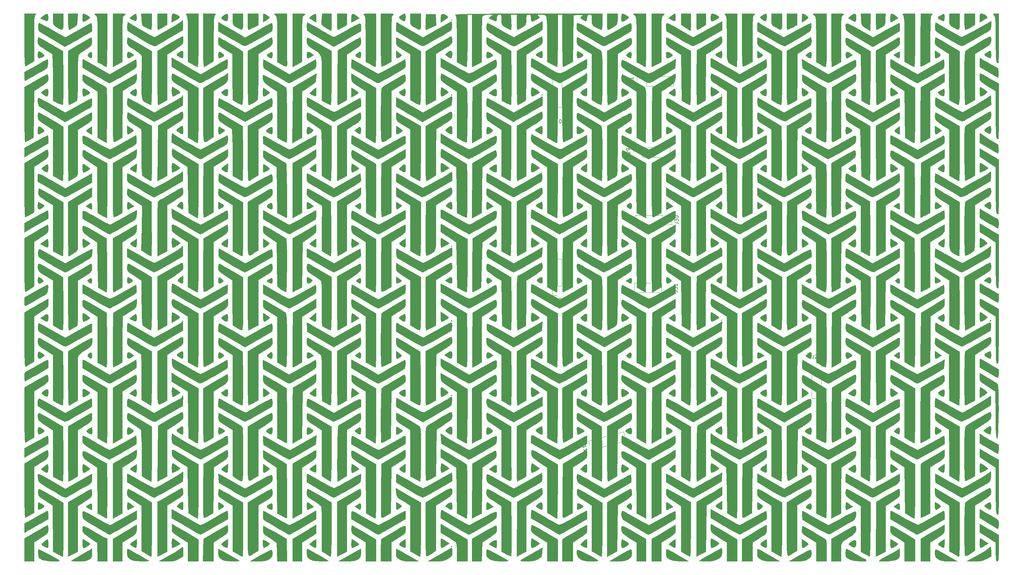
<source format=gbr>
G04 #@! TF.GenerationSoftware,KiCad,Pcbnew,(5.1.4)-1*
G04 #@! TF.CreationDate,2023-02-10T21:15:05-05:00*
G04 #@! TF.ProjectId,ThumbsUp,5468756d-6273-4557-902e-6b696361645f,rev?*
G04 #@! TF.SameCoordinates,Original*
G04 #@! TF.FileFunction,Legend,Top*
G04 #@! TF.FilePolarity,Positive*
%FSLAX46Y46*%
G04 Gerber Fmt 4.6, Leading zero omitted, Abs format (unit mm)*
G04 Created by KiCad (PCBNEW (5.1.4)-1) date 2023-02-10 21:15:05*
%MOMM*%
%LPD*%
G04 APERTURE LIST*
%ADD10C,0.120000*%
%ADD11C,0.010000*%
%ADD12C,0.150000*%
G04 APERTURE END LIST*
D10*
X152912019Y-558560280D02*
X151582019Y-558560280D01*
X151582019Y-558560280D02*
X151582019Y-557230280D01*
X151582019Y-555960280D02*
X151582019Y-548280280D01*
X154242019Y-548280280D02*
X151582019Y-548280280D01*
X154242019Y-555960280D02*
X154242019Y-548280280D01*
X154242019Y-555960280D02*
X151582019Y-555960280D01*
X174382025Y-518360322D02*
X174382025Y-517030322D01*
X174382025Y-517030322D02*
X175712025Y-517030322D01*
X176982025Y-517030322D02*
X184662025Y-517030322D01*
X184662025Y-519690322D02*
X184662025Y-517030322D01*
X176982025Y-519690322D02*
X184662025Y-519690322D01*
X176982025Y-519690322D02*
X176982025Y-517030322D01*
X185189012Y-537342011D02*
X185189012Y-538672011D01*
X185189012Y-538672011D02*
X183859012Y-538672011D01*
X182589012Y-538672011D02*
X174909012Y-538672011D01*
X174909012Y-536012011D02*
X174909012Y-538672011D01*
X182589012Y-536012011D02*
X174909012Y-536012011D01*
X182589012Y-536012011D02*
X182589012Y-538672011D01*
X225912025Y-577280322D02*
X227242025Y-577280322D01*
X227242025Y-577280322D02*
X227242025Y-578610322D01*
X227242025Y-579880322D02*
X227242025Y-587560322D01*
X224582025Y-587560322D02*
X227242025Y-587560322D01*
X224582025Y-579880322D02*
X224582025Y-587560322D01*
X224582025Y-579880322D02*
X227242025Y-579880322D01*
X184886722Y-556457847D02*
X184886722Y-557787847D01*
X184886722Y-557787847D02*
X183556722Y-557787847D01*
X182286722Y-557787847D02*
X174606722Y-557787847D01*
X174606722Y-555127847D02*
X174606722Y-557787847D01*
X182286722Y-555127847D02*
X174606722Y-555127847D01*
X182286722Y-555127847D02*
X182286722Y-557787847D01*
X152958726Y-508210794D02*
X151628726Y-508210794D01*
X151628726Y-508210794D02*
X151628726Y-506880794D01*
X151628726Y-505610794D02*
X151628726Y-497930794D01*
X154288726Y-497930794D02*
X151628726Y-497930794D01*
X154288726Y-505610794D02*
X154288726Y-497930794D01*
X154288726Y-505610794D02*
X151628726Y-505610794D01*
X162066989Y-600826752D02*
X161722759Y-599542071D01*
X161722759Y-599542071D02*
X163007441Y-599197842D01*
X164234166Y-598869141D02*
X171652477Y-596881411D01*
X172340935Y-599450774D02*
X171652477Y-596881411D01*
X164922625Y-601438504D02*
X172340935Y-599450774D01*
X164922625Y-601438504D02*
X164234166Y-598869141D01*
X175382025Y-498360322D02*
X175382025Y-497030322D01*
X175382025Y-497030322D02*
X176712025Y-497030322D01*
X177982025Y-497030322D02*
X185662025Y-497030322D01*
X185662025Y-499690322D02*
X185662025Y-497030322D01*
X177982025Y-499690322D02*
X185662025Y-499690322D01*
X177982025Y-499690322D02*
X177982025Y-497030322D01*
D11*
G36*
X123393158Y-481055789D02*
G01*
X123259474Y-481189473D01*
X123125790Y-481055789D01*
X123259474Y-480922105D01*
X123393158Y-481055789D01*
X123393158Y-481055789D01*
G37*
X123393158Y-481055789D02*
X123259474Y-481189473D01*
X123125790Y-481055789D01*
X123259474Y-480922105D01*
X123393158Y-481055789D01*
G36*
X261813010Y-479544160D02*
G01*
X261883611Y-480095187D01*
X261890000Y-480365087D01*
X261854119Y-481109296D01*
X261669119Y-481390217D01*
X261218965Y-481276416D01*
X260753684Y-481036545D01*
X260230354Y-480717648D01*
X260045105Y-480451070D01*
X260237414Y-480166546D01*
X260846762Y-479793812D01*
X261689474Y-479371035D01*
X261813010Y-479544160D01*
X261813010Y-479544160D01*
G37*
X261813010Y-479544160D02*
X261883611Y-480095187D01*
X261890000Y-480365087D01*
X261854119Y-481109296D01*
X261669119Y-481390217D01*
X261218965Y-481276416D01*
X260753684Y-481036545D01*
X260230354Y-480717648D01*
X260045105Y-480451070D01*
X260237414Y-480166546D01*
X260846762Y-479793812D01*
X261689474Y-479371035D01*
X261813010Y-479544160D01*
G36*
X211814434Y-479555226D02*
G01*
X211886824Y-480148068D01*
X211892105Y-480387368D01*
X211812098Y-481145429D01*
X211537598Y-481426844D01*
X211016884Y-481252841D01*
X210559258Y-480934446D01*
X210137852Y-480553629D01*
X210018484Y-480323510D01*
X210024521Y-480316997D01*
X210541870Y-479940723D01*
X211131543Y-479574509D01*
X211584800Y-479344008D01*
X211684228Y-479317895D01*
X211814434Y-479555226D01*
X211814434Y-479555226D01*
G37*
X211814434Y-479555226D02*
X211886824Y-480148068D01*
X211892105Y-480387368D01*
X211812098Y-481145429D01*
X211537598Y-481426844D01*
X211016884Y-481252841D01*
X210559258Y-480934446D01*
X210137852Y-480553629D01*
X210018484Y-480323510D01*
X210024521Y-480316997D01*
X210541870Y-479940723D01*
X211131543Y-479574509D01*
X211584800Y-479344008D01*
X211684228Y-479317895D01*
X211814434Y-479555226D01*
G36*
X197208829Y-479442603D02*
G01*
X197837115Y-479740034D01*
X198342476Y-480095144D01*
X198523684Y-480368598D01*
X198306444Y-480584767D01*
X197782963Y-480896722D01*
X197145599Y-481207011D01*
X196586711Y-481418180D01*
X196375666Y-481456842D01*
X196213913Y-481219623D01*
X196123951Y-480627028D01*
X196117369Y-480387368D01*
X196161404Y-479688940D01*
X196341484Y-479379966D01*
X196661512Y-479317895D01*
X197208829Y-479442603D01*
X197208829Y-479442603D01*
G37*
X197208829Y-479442603D02*
X197837115Y-479740034D01*
X198342476Y-480095144D01*
X198523684Y-480368598D01*
X198306444Y-480584767D01*
X197782963Y-480896722D01*
X197145599Y-481207011D01*
X196586711Y-481418180D01*
X196375666Y-481456842D01*
X196213913Y-481219623D01*
X196123951Y-480627028D01*
X196117369Y-480387368D01*
X196161404Y-479688940D01*
X196341484Y-479379966D01*
X196661512Y-479317895D01*
X197208829Y-479442603D01*
G36*
X186149801Y-479555675D02*
G01*
X186219636Y-480147952D01*
X186224737Y-480387368D01*
X186190735Y-481108192D01*
X186012259Y-481387381D01*
X185574603Y-481284862D01*
X185035366Y-481008747D01*
X184247048Y-480582062D01*
X185035366Y-479951306D01*
X185596862Y-479540573D01*
X185982152Y-479327503D01*
X186024211Y-479319223D01*
X186149801Y-479555675D01*
X186149801Y-479555675D01*
G37*
X186149801Y-479555675D02*
X186219636Y-480147952D01*
X186224737Y-480387368D01*
X186190735Y-481108192D01*
X186012259Y-481387381D01*
X185574603Y-481284862D01*
X185035366Y-481008747D01*
X184247048Y-480582062D01*
X185035366Y-479951306D01*
X185596862Y-479540573D01*
X185982152Y-479327503D01*
X186024211Y-479319223D01*
X186149801Y-479555675D01*
G36*
X110214434Y-479555226D02*
G01*
X110286824Y-480148068D01*
X110292105Y-480387368D01*
X110212098Y-481145429D01*
X109937598Y-481426844D01*
X109416884Y-481252841D01*
X108959258Y-480934446D01*
X108537852Y-480553629D01*
X108418484Y-480323510D01*
X108424521Y-480316997D01*
X108941870Y-479940723D01*
X109531543Y-479574509D01*
X109984800Y-479344008D01*
X110084228Y-479317895D01*
X110214434Y-479555226D01*
X110214434Y-479555226D01*
G37*
X110214434Y-479555226D02*
X110286824Y-480148068D01*
X110292105Y-480387368D01*
X110212098Y-481145429D01*
X109937598Y-481426844D01*
X109416884Y-481252841D01*
X108959258Y-480934446D01*
X108537852Y-480553629D01*
X108418484Y-480323510D01*
X108424521Y-480316997D01*
X108941870Y-479940723D01*
X109531543Y-479574509D01*
X109984800Y-479344008D01*
X110084228Y-479317895D01*
X110214434Y-479555226D01*
G36*
X60284161Y-479828609D02*
G01*
X60294211Y-480387368D01*
X60230843Y-481115672D01*
X59976267Y-481395812D01*
X59433770Y-481281543D01*
X59024211Y-481093244D01*
X58518309Y-480719867D01*
X58524133Y-480325544D01*
X59047056Y-479869823D01*
X59199148Y-479776594D01*
X59855204Y-479420684D01*
X60177377Y-479415992D01*
X60284161Y-479828609D01*
X60284161Y-479828609D01*
G37*
X60284161Y-479828609D02*
X60294211Y-480387368D01*
X60230843Y-481115672D01*
X59976267Y-481395812D01*
X59433770Y-481281543D01*
X59024211Y-481093244D01*
X58518309Y-480719867D01*
X58524133Y-480325544D01*
X59047056Y-479869823D01*
X59199148Y-479776594D01*
X59855204Y-479420684D01*
X60177377Y-479415992D01*
X60284161Y-479828609D01*
G36*
X34596697Y-479791043D02*
G01*
X34626842Y-480387368D01*
X34592799Y-481108368D01*
X34414184Y-481387462D01*
X33976270Y-481284685D01*
X33438431Y-481009250D01*
X32651073Y-480583068D01*
X33386499Y-479950481D01*
X34044344Y-479455800D01*
X34425661Y-479394876D01*
X34596697Y-479791043D01*
X34596697Y-479791043D01*
G37*
X34596697Y-479791043D02*
X34626842Y-480387368D01*
X34592799Y-481108368D01*
X34414184Y-481387462D01*
X33976270Y-481284685D01*
X33438431Y-481009250D01*
X32651073Y-480583068D01*
X33386499Y-479950481D01*
X34044344Y-479455800D01*
X34425661Y-479394876D01*
X34596697Y-479791043D01*
G36*
X9714625Y-479752245D02*
G01*
X9761579Y-480387368D01*
X9704204Y-481097636D01*
X9469756Y-481389215D01*
X8964749Y-481301773D01*
X8324833Y-480996992D01*
X7556507Y-480593865D01*
X8324833Y-479965495D01*
X9050371Y-479455130D01*
X9496014Y-479378872D01*
X9714625Y-479752245D01*
X9714625Y-479752245D01*
G37*
X9714625Y-479752245D02*
X9761579Y-480387368D01*
X9704204Y-481097636D01*
X9469756Y-481389215D01*
X8964749Y-481301773D01*
X8324833Y-480996992D01*
X7556507Y-480593865D01*
X8324833Y-479965495D01*
X9050371Y-479455130D01*
X9496014Y-479378872D01*
X9714625Y-479752245D01*
G36*
X272876529Y-479449176D02*
G01*
X273393440Y-479759745D01*
X273799885Y-480124693D01*
X273935405Y-480419109D01*
X273897659Y-480476261D01*
X273620790Y-480654735D01*
X273054085Y-481002484D01*
X272785263Y-481164850D01*
X271782632Y-481767823D01*
X271782632Y-480542859D01*
X271810984Y-479790229D01*
X271944143Y-479430372D01*
X272254260Y-479322320D01*
X272409614Y-479317895D01*
X272876529Y-479449176D01*
X272876529Y-479449176D01*
G37*
X272876529Y-479449176D02*
X273393440Y-479759745D01*
X273799885Y-480124693D01*
X273935405Y-480419109D01*
X273897659Y-480476261D01*
X273620790Y-480654735D01*
X273054085Y-481002484D01*
X272785263Y-481164850D01*
X271782632Y-481767823D01*
X271782632Y-480542859D01*
X271810984Y-479790229D01*
X271944143Y-479430372D01*
X272254260Y-479322320D01*
X272409614Y-479317895D01*
X272876529Y-479449176D01*
G36*
X247496369Y-479458008D02*
G01*
X248143016Y-479937840D01*
X248863746Y-480557785D01*
X247875274Y-481140998D01*
X247243663Y-481498863D01*
X246831843Y-481704680D01*
X246768401Y-481724210D01*
X246697761Y-481485019D01*
X246655411Y-480879901D01*
X246650000Y-480521052D01*
X246731249Y-479684838D01*
X247000580Y-479335487D01*
X247496369Y-479458008D01*
X247496369Y-479458008D01*
G37*
X247496369Y-479458008D02*
X248143016Y-479937840D01*
X248863746Y-480557785D01*
X247875274Y-481140998D01*
X247243663Y-481498863D01*
X246831843Y-481704680D01*
X246768401Y-481724210D01*
X246697761Y-481485019D01*
X246655411Y-480879901D01*
X246650000Y-480521052D01*
X246731249Y-479684838D01*
X247000580Y-479335487D01*
X247496369Y-479458008D01*
G36*
X236979551Y-479755648D02*
G01*
X237024737Y-480371589D01*
X236978605Y-481067500D01*
X236863878Y-481493135D01*
X236824211Y-481535856D01*
X236488529Y-481481517D01*
X235901363Y-481209589D01*
X235715624Y-481103127D01*
X234807564Y-480559827D01*
X235581940Y-479940189D01*
X236312209Y-479440400D01*
X236760613Y-479373664D01*
X236979551Y-479755648D01*
X236979551Y-479755648D01*
G37*
X236979551Y-479755648D02*
X237024737Y-480371589D01*
X236978605Y-481067500D01*
X236863878Y-481493135D01*
X236824211Y-481535856D01*
X236488529Y-481481517D01*
X235901363Y-481209589D01*
X235715624Y-481103127D01*
X234807564Y-480559827D01*
X235581940Y-479940189D01*
X236312209Y-479440400D01*
X236760613Y-479373664D01*
X236979551Y-479755648D01*
G36*
X222334805Y-479452967D02*
G01*
X222865715Y-479769965D01*
X223346361Y-480136561D01*
X223586366Y-480420424D01*
X223587466Y-480460235D01*
X223331824Y-480735623D01*
X222793190Y-481135801D01*
X222649115Y-481229437D01*
X221784737Y-481776722D01*
X221784737Y-480547308D01*
X221815759Y-479820491D01*
X221894415Y-479379280D01*
X221944010Y-479317895D01*
X222334805Y-479452967D01*
X222334805Y-479452967D01*
G37*
X222334805Y-479452967D02*
X222865715Y-479769965D01*
X223346361Y-480136561D01*
X223586366Y-480420424D01*
X223587466Y-480460235D01*
X223331824Y-480735623D01*
X222793190Y-481135801D01*
X222649115Y-481229437D01*
X221784737Y-481776722D01*
X221784737Y-480547308D01*
X221815759Y-479820491D01*
X221894415Y-479379280D01*
X221944010Y-479317895D01*
X222334805Y-479452967D01*
G36*
X171700717Y-479444023D02*
G01*
X172281477Y-479742483D01*
X172818914Y-480093392D01*
X173111973Y-480376864D01*
X173123684Y-480418605D01*
X172915824Y-480673143D01*
X172420220Y-481014095D01*
X171828835Y-481334471D01*
X171333634Y-481527282D01*
X171140776Y-481523758D01*
X171012306Y-481150076D01*
X170981847Y-480534026D01*
X171036245Y-479887524D01*
X171162346Y-479422487D01*
X171277695Y-479317895D01*
X171700717Y-479444023D01*
X171700717Y-479444023D01*
G37*
X171700717Y-479444023D02*
X172281477Y-479742483D01*
X172818914Y-480093392D01*
X173111973Y-480376864D01*
X173123684Y-480418605D01*
X172915824Y-480673143D01*
X172420220Y-481014095D01*
X171828835Y-481334471D01*
X171333634Y-481527282D01*
X171140776Y-481523758D01*
X171012306Y-481150076D01*
X170981847Y-480534026D01*
X171036245Y-479887524D01*
X171162346Y-479422487D01*
X171277695Y-479317895D01*
X171700717Y-479444023D01*
G36*
X121086329Y-479488962D02*
G01*
X121433909Y-479636996D01*
X122044844Y-480017333D01*
X122170762Y-480375770D01*
X121803132Y-480782359D01*
X121251972Y-481130615D01*
X120184737Y-481740177D01*
X120184737Y-480678499D01*
X120266535Y-479828639D01*
X120548687Y-479447450D01*
X121086329Y-479488962D01*
X121086329Y-479488962D01*
G37*
X121086329Y-479488962D02*
X121433909Y-479636996D01*
X122044844Y-480017333D01*
X122170762Y-480375770D01*
X121803132Y-480782359D01*
X121251972Y-481130615D01*
X120184737Y-481740177D01*
X120184737Y-480678499D01*
X120266535Y-479828639D01*
X120548687Y-479447450D01*
X121086329Y-479488962D01*
G36*
X95824023Y-479469762D02*
G01*
X96511779Y-479953646D01*
X97303032Y-480586741D01*
X96177569Y-481160910D01*
X95052105Y-481735078D01*
X95052105Y-480526486D01*
X95118212Y-479704863D01*
X95355855Y-479360338D01*
X95824023Y-479469762D01*
X95824023Y-479469762D01*
G37*
X95824023Y-479469762D02*
X96511779Y-479953646D01*
X97303032Y-480586741D01*
X96177569Y-481160910D01*
X95052105Y-481735078D01*
X95052105Y-480526486D01*
X95118212Y-479704863D01*
X95355855Y-479360338D01*
X95824023Y-479469762D01*
G36*
X85126816Y-479825870D02*
G01*
X85159474Y-480521052D01*
X85146234Y-481233315D01*
X85112727Y-481652832D01*
X85092632Y-481702060D01*
X84845569Y-481561720D01*
X84311687Y-481239050D01*
X84118043Y-481120052D01*
X83210297Y-480560194D01*
X83932426Y-479939044D01*
X84581595Y-479452213D01*
X84957231Y-479403820D01*
X85126816Y-479825870D01*
X85126816Y-479825870D01*
G37*
X85126816Y-479825870D02*
X85159474Y-480521052D01*
X85146234Y-481233315D01*
X85112727Y-481652832D01*
X85092632Y-481702060D01*
X84845569Y-481561720D01*
X84311687Y-481239050D01*
X84118043Y-481120052D01*
X83210297Y-480560194D01*
X83932426Y-479939044D01*
X84581595Y-479452213D01*
X84957231Y-479403820D01*
X85126816Y-479825870D01*
G36*
X70707625Y-479449269D02*
G01*
X71246051Y-479756850D01*
X71759451Y-480110823D01*
X72045878Y-480381373D01*
X72058421Y-480418605D01*
X71850015Y-480656567D01*
X71329649Y-481027353D01*
X71122632Y-481154047D01*
X70186842Y-481706176D01*
X70186842Y-480512035D01*
X70218725Y-479797395D01*
X70299323Y-479370799D01*
X70346116Y-479317895D01*
X70707625Y-479449269D01*
X70707625Y-479449269D01*
G37*
X70707625Y-479449269D02*
X71246051Y-479756850D01*
X71759451Y-480110823D01*
X72045878Y-480381373D01*
X72058421Y-480418605D01*
X71850015Y-480656567D01*
X71329649Y-481027353D01*
X71122632Y-481154047D01*
X70186842Y-481706176D01*
X70186842Y-480512035D01*
X70218725Y-479797395D01*
X70299323Y-479370799D01*
X70346116Y-479317895D01*
X70707625Y-479449269D01*
G36*
X45693303Y-479479271D02*
G01*
X46279332Y-479822140D01*
X46643953Y-480167080D01*
X46682084Y-480455276D01*
X46342234Y-480771946D01*
X45572911Y-481202306D01*
X45388421Y-481296608D01*
X44519474Y-481737942D01*
X44519474Y-480527918D01*
X44552339Y-479776192D01*
X44693476Y-479419324D01*
X45006696Y-479319289D01*
X45078881Y-479317895D01*
X45693303Y-479479271D01*
X45693303Y-479479271D01*
G37*
X45693303Y-479479271D02*
X46279332Y-479822140D01*
X46643953Y-480167080D01*
X46682084Y-480455276D01*
X46342234Y-480771946D01*
X45572911Y-481202306D01*
X45388421Y-481296608D01*
X44519474Y-481737942D01*
X44519474Y-480527918D01*
X44552339Y-479776192D01*
X44693476Y-479419324D01*
X45006696Y-479319289D01*
X45078881Y-479317895D01*
X45693303Y-479479271D01*
G36*
X20102823Y-479444023D02*
G01*
X20683582Y-479742483D01*
X21221020Y-480093392D01*
X21514078Y-480376864D01*
X21525790Y-480418605D01*
X21317929Y-480673143D01*
X20822325Y-481014095D01*
X20230940Y-481334471D01*
X19735740Y-481527282D01*
X19542881Y-481523758D01*
X19414411Y-481150076D01*
X19383952Y-480534026D01*
X19438350Y-479887524D01*
X19564451Y-479422487D01*
X19679800Y-479317895D01*
X20102823Y-479444023D01*
X20102823Y-479444023D01*
G37*
X20102823Y-479444023D02*
X20683582Y-479742483D01*
X21221020Y-480093392D01*
X21514078Y-480376864D01*
X21525790Y-480418605D01*
X21317929Y-480673143D01*
X20822325Y-481014095D01*
X20230940Y-481334471D01*
X19735740Y-481527282D01*
X19542881Y-481523758D01*
X19414411Y-481150076D01*
X19383952Y-480534026D01*
X19438350Y-479887524D01*
X19564451Y-479422487D01*
X19679800Y-479317895D01*
X20102823Y-479444023D01*
G36*
X270445790Y-482480598D02*
G01*
X269208956Y-483171878D01*
X268469792Y-483562055D01*
X267916073Y-483812718D01*
X267738429Y-483863158D01*
X267632827Y-483616314D01*
X267552060Y-482957603D01*
X267508750Y-482009753D01*
X267504737Y-481590526D01*
X267504737Y-479317895D01*
X270445790Y-479317895D01*
X270445790Y-482480598D01*
X270445790Y-482480598D01*
G37*
X270445790Y-482480598D02*
X269208956Y-483171878D01*
X268469792Y-483562055D01*
X267916073Y-483812718D01*
X267738429Y-483863158D01*
X267632827Y-483616314D01*
X267552060Y-482957603D01*
X267508750Y-482009753D01*
X267504737Y-481590526D01*
X267504737Y-479317895D01*
X270445790Y-479317895D01*
X270445790Y-482480598D01*
G36*
X266167895Y-481590526D02*
G01*
X266153111Y-482773972D01*
X266063720Y-483481028D01*
X265832165Y-483769994D01*
X265390887Y-483699172D01*
X264672328Y-483326862D01*
X264363158Y-483147960D01*
X263731060Y-482758291D01*
X263391710Y-482411299D01*
X263254042Y-481926996D01*
X263226992Y-481125396D01*
X263226842Y-480902073D01*
X263226842Y-479317895D01*
X266167895Y-479317895D01*
X266167895Y-481590526D01*
X266167895Y-481590526D01*
G37*
X266167895Y-481590526D02*
X266153111Y-482773972D01*
X266063720Y-483481028D01*
X265832165Y-483769994D01*
X265390887Y-483699172D01*
X264672328Y-483326862D01*
X264363158Y-483147960D01*
X263731060Y-482758291D01*
X263391710Y-482411299D01*
X263254042Y-481926996D01*
X263226992Y-481125396D01*
X263226842Y-480902073D01*
X263226842Y-479317895D01*
X266167895Y-479317895D01*
X266167895Y-481590526D01*
G36*
X245259074Y-480949512D02*
G01*
X245198648Y-481857384D01*
X245066433Y-482405859D01*
X244768315Y-482769809D01*
X244210179Y-483124109D01*
X244035981Y-483222144D01*
X243349051Y-483593980D01*
X242876260Y-483825294D01*
X242765981Y-483863158D01*
X242708810Y-483616270D01*
X242665086Y-482957451D01*
X242641643Y-482009462D01*
X242639474Y-481590526D01*
X242639474Y-479317895D01*
X245338674Y-479317895D01*
X245259074Y-480949512D01*
X245259074Y-480949512D01*
G37*
X245259074Y-480949512D02*
X245198648Y-481857384D01*
X245066433Y-482405859D01*
X244768315Y-482769809D01*
X244210179Y-483124109D01*
X244035981Y-483222144D01*
X243349051Y-483593980D01*
X242876260Y-483825294D01*
X242765981Y-483863158D01*
X242708810Y-483616270D01*
X242665086Y-482957451D01*
X242641643Y-482009462D01*
X242639474Y-481590526D01*
X242639474Y-479317895D01*
X245338674Y-479317895D01*
X245259074Y-480949512D01*
G36*
X220447895Y-482517307D02*
G01*
X219119941Y-483190233D01*
X218366700Y-483559965D01*
X217823507Y-483804384D01*
X217649415Y-483863158D01*
X217584983Y-483616275D01*
X217535707Y-482957468D01*
X217509288Y-482009495D01*
X217506842Y-481590526D01*
X217506842Y-479317895D01*
X220447895Y-479317895D01*
X220447895Y-482517307D01*
X220447895Y-482517307D01*
G37*
X220447895Y-482517307D02*
X219119941Y-483190233D01*
X218366700Y-483559965D01*
X217823507Y-483804384D01*
X217649415Y-483863158D01*
X217584983Y-483616275D01*
X217535707Y-482957468D01*
X217509288Y-482009495D01*
X217506842Y-481590526D01*
X217506842Y-479317895D01*
X220447895Y-479317895D01*
X220447895Y-482517307D01*
G36*
X216170000Y-481590526D02*
G01*
X216155216Y-482773972D01*
X216065825Y-483481028D01*
X215834270Y-483769994D01*
X215392992Y-483699172D01*
X214674433Y-483326862D01*
X214365263Y-483147960D01*
X213733165Y-482758291D01*
X213393815Y-482411299D01*
X213256148Y-481926996D01*
X213229097Y-481125396D01*
X213228947Y-480902073D01*
X213228947Y-479317895D01*
X216170000Y-479317895D01*
X216170000Y-481590526D01*
X216170000Y-481590526D01*
G37*
X216170000Y-481590526D02*
X216155216Y-482773972D01*
X216065825Y-483481028D01*
X215834270Y-483769994D01*
X215392992Y-483699172D01*
X214674433Y-483326862D01*
X214365263Y-483147960D01*
X213733165Y-482758291D01*
X213393815Y-482411299D01*
X213256148Y-481926996D01*
X213229097Y-481125396D01*
X213228947Y-480902073D01*
X213228947Y-479317895D01*
X216170000Y-479317895D01*
X216170000Y-481590526D01*
G36*
X194780526Y-482475504D02*
G01*
X193596600Y-483169331D01*
X192894874Y-483564506D01*
X192395991Y-483815783D01*
X192259758Y-483863158D01*
X192190653Y-483616279D01*
X192137802Y-482957480D01*
X192109465Y-482009518D01*
X192106842Y-481590526D01*
X192106842Y-479317895D01*
X194780526Y-479317895D01*
X194780526Y-482475504D01*
X194780526Y-482475504D01*
G37*
X194780526Y-482475504D02*
X193596600Y-483169331D01*
X192894874Y-483564506D01*
X192395991Y-483815783D01*
X192259758Y-483863158D01*
X192190653Y-483616279D01*
X192137802Y-482957480D01*
X192109465Y-482009518D01*
X192106842Y-481590526D01*
X192106842Y-479317895D01*
X194780526Y-479317895D01*
X194780526Y-482475504D01*
G36*
X169915263Y-480746982D02*
G01*
X169843091Y-481776703D01*
X169606309Y-482408301D01*
X169447369Y-482586319D01*
X168955687Y-482939619D01*
X168280326Y-483341438D01*
X167618362Y-483683602D01*
X167166874Y-483857935D01*
X167121172Y-483863158D01*
X167054757Y-483616277D01*
X167003964Y-482957473D01*
X166976731Y-482009504D01*
X166974211Y-481590526D01*
X166974211Y-479317895D01*
X169915263Y-479317895D01*
X169915263Y-480746982D01*
X169915263Y-480746982D01*
G37*
X169915263Y-480746982D02*
X169843091Y-481776703D01*
X169606309Y-482408301D01*
X169447369Y-482586319D01*
X168955687Y-482939619D01*
X168280326Y-483341438D01*
X167618362Y-483683602D01*
X167166874Y-483857935D01*
X167121172Y-483863158D01*
X167054757Y-483616277D01*
X167003964Y-482957473D01*
X166976731Y-482009504D01*
X166974211Y-481590526D01*
X166974211Y-479317895D01*
X169915263Y-479317895D01*
X169915263Y-480746982D01*
G36*
X118794064Y-480977850D02*
G01*
X118873918Y-482504120D01*
X117532953Y-483183639D01*
X116773670Y-483555630D01*
X116221601Y-483802447D01*
X116038602Y-483863158D01*
X115977053Y-483616862D01*
X115946829Y-482960900D01*
X115952200Y-482019655D01*
X115962871Y-481657368D01*
X116040526Y-479451579D01*
X118714211Y-479451579D01*
X118794064Y-480977850D01*
X118794064Y-480977850D01*
G37*
X118794064Y-480977850D02*
X118873918Y-482504120D01*
X117532953Y-483183639D01*
X116773670Y-483555630D01*
X116221601Y-483802447D01*
X116038602Y-483863158D01*
X115977053Y-483616862D01*
X115946829Y-482960900D01*
X115952200Y-482019655D01*
X115962871Y-481657368D01*
X116040526Y-479451579D01*
X118714211Y-479451579D01*
X118794064Y-480977850D01*
G36*
X114570000Y-481590526D02*
G01*
X114555216Y-482773972D01*
X114465825Y-483481028D01*
X114234270Y-483769994D01*
X113792992Y-483699172D01*
X113074433Y-483326862D01*
X112765263Y-483147960D01*
X112133165Y-482758291D01*
X111793815Y-482411299D01*
X111656148Y-481926996D01*
X111629097Y-481125396D01*
X111628947Y-480902073D01*
X111628947Y-479317895D01*
X114570000Y-479317895D01*
X114570000Y-481590526D01*
X114570000Y-481590526D01*
G37*
X114570000Y-481590526D02*
X114555216Y-482773972D01*
X114465825Y-483481028D01*
X114234270Y-483769994D01*
X113792992Y-483699172D01*
X113074433Y-483326862D01*
X112765263Y-483147960D01*
X112133165Y-482758291D01*
X111793815Y-482411299D01*
X111656148Y-481926996D01*
X111629097Y-481125396D01*
X111628947Y-480902073D01*
X111628947Y-479317895D01*
X114570000Y-479317895D01*
X114570000Y-481590526D01*
G36*
X93715263Y-482475504D02*
G01*
X92531337Y-483169331D01*
X91829611Y-483564506D01*
X91330728Y-483815783D01*
X91194495Y-483863158D01*
X91125390Y-483616279D01*
X91072539Y-482957480D01*
X91044202Y-482009518D01*
X91041579Y-481590526D01*
X91041579Y-479317895D01*
X93715263Y-479317895D01*
X93715263Y-482475504D01*
X93715263Y-482475504D01*
G37*
X93715263Y-482475504D02*
X92531337Y-483169331D01*
X91829611Y-483564506D01*
X91330728Y-483815783D01*
X91194495Y-483863158D01*
X91125390Y-483616279D01*
X91072539Y-482957480D01*
X91044202Y-482009518D01*
X91041579Y-481590526D01*
X91041579Y-479317895D01*
X93715263Y-479317895D01*
X93715263Y-482475504D01*
G36*
X68850000Y-482517307D02*
G01*
X67522046Y-483190233D01*
X66768806Y-483559965D01*
X66225612Y-483804384D01*
X66051520Y-483863158D01*
X65987089Y-483616275D01*
X65937812Y-482957468D01*
X65911393Y-482009495D01*
X65908947Y-481590526D01*
X65908947Y-479317895D01*
X68850000Y-479317895D01*
X68850000Y-482517307D01*
X68850000Y-482517307D01*
G37*
X68850000Y-482517307D02*
X67522046Y-483190233D01*
X66768806Y-483559965D01*
X66225612Y-483804384D01*
X66051520Y-483863158D01*
X65987089Y-483616275D01*
X65937812Y-482957468D01*
X65911393Y-482009495D01*
X65908947Y-481590526D01*
X65908947Y-479317895D01*
X68850000Y-479317895D01*
X68850000Y-482517307D01*
G36*
X64572105Y-481590526D02*
G01*
X64557321Y-482773972D01*
X64467931Y-483481028D01*
X64236375Y-483769994D01*
X63795097Y-483699172D01*
X63076538Y-483326862D01*
X62767369Y-483147960D01*
X62135270Y-482758291D01*
X61795920Y-482411299D01*
X61658253Y-481926996D01*
X61631203Y-481125396D01*
X61631053Y-480902073D01*
X61631053Y-479317895D01*
X64572105Y-479317895D01*
X64572105Y-481590526D01*
X64572105Y-481590526D01*
G37*
X64572105Y-481590526D02*
X64557321Y-482773972D01*
X64467931Y-483481028D01*
X64236375Y-483769994D01*
X63795097Y-483699172D01*
X63076538Y-483326862D01*
X62767369Y-483147960D01*
X62135270Y-482758291D01*
X61795920Y-482411299D01*
X61658253Y-481926996D01*
X61631203Y-481125396D01*
X61631053Y-480902073D01*
X61631053Y-479317895D01*
X64572105Y-479317895D01*
X64572105Y-481590526D01*
G36*
X43182632Y-482480598D02*
G01*
X41945798Y-483171878D01*
X41235963Y-483558962D01*
X40742794Y-483809825D01*
X40608956Y-483863158D01*
X40563759Y-483616263D01*
X40529194Y-482957427D01*
X40510662Y-482009417D01*
X40508947Y-481590526D01*
X40508947Y-479317895D01*
X43182632Y-479317895D01*
X43182632Y-482480598D01*
X43182632Y-482480598D01*
G37*
X43182632Y-482480598D02*
X41945798Y-483171878D01*
X41235963Y-483558962D01*
X40742794Y-483809825D01*
X40608956Y-483863158D01*
X40563759Y-483616263D01*
X40529194Y-482957427D01*
X40510662Y-482009417D01*
X40508947Y-481590526D01*
X40508947Y-479317895D01*
X43182632Y-479317895D01*
X43182632Y-482480598D01*
G36*
X38904737Y-481590526D02*
G01*
X38882979Y-482615714D01*
X38824914Y-483397562D01*
X38741352Y-483814177D01*
X38704211Y-483851341D01*
X38363725Y-483730133D01*
X37739740Y-483438356D01*
X37434211Y-483283047D01*
X36769700Y-482929789D01*
X36337198Y-482685830D01*
X36264283Y-482637392D01*
X36194757Y-482344638D01*
X36115637Y-481674132D01*
X36055733Y-480933055D01*
X35947637Y-479317895D01*
X38904737Y-479317895D01*
X38904737Y-481590526D01*
X38904737Y-481590526D01*
G37*
X38904737Y-481590526D02*
X38882979Y-482615714D01*
X38824914Y-483397562D01*
X38741352Y-483814177D01*
X38704211Y-483851341D01*
X38363725Y-483730133D01*
X37739740Y-483438356D01*
X37434211Y-483283047D01*
X36769700Y-482929789D01*
X36337198Y-482685830D01*
X36264283Y-482637392D01*
X36194757Y-482344638D01*
X36115637Y-481674132D01*
X36055733Y-480933055D01*
X35947637Y-479317895D01*
X38904737Y-479317895D01*
X38904737Y-481590526D01*
G36*
X17995916Y-480981682D02*
G01*
X17935637Y-481901968D01*
X17808211Y-482458108D01*
X17527391Y-482820350D01*
X17006929Y-483158944D01*
X16846842Y-483249916D01*
X16165311Y-483613206D01*
X15681695Y-483831206D01*
X15576842Y-483858759D01*
X15486242Y-483613988D01*
X15416943Y-482957009D01*
X15379769Y-482010247D01*
X15376316Y-481590526D01*
X15376316Y-479317895D01*
X18075516Y-479317895D01*
X17995916Y-480981682D01*
X17995916Y-480981682D01*
G37*
X17995916Y-480981682D02*
X17935637Y-481901968D01*
X17808211Y-482458108D01*
X17527391Y-482820350D01*
X17006929Y-483158944D01*
X16846842Y-483249916D01*
X16165311Y-483613206D01*
X15681695Y-483831206D01*
X15576842Y-483858759D01*
X15486242Y-483613988D01*
X15416943Y-482957009D01*
X15379769Y-482010247D01*
X15376316Y-481590526D01*
X15376316Y-479317895D01*
X18075516Y-479317895D01*
X17995916Y-480981682D01*
G36*
X14039474Y-481590526D02*
G01*
X14022228Y-482785614D01*
X13927484Y-483502832D01*
X13690730Y-483798893D01*
X13247458Y-483730506D01*
X12533155Y-483354381D01*
X12234737Y-483177053D01*
X11603217Y-482776619D01*
X11263837Y-482422824D01*
X11125867Y-481934413D01*
X11098581Y-481130133D01*
X11098421Y-480906951D01*
X11098421Y-479317895D01*
X14039474Y-479317895D01*
X14039474Y-481590526D01*
X14039474Y-481590526D01*
G37*
X14039474Y-481590526D02*
X14022228Y-482785614D01*
X13927484Y-483502832D01*
X13690730Y-483798893D01*
X13247458Y-483730506D01*
X12533155Y-483354381D01*
X12234737Y-483177053D01*
X11603217Y-482776619D01*
X11263837Y-482422824D01*
X11125867Y-481934413D01*
X11098581Y-481130133D01*
X11098421Y-480906951D01*
X11098421Y-479317895D01*
X14039474Y-479317895D01*
X14039474Y-481590526D01*
G36*
X241035263Y-481724210D02*
G01*
X241028402Y-482780876D01*
X241010020Y-483596353D01*
X240983423Y-484052712D01*
X240968421Y-484109510D01*
X240722507Y-483971160D01*
X240163320Y-483638707D01*
X239698421Y-483357901D01*
X239038737Y-482935906D01*
X238671835Y-482568404D01*
X238501337Y-482076181D01*
X238430866Y-481280020D01*
X238415663Y-480972602D01*
X238336063Y-479317895D01*
X241035263Y-479317895D01*
X241035263Y-481724210D01*
X241035263Y-481724210D01*
G37*
X241035263Y-481724210D02*
X241028402Y-482780876D01*
X241010020Y-483596353D01*
X240983423Y-484052712D01*
X240968421Y-484109510D01*
X240722507Y-483971160D01*
X240163320Y-483638707D01*
X239698421Y-483357901D01*
X239038737Y-482935906D01*
X238671835Y-482568404D01*
X238501337Y-482076181D01*
X238430866Y-481280020D01*
X238415663Y-480972602D01*
X238336063Y-479317895D01*
X241035263Y-479317895D01*
X241035263Y-481724210D01*
G36*
X190502632Y-481724210D02*
G01*
X190495769Y-482781230D01*
X190477383Y-483597410D01*
X190450781Y-484054663D01*
X190435790Y-484111922D01*
X190192955Y-483970766D01*
X189635628Y-483625666D01*
X189098947Y-483287209D01*
X187828947Y-482481101D01*
X187828947Y-479317895D01*
X190502632Y-479317895D01*
X190502632Y-481724210D01*
X190502632Y-481724210D01*
G37*
X190502632Y-481724210D02*
X190495769Y-482781230D01*
X190477383Y-483597410D01*
X190450781Y-484054663D01*
X190435790Y-484111922D01*
X190192955Y-483970766D01*
X189635628Y-483625666D01*
X189098947Y-483287209D01*
X187828947Y-482481101D01*
X187828947Y-479317895D01*
X190502632Y-479317895D01*
X190502632Y-481724210D01*
G36*
X89437369Y-481724210D02*
G01*
X89430513Y-482779290D01*
X89412148Y-483591618D01*
X89385572Y-484043974D01*
X89370526Y-484098691D01*
X89119857Y-483962423D01*
X88545841Y-483645592D01*
X88036920Y-483363428D01*
X87310289Y-482923360D01*
X86804599Y-482548640D01*
X86666304Y-482390097D01*
X86631302Y-481986860D01*
X86655120Y-481249639D01*
X86697086Y-480719044D01*
X86831718Y-479317895D01*
X89437369Y-479317895D01*
X89437369Y-481724210D01*
X89437369Y-481724210D01*
G37*
X89437369Y-481724210D02*
X89430513Y-482779290D01*
X89412148Y-483591618D01*
X89385572Y-484043974D01*
X89370526Y-484098691D01*
X89119857Y-483962423D01*
X88545841Y-483645592D01*
X88036920Y-483363428D01*
X87310289Y-482923360D01*
X86804599Y-482548640D01*
X86666304Y-482390097D01*
X86631302Y-481986860D01*
X86655120Y-481249639D01*
X86697086Y-480719044D01*
X86831718Y-479317895D01*
X89437369Y-479317895D01*
X89437369Y-481724210D01*
G36*
X274991053Y-482615235D02*
G01*
X274969327Y-483271613D01*
X274835517Y-483714197D01*
X274486674Y-484086154D01*
X273819848Y-484530650D01*
X273453684Y-484753180D01*
X271595163Y-485860393D01*
X269962493Y-486802095D01*
X268605160Y-487551391D01*
X267572648Y-488081389D01*
X266914442Y-488365196D01*
X266731107Y-488406618D01*
X266356595Y-488274073D01*
X265621351Y-487911206D01*
X264619949Y-487368119D01*
X263446967Y-486694913D01*
X263003242Y-486431754D01*
X261803377Y-485706978D01*
X260760735Y-485063991D01*
X259965551Y-484559434D01*
X259508056Y-484249946D01*
X259443462Y-484197251D01*
X259296627Y-483783064D01*
X259254484Y-483075717D01*
X259266010Y-482853282D01*
X259350000Y-481770755D01*
X262825790Y-483775927D01*
X264062141Y-484486464D01*
X265142674Y-485102358D01*
X265978816Y-485573515D01*
X266481996Y-485849840D01*
X266577672Y-485897905D01*
X266915098Y-485814945D01*
X267651155Y-485486543D01*
X268726736Y-484943704D01*
X270082738Y-484217433D01*
X271660056Y-483338736D01*
X273399586Y-482338617D01*
X273721053Y-482150622D01*
X274991053Y-481406030D01*
X274991053Y-482615235D01*
X274991053Y-482615235D01*
G37*
X274991053Y-482615235D02*
X274969327Y-483271613D01*
X274835517Y-483714197D01*
X274486674Y-484086154D01*
X273819848Y-484530650D01*
X273453684Y-484753180D01*
X271595163Y-485860393D01*
X269962493Y-486802095D01*
X268605160Y-487551391D01*
X267572648Y-488081389D01*
X266914442Y-488365196D01*
X266731107Y-488406618D01*
X266356595Y-488274073D01*
X265621351Y-487911206D01*
X264619949Y-487368119D01*
X263446967Y-486694913D01*
X263003242Y-486431754D01*
X261803377Y-485706978D01*
X260760735Y-485063991D01*
X259965551Y-484559434D01*
X259508056Y-484249946D01*
X259443462Y-484197251D01*
X259296627Y-483783064D01*
X259254484Y-483075717D01*
X259266010Y-482853282D01*
X259350000Y-481770755D01*
X262825790Y-483775927D01*
X264062141Y-484486464D01*
X265142674Y-485102358D01*
X265978816Y-485573515D01*
X266481996Y-485849840D01*
X266577672Y-485897905D01*
X266915098Y-485814945D01*
X267651155Y-485486543D01*
X268726736Y-484943704D01*
X270082738Y-484217433D01*
X271660056Y-483338736D01*
X273399586Y-482338617D01*
X273721053Y-482150622D01*
X274991053Y-481406030D01*
X274991053Y-482615235D01*
G36*
X199314064Y-482749415D02*
G01*
X199302339Y-483996842D01*
X195467898Y-486202631D01*
X194151489Y-486942021D01*
X192967742Y-487573525D01*
X192005662Y-488052245D01*
X191354254Y-488333276D01*
X191134886Y-488388577D01*
X190738437Y-488249554D01*
X189980053Y-487880027D01*
X188953481Y-487329306D01*
X187752468Y-486646704D01*
X187160526Y-486298003D01*
X183684737Y-484227272D01*
X183602522Y-483109426D01*
X183613969Y-482324785D01*
X183788687Y-481998186D01*
X183831412Y-481991579D01*
X184161849Y-482117979D01*
X184866327Y-482466321D01*
X185856290Y-482990314D01*
X187043185Y-483643668D01*
X187691762Y-484009481D01*
X191241006Y-486027383D01*
X199325790Y-481501989D01*
X199314064Y-482749415D01*
X199314064Y-482749415D01*
G37*
X199314064Y-482749415D02*
X199302339Y-483996842D01*
X195467898Y-486202631D01*
X194151489Y-486942021D01*
X192967742Y-487573525D01*
X192005662Y-488052245D01*
X191354254Y-488333276D01*
X191134886Y-488388577D01*
X190738437Y-488249554D01*
X189980053Y-487880027D01*
X188953481Y-487329306D01*
X187752468Y-486646704D01*
X187160526Y-486298003D01*
X183684737Y-484227272D01*
X183602522Y-483109426D01*
X183613969Y-482324785D01*
X183788687Y-481998186D01*
X183831412Y-481991579D01*
X184161849Y-482117979D01*
X184866327Y-482466321D01*
X185856290Y-482990314D01*
X187043185Y-483643668D01*
X187691762Y-484009481D01*
X191241006Y-486027383D01*
X199325790Y-481501989D01*
X199314064Y-482749415D01*
G36*
X158907042Y-481987949D02*
G01*
X159572873Y-482302763D01*
X160533665Y-482804131D01*
X161706649Y-483449432D01*
X162502439Y-483902117D01*
X166185404Y-486022742D01*
X167582439Y-485254784D01*
X168476070Y-484758990D01*
X169626263Y-484114592D01*
X170825215Y-483438145D01*
X171175989Y-483239202D01*
X172155347Y-482697033D01*
X172966994Y-482273876D01*
X173494938Y-482028921D01*
X173620930Y-481991579D01*
X173764802Y-482229146D01*
X173832184Y-482826315D01*
X173830730Y-483120595D01*
X173792105Y-484249612D01*
X170182632Y-486324604D01*
X168912666Y-487040630D01*
X167785060Y-487650133D01*
X166889686Y-488106546D01*
X166316417Y-488363304D01*
X166172105Y-488402546D01*
X165764294Y-488274700D01*
X165040249Y-487932820D01*
X164138683Y-487443887D01*
X163899474Y-487305154D01*
X162172658Y-486291411D01*
X160850391Y-485511734D01*
X159879054Y-484924460D01*
X159205030Y-484487926D01*
X158774701Y-484160467D01*
X158534448Y-483900421D01*
X158430653Y-483666125D01*
X158409699Y-483415914D01*
X158417966Y-483108125D01*
X158418421Y-483046156D01*
X158465976Y-482357885D01*
X158583790Y-481939350D01*
X158618947Y-481902315D01*
X158907042Y-481987949D01*
X158907042Y-481987949D01*
G37*
X158907042Y-481987949D02*
X159572873Y-482302763D01*
X160533665Y-482804131D01*
X161706649Y-483449432D01*
X162502439Y-483902117D01*
X166185404Y-486022742D01*
X167582439Y-485254784D01*
X168476070Y-484758990D01*
X169626263Y-484114592D01*
X170825215Y-483438145D01*
X171175989Y-483239202D01*
X172155347Y-482697033D01*
X172966994Y-482273876D01*
X173494938Y-482028921D01*
X173620930Y-481991579D01*
X173764802Y-482229146D01*
X173832184Y-482826315D01*
X173830730Y-483120595D01*
X173792105Y-484249612D01*
X170182632Y-486324604D01*
X168912666Y-487040630D01*
X167785060Y-487650133D01*
X166889686Y-488106546D01*
X166316417Y-488363304D01*
X166172105Y-488402546D01*
X165764294Y-488274700D01*
X165040249Y-487932820D01*
X164138683Y-487443887D01*
X163899474Y-487305154D01*
X162172658Y-486291411D01*
X160850391Y-485511734D01*
X159879054Y-484924460D01*
X159205030Y-484487926D01*
X158774701Y-484160467D01*
X158534448Y-483900421D01*
X158430653Y-483666125D01*
X158409699Y-483415914D01*
X158417966Y-483108125D01*
X158418421Y-483046156D01*
X158465976Y-482357885D01*
X158583790Y-481939350D01*
X158618947Y-481902315D01*
X158907042Y-481987949D01*
G36*
X123344926Y-482605636D02*
G01*
X123343844Y-483394960D01*
X123141037Y-483871350D01*
X122840304Y-484129939D01*
X122103023Y-484602588D01*
X121109262Y-485199676D01*
X119956148Y-485867447D01*
X118740809Y-486552147D01*
X117560371Y-487200022D01*
X116511962Y-487757316D01*
X115692710Y-488170275D01*
X115199741Y-488385143D01*
X115118259Y-488403674D01*
X114752243Y-488272173D01*
X114018764Y-487912972D01*
X113008703Y-487373804D01*
X111812942Y-486702402D01*
X111173036Y-486331568D01*
X107642388Y-484264210D01*
X107630404Y-482978431D01*
X107660266Y-482259105D01*
X107749731Y-481846319D01*
X107818947Y-481803909D01*
X108109374Y-481970613D01*
X108776841Y-482356283D01*
X109735899Y-482911472D01*
X110901098Y-483586730D01*
X111542405Y-483958636D01*
X112769894Y-484666486D01*
X113826624Y-485267993D01*
X114629996Y-485716760D01*
X115097415Y-485966394D01*
X115180387Y-486002105D01*
X115439143Y-485876676D01*
X116084270Y-485529059D01*
X117037794Y-485002256D01*
X118221742Y-484339270D01*
X119277456Y-483742538D01*
X123259474Y-481482972D01*
X123344926Y-482605636D01*
X123344926Y-482605636D01*
G37*
X123344926Y-482605636D02*
X123343844Y-483394960D01*
X123141037Y-483871350D01*
X122840304Y-484129939D01*
X122103023Y-484602588D01*
X121109262Y-485199676D01*
X119956148Y-485867447D01*
X118740809Y-486552147D01*
X117560371Y-487200022D01*
X116511962Y-487757316D01*
X115692710Y-488170275D01*
X115199741Y-488385143D01*
X115118259Y-488403674D01*
X114752243Y-488272173D01*
X114018764Y-487912972D01*
X113008703Y-487373804D01*
X111812942Y-486702402D01*
X111173036Y-486331568D01*
X107642388Y-484264210D01*
X107630404Y-482978431D01*
X107660266Y-482259105D01*
X107749731Y-481846319D01*
X107818947Y-481803909D01*
X108109374Y-481970613D01*
X108776841Y-482356283D01*
X109735899Y-482911472D01*
X110901098Y-483586730D01*
X111542405Y-483958636D01*
X112769894Y-484666486D01*
X113826624Y-485267993D01*
X114629996Y-485716760D01*
X115097415Y-485966394D01*
X115180387Y-486002105D01*
X115439143Y-485876676D01*
X116084270Y-485529059D01*
X117037794Y-485002256D01*
X118221742Y-484339270D01*
X119277456Y-483742538D01*
X123259474Y-481482972D01*
X123344926Y-482605636D01*
G36*
X58489474Y-482210735D02*
G01*
X59303873Y-482693066D01*
X60227844Y-483220787D01*
X60427895Y-483332152D01*
X61201902Y-483767252D01*
X62222278Y-484350242D01*
X63274212Y-484958355D01*
X63320400Y-484985247D01*
X65143432Y-486047062D01*
X68771483Y-484019320D01*
X70034972Y-483321581D01*
X71139434Y-482727554D01*
X71998772Y-482282306D01*
X72526890Y-482030901D01*
X72645403Y-481991579D01*
X72778306Y-482228310D01*
X72822010Y-482823704D01*
X72809057Y-483121990D01*
X72726842Y-484252401D01*
X69117369Y-486325999D01*
X67847340Y-487041423D01*
X66719690Y-487650108D01*
X65824306Y-488105569D01*
X65251074Y-488361320D01*
X65106842Y-488400023D01*
X64745771Y-488270465D01*
X64016691Y-487913158D01*
X63010034Y-487375627D01*
X61816232Y-486705395D01*
X61172223Y-486332331D01*
X57638655Y-484264210D01*
X57629591Y-482972404D01*
X57620526Y-481680597D01*
X58489474Y-482210735D01*
X58489474Y-482210735D01*
G37*
X58489474Y-482210735D02*
X59303873Y-482693066D01*
X60227844Y-483220787D01*
X60427895Y-483332152D01*
X61201902Y-483767252D01*
X62222278Y-484350242D01*
X63274212Y-484958355D01*
X63320400Y-484985247D01*
X65143432Y-486047062D01*
X68771483Y-484019320D01*
X70034972Y-483321581D01*
X71139434Y-482727554D01*
X71998772Y-482282306D01*
X72526890Y-482030901D01*
X72645403Y-481991579D01*
X72778306Y-482228310D01*
X72822010Y-482823704D01*
X72809057Y-483121990D01*
X72726842Y-484252401D01*
X69117369Y-486325999D01*
X67847340Y-487041423D01*
X66719690Y-487650108D01*
X65824306Y-488105569D01*
X65251074Y-488361320D01*
X65106842Y-488400023D01*
X64745771Y-488270465D01*
X64016691Y-487913158D01*
X63010034Y-487375627D01*
X61816232Y-486705395D01*
X61172223Y-486332331D01*
X57638655Y-484264210D01*
X57629591Y-482972404D01*
X57620526Y-481680597D01*
X58489474Y-482210735D01*
G36*
X249264874Y-482229899D02*
G01*
X249316833Y-482829189D01*
X249321570Y-483127895D01*
X249319455Y-484264210D01*
X246313675Y-485991219D01*
X245100396Y-486688319D01*
X243984802Y-487329283D01*
X243086578Y-487845347D01*
X242525407Y-488167749D01*
X242505790Y-488179019D01*
X241703684Y-488639810D01*
X237960526Y-486433740D01*
X236561787Y-485603092D01*
X235559213Y-484983602D01*
X234884957Y-484520652D01*
X234471170Y-484159626D01*
X234250006Y-483845908D01*
X234153617Y-483524879D01*
X234131688Y-483351540D01*
X234089474Y-482723991D01*
X234146638Y-482316841D01*
X234363266Y-482138470D01*
X234799444Y-482197255D01*
X235515257Y-482501574D01*
X236570792Y-483059806D01*
X238026133Y-483880330D01*
X238059240Y-483899193D01*
X241800701Y-486031202D01*
X245412162Y-484011390D01*
X246664033Y-483316395D01*
X247747392Y-482724701D01*
X248578647Y-482281193D01*
X249074206Y-482030760D01*
X249173653Y-481991579D01*
X249264874Y-482229899D01*
X249264874Y-482229899D01*
G37*
X249264874Y-482229899D02*
X249316833Y-482829189D01*
X249321570Y-483127895D01*
X249319455Y-484264210D01*
X246313675Y-485991219D01*
X245100396Y-486688319D01*
X243984802Y-487329283D01*
X243086578Y-487845347D01*
X242525407Y-488167749D01*
X242505790Y-488179019D01*
X241703684Y-488639810D01*
X237960526Y-486433740D01*
X236561787Y-485603092D01*
X235559213Y-484983602D01*
X234884957Y-484520652D01*
X234471170Y-484159626D01*
X234250006Y-483845908D01*
X234153617Y-483524879D01*
X234131688Y-483351540D01*
X234089474Y-482723991D01*
X234146638Y-482316841D01*
X234363266Y-482138470D01*
X234799444Y-482197255D01*
X235515257Y-482501574D01*
X236570792Y-483059806D01*
X238026133Y-483880330D01*
X238059240Y-483899193D01*
X241800701Y-486031202D01*
X245412162Y-484011390D01*
X246664033Y-483316395D01*
X247747392Y-482724701D01*
X248578647Y-482281193D01*
X249074206Y-482030760D01*
X249173653Y-481991579D01*
X249264874Y-482229899D01*
G36*
X209709244Y-481976528D02*
G01*
X210377210Y-482363267D01*
X211337771Y-482919467D01*
X212505853Y-483595868D01*
X213174725Y-483983206D01*
X216729976Y-486042044D01*
X220259988Y-484083653D01*
X221518215Y-483392286D01*
X222626677Y-482795714D01*
X223494195Y-482342056D01*
X224029590Y-482079431D01*
X224140697Y-482035641D01*
X224361675Y-482131421D01*
X224428650Y-482626834D01*
X224408065Y-483084933D01*
X224346291Y-483645834D01*
X224195987Y-484056303D01*
X223862339Y-484421795D01*
X223250532Y-484847768D01*
X222319474Y-485407962D01*
X221165713Y-486081930D01*
X219966932Y-486770456D01*
X218958320Y-487338616D01*
X218843684Y-487401971D01*
X218023333Y-487864000D01*
X217377339Y-488246337D01*
X217086860Y-488436801D01*
X216751330Y-488390765D01*
X216018950Y-488082677D01*
X214943366Y-487538573D01*
X213578227Y-486784489D01*
X213019936Y-486462974D01*
X209239312Y-484264210D01*
X209228866Y-482978431D01*
X209259589Y-482260163D01*
X209349552Y-481849466D01*
X209418947Y-481808510D01*
X209709244Y-481976528D01*
X209709244Y-481976528D01*
G37*
X209709244Y-481976528D02*
X210377210Y-482363267D01*
X211337771Y-482919467D01*
X212505853Y-483595868D01*
X213174725Y-483983206D01*
X216729976Y-486042044D01*
X220259988Y-484083653D01*
X221518215Y-483392286D01*
X222626677Y-482795714D01*
X223494195Y-482342056D01*
X224029590Y-482079431D01*
X224140697Y-482035641D01*
X224361675Y-482131421D01*
X224428650Y-482626834D01*
X224408065Y-483084933D01*
X224346291Y-483645834D01*
X224195987Y-484056303D01*
X223862339Y-484421795D01*
X223250532Y-484847768D01*
X222319474Y-485407962D01*
X221165713Y-486081930D01*
X219966932Y-486770456D01*
X218958320Y-487338616D01*
X218843684Y-487401971D01*
X218023333Y-487864000D01*
X217377339Y-488246337D01*
X217086860Y-488436801D01*
X216751330Y-488390765D01*
X216018950Y-488082677D01*
X214943366Y-487538573D01*
X213578227Y-486784489D01*
X213019936Y-486462974D01*
X209239312Y-484264210D01*
X209228866Y-482978431D01*
X209259589Y-482260163D01*
X209349552Y-481849466D01*
X209418947Y-481808510D01*
X209709244Y-481976528D01*
G36*
X148791468Y-482741360D02*
G01*
X148794142Y-483249975D01*
X148756305Y-483624662D01*
X148606750Y-483933436D01*
X148274271Y-484244313D01*
X147687662Y-484625310D01*
X146775716Y-485144444D01*
X145584737Y-485804428D01*
X144613784Y-486354831D01*
X143674748Y-486905072D01*
X143178421Y-487207204D01*
X142086255Y-487877798D01*
X141325836Y-488282337D01*
X140780800Y-488446549D01*
X140334779Y-488396163D01*
X139871408Y-488156906D01*
X139624114Y-487993042D01*
X139008113Y-487593725D01*
X138596138Y-487362240D01*
X138526094Y-487338947D01*
X138257419Y-487208671D01*
X137627535Y-486854307D01*
X136731550Y-486330552D01*
X135704541Y-485716256D01*
X134562102Y-485020610D01*
X133800541Y-484523915D01*
X133342624Y-484149297D01*
X133111119Y-483819880D01*
X133028795Y-483458791D01*
X133018421Y-483042572D01*
X133086870Y-482359517D01*
X133261894Y-482008714D01*
X133318567Y-481991579D01*
X133645092Y-482117247D01*
X134347187Y-482463709D01*
X135336888Y-482985148D01*
X136526229Y-483635752D01*
X137202317Y-484014379D01*
X140785922Y-486037179D01*
X141647961Y-485517619D01*
X142366836Y-485097260D01*
X143309778Y-484562219D01*
X143980526Y-484189457D01*
X145030235Y-483607767D01*
X146242394Y-482929612D01*
X147122105Y-482433367D01*
X148793158Y-481485878D01*
X148791468Y-482741360D01*
X148791468Y-482741360D01*
G37*
X148791468Y-482741360D02*
X148794142Y-483249975D01*
X148756305Y-483624662D01*
X148606750Y-483933436D01*
X148274271Y-484244313D01*
X147687662Y-484625310D01*
X146775716Y-485144444D01*
X145584737Y-485804428D01*
X144613784Y-486354831D01*
X143674748Y-486905072D01*
X143178421Y-487207204D01*
X142086255Y-487877798D01*
X141325836Y-488282337D01*
X140780800Y-488446549D01*
X140334779Y-488396163D01*
X139871408Y-488156906D01*
X139624114Y-487993042D01*
X139008113Y-487593725D01*
X138596138Y-487362240D01*
X138526094Y-487338947D01*
X138257419Y-487208671D01*
X137627535Y-486854307D01*
X136731550Y-486330552D01*
X135704541Y-485716256D01*
X134562102Y-485020610D01*
X133800541Y-484523915D01*
X133342624Y-484149297D01*
X133111119Y-483819880D01*
X133028795Y-483458791D01*
X133018421Y-483042572D01*
X133086870Y-482359517D01*
X133261894Y-482008714D01*
X133318567Y-481991579D01*
X133645092Y-482117247D01*
X134347187Y-482463709D01*
X135336888Y-482985148D01*
X136526229Y-483635752D01*
X137202317Y-484014379D01*
X140785922Y-486037179D01*
X141647961Y-485517619D01*
X142366836Y-485097260D01*
X143309778Y-484562219D01*
X143980526Y-484189457D01*
X145030235Y-483607767D01*
X146242394Y-482929612D01*
X147122105Y-482433367D01*
X148793158Y-481485878D01*
X148791468Y-482741360D01*
G36*
X84758421Y-482954712D02*
G01*
X85864892Y-483587153D01*
X86936970Y-484197695D01*
X87789834Y-484681151D01*
X87987912Y-484792761D01*
X88772331Y-485240641D01*
X89438129Y-485632449D01*
X89603852Y-485733782D01*
X89866186Y-485834624D01*
X90217280Y-485809856D01*
X90737475Y-485627058D01*
X91507114Y-485253805D01*
X92606538Y-484657677D01*
X93464476Y-484175820D01*
X94973940Y-483321799D01*
X96077953Y-482709398D01*
X96839675Y-482322657D01*
X97322263Y-482145612D01*
X97588877Y-482162301D01*
X97702676Y-482356762D01*
X97726817Y-482713033D01*
X97724025Y-483099289D01*
X97722261Y-484264210D01*
X95390500Y-485601052D01*
X94186417Y-486291257D01*
X92961273Y-486993339D01*
X91915872Y-487592233D01*
X91582264Y-487783280D01*
X90105790Y-488628666D01*
X86517455Y-486521051D01*
X85265211Y-485779467D01*
X84171691Y-485120429D01*
X83322569Y-484596462D01*
X82803519Y-484260095D01*
X82690307Y-484174623D01*
X82558886Y-483777082D01*
X82522973Y-483077230D01*
X82535484Y-482832689D01*
X82619474Y-481729569D01*
X84758421Y-482954712D01*
X84758421Y-482954712D01*
G37*
X84758421Y-482954712D02*
X85864892Y-483587153D01*
X86936970Y-484197695D01*
X87789834Y-484681151D01*
X87987912Y-484792761D01*
X88772331Y-485240641D01*
X89438129Y-485632449D01*
X89603852Y-485733782D01*
X89866186Y-485834624D01*
X90217280Y-485809856D01*
X90737475Y-485627058D01*
X91507114Y-485253805D01*
X92606538Y-484657677D01*
X93464476Y-484175820D01*
X94973940Y-483321799D01*
X96077953Y-482709398D01*
X96839675Y-482322657D01*
X97322263Y-482145612D01*
X97588877Y-482162301D01*
X97702676Y-482356762D01*
X97726817Y-482713033D01*
X97724025Y-483099289D01*
X97722261Y-484264210D01*
X95390500Y-485601052D01*
X94186417Y-486291257D01*
X92961273Y-486993339D01*
X91915872Y-487592233D01*
X91582264Y-487783280D01*
X90105790Y-488628666D01*
X86517455Y-486521051D01*
X85265211Y-485779467D01*
X84171691Y-485120429D01*
X83322569Y-484596462D01*
X82803519Y-484260095D01*
X82690307Y-484174623D01*
X82558886Y-483777082D01*
X82522973Y-483077230D01*
X82535484Y-482832689D01*
X82619474Y-481729569D01*
X84758421Y-482954712D01*
G36*
X47616550Y-481222155D02*
G01*
X47643841Y-481669838D01*
X47637828Y-482378805D01*
X47594211Y-483969189D01*
X44252105Y-485931121D01*
X42998316Y-486665113D01*
X41857533Y-487329230D01*
X40934378Y-487862832D01*
X40333471Y-488205278D01*
X40225369Y-488265105D01*
X39941199Y-488391625D01*
X39638337Y-488421361D01*
X39236395Y-488321311D01*
X38654983Y-488058472D01*
X37813712Y-487599843D01*
X36632193Y-486912420D01*
X35955505Y-486512188D01*
X34706593Y-485766303D01*
X33617170Y-485105004D01*
X32772232Y-484580720D01*
X32256777Y-484245879D01*
X32144567Y-484161514D01*
X32021758Y-483773239D01*
X31989832Y-483078329D01*
X32002852Y-482825603D01*
X32086842Y-481715398D01*
X34894211Y-483346165D01*
X36095350Y-484038574D01*
X37227195Y-484681611D01*
X38154141Y-485198784D01*
X38697201Y-485491377D01*
X39692823Y-486005821D01*
X43566015Y-483818568D01*
X44866497Y-483063798D01*
X45995992Y-482369607D01*
X46873826Y-481788684D01*
X47419323Y-481373719D01*
X47560327Y-481209867D01*
X47616550Y-481222155D01*
X47616550Y-481222155D01*
G37*
X47616550Y-481222155D02*
X47643841Y-481669838D01*
X47637828Y-482378805D01*
X47594211Y-483969189D01*
X44252105Y-485931121D01*
X42998316Y-486665113D01*
X41857533Y-487329230D01*
X40934378Y-487862832D01*
X40333471Y-488205278D01*
X40225369Y-488265105D01*
X39941199Y-488391625D01*
X39638337Y-488421361D01*
X39236395Y-488321311D01*
X38654983Y-488058472D01*
X37813712Y-487599843D01*
X36632193Y-486912420D01*
X35955505Y-486512188D01*
X34706593Y-485766303D01*
X33617170Y-485105004D01*
X32772232Y-484580720D01*
X32256777Y-484245879D01*
X32144567Y-484161514D01*
X32021758Y-483773239D01*
X31989832Y-483078329D01*
X32002852Y-482825603D01*
X32086842Y-481715398D01*
X34894211Y-483346165D01*
X36095350Y-484038574D01*
X37227195Y-484681611D01*
X38154141Y-485198784D01*
X38697201Y-485491377D01*
X39692823Y-486005821D01*
X43566015Y-483818568D01*
X44866497Y-483063798D01*
X45995992Y-482369607D01*
X46873826Y-481788684D01*
X47419323Y-481373719D01*
X47560327Y-481209867D01*
X47616550Y-481222155D01*
G36*
X7472583Y-482069579D02*
G01*
X8145891Y-482409092D01*
X9110681Y-482928465D01*
X10282007Y-483582458D01*
X10980885Y-483981644D01*
X14564582Y-486044543D01*
X18154709Y-484018061D01*
X19402127Y-483319434D01*
X20482112Y-482724966D01*
X21310861Y-482279969D01*
X21804569Y-482029755D01*
X21902682Y-481991579D01*
X21998440Y-482230150D01*
X22054482Y-482831170D01*
X22060526Y-483147417D01*
X22060526Y-484303256D01*
X19320000Y-485872264D01*
X18116920Y-486558883D01*
X16972319Y-487208315D01*
X16029973Y-487739193D01*
X15510000Y-488028438D01*
X14440526Y-488615604D01*
X11365790Y-486778984D01*
X10162579Y-486061024D01*
X9071741Y-485411487D01*
X8203315Y-484895802D01*
X7667344Y-484579400D01*
X7622632Y-484553293D01*
X7167222Y-484169935D01*
X6978776Y-483602183D01*
X6954211Y-483077901D01*
X7002983Y-482391763D01*
X7124927Y-481992500D01*
X7175699Y-481955162D01*
X7472583Y-482069579D01*
X7472583Y-482069579D01*
G37*
X7472583Y-482069579D02*
X8145891Y-482409092D01*
X9110681Y-482928465D01*
X10282007Y-483582458D01*
X10980885Y-483981644D01*
X14564582Y-486044543D01*
X18154709Y-484018061D01*
X19402127Y-483319434D01*
X20482112Y-482724966D01*
X21310861Y-482279969D01*
X21804569Y-482029755D01*
X21902682Y-481991579D01*
X21998440Y-482230150D01*
X22054482Y-482831170D01*
X22060526Y-483147417D01*
X22060526Y-484303256D01*
X19320000Y-485872264D01*
X18116920Y-486558883D01*
X16972319Y-487208315D01*
X16029973Y-487739193D01*
X15510000Y-488028438D01*
X14440526Y-488615604D01*
X11365790Y-486778984D01*
X10162579Y-486061024D01*
X9071741Y-485411487D01*
X8203315Y-484895802D01*
X7667344Y-484579400D01*
X7622632Y-484553293D01*
X7167222Y-484169935D01*
X6978776Y-483602183D01*
X6954211Y-483077901D01*
X7002983Y-482391763D01*
X7124927Y-481992500D01*
X7175699Y-481955162D01*
X7472583Y-482069579D01*
G36*
X274981004Y-490255977D02*
G01*
X274991053Y-490814737D01*
X274954682Y-491545456D01*
X274768311Y-491819120D01*
X274316046Y-491701937D01*
X273854737Y-491463914D01*
X273278847Y-491083932D01*
X273191302Y-490761514D01*
X273595587Y-490390169D01*
X273895990Y-490203962D01*
X274552046Y-489848052D01*
X274874219Y-489843360D01*
X274981004Y-490255977D01*
X274981004Y-490255977D01*
G37*
X274981004Y-490255977D02*
X274991053Y-490814737D01*
X274954682Y-491545456D01*
X274768311Y-491819120D01*
X274316046Y-491701937D01*
X273854737Y-491463914D01*
X273278847Y-491083932D01*
X273191302Y-490761514D01*
X273595587Y-490390169D01*
X273895990Y-490203962D01*
X274552046Y-489848052D01*
X274874219Y-489843360D01*
X274981004Y-490255977D01*
G36*
X260016731Y-490225593D02*
G01*
X260649900Y-490692286D01*
X260760253Y-491095434D01*
X260350835Y-491468500D01*
X260139525Y-491573925D01*
X259565107Y-491814787D01*
X259298069Y-491774631D01*
X259220683Y-491358232D01*
X259216316Y-490827172D01*
X259216316Y-489770134D01*
X260016731Y-490225593D01*
X260016731Y-490225593D01*
G37*
X260016731Y-490225593D02*
X260649900Y-490692286D01*
X260760253Y-491095434D01*
X260350835Y-491468500D01*
X260139525Y-491573925D01*
X259565107Y-491814787D01*
X259298069Y-491774631D01*
X259220683Y-491358232D01*
X259216316Y-490827172D01*
X259216316Y-489770134D01*
X260016731Y-490225593D01*
G36*
X249323684Y-490941555D02*
G01*
X249257754Y-491632291D01*
X249014337Y-491845828D01*
X248524998Y-491609860D01*
X248230410Y-491383964D01*
X247612633Y-490883718D01*
X248468158Y-490441309D01*
X249323684Y-489998899D01*
X249323684Y-490941555D01*
X249323684Y-490941555D01*
G37*
X249323684Y-490941555D02*
X249257754Y-491632291D01*
X249014337Y-491845828D01*
X248524998Y-491609860D01*
X248230410Y-491383964D01*
X247612633Y-490883718D01*
X248468158Y-490441309D01*
X249323684Y-489998899D01*
X249323684Y-490941555D01*
G36*
X235052513Y-490273671D02*
G01*
X235378474Y-490506320D01*
X236004843Y-490988119D01*
X235321039Y-491436165D01*
X234632986Y-491810596D01*
X234250180Y-491779615D01*
X234097416Y-491313577D01*
X234083684Y-490948421D01*
X234178101Y-490260535D01*
X234487813Y-490040135D01*
X235052513Y-490273671D01*
X235052513Y-490273671D01*
G37*
X235052513Y-490273671D02*
X235378474Y-490506320D01*
X236004843Y-490988119D01*
X235321039Y-491436165D01*
X234632986Y-491810596D01*
X234250180Y-491779615D01*
X234097416Y-491313577D01*
X234083684Y-490948421D01*
X234178101Y-490260535D01*
X234487813Y-490040135D01*
X235052513Y-490273671D01*
G36*
X224447289Y-490542031D02*
G01*
X224458421Y-490948421D01*
X224358674Y-491642781D01*
X224038099Y-491859232D01*
X223464696Y-491611415D01*
X223255263Y-491461284D01*
X222910384Y-491161052D01*
X222935461Y-490924915D01*
X223357916Y-490563881D01*
X223388947Y-490539943D01*
X224005062Y-490121423D01*
X224328059Y-490110743D01*
X224447289Y-490542031D01*
X224447289Y-490542031D01*
G37*
X224447289Y-490542031D02*
X224458421Y-490948421D01*
X224358674Y-491642781D01*
X224038099Y-491859232D01*
X223464696Y-491611415D01*
X223255263Y-491461284D01*
X222910384Y-491161052D01*
X222935461Y-490924915D01*
X223357916Y-490563881D01*
X223388947Y-490539943D01*
X224005062Y-490121423D01*
X224328059Y-490110743D01*
X224447289Y-490542031D01*
G36*
X210020526Y-490280000D02*
G01*
X210627397Y-490773258D01*
X210769038Y-491119279D01*
X210454743Y-491417349D01*
X210141630Y-491573925D01*
X209572315Y-491813149D01*
X209304087Y-491776828D01*
X209223654Y-491369564D01*
X209218421Y-490796530D01*
X209218421Y-489708850D01*
X210020526Y-490280000D01*
X210020526Y-490280000D01*
G37*
X210020526Y-490280000D02*
X210627397Y-490773258D01*
X210769038Y-491119279D01*
X210454743Y-491417349D01*
X210141630Y-491573925D01*
X209572315Y-491813149D01*
X209304087Y-491776828D01*
X209223654Y-491369564D01*
X209218421Y-490796530D01*
X209218421Y-489708850D01*
X210020526Y-490280000D01*
G36*
X199248799Y-489971529D02*
G01*
X199319401Y-490522556D01*
X199325790Y-490792456D01*
X199289909Y-491536664D01*
X199104909Y-491817585D01*
X198654755Y-491703784D01*
X198189474Y-491463914D01*
X197666144Y-491145017D01*
X197480894Y-490878438D01*
X197673204Y-490593914D01*
X198282551Y-490221180D01*
X199125263Y-489798403D01*
X199248799Y-489971529D01*
X199248799Y-489971529D01*
G37*
X199248799Y-489971529D02*
X199319401Y-490522556D01*
X199325790Y-490792456D01*
X199289909Y-491536664D01*
X199104909Y-491817585D01*
X198654755Y-491703784D01*
X198189474Y-491463914D01*
X197666144Y-491145017D01*
X197480894Y-490878438D01*
X197673204Y-490593914D01*
X198282551Y-490221180D01*
X199125263Y-489798403D01*
X199248799Y-489971529D01*
G36*
X184442634Y-490246337D02*
G01*
X184763618Y-490444434D01*
X185293816Y-490856112D01*
X185333847Y-491156910D01*
X184876791Y-491464894D01*
X184698821Y-491550000D01*
X184012809Y-491824434D01*
X183672604Y-491771732D01*
X183559517Y-491329685D01*
X183551053Y-490948421D01*
X183625463Y-490270801D01*
X183898002Y-490047020D01*
X184442634Y-490246337D01*
X184442634Y-490246337D01*
G37*
X184442634Y-490246337D02*
X184763618Y-490444434D01*
X185293816Y-490856112D01*
X185333847Y-491156910D01*
X184876791Y-491464894D01*
X184698821Y-491550000D01*
X184012809Y-491824434D01*
X183672604Y-491771732D01*
X183559517Y-491329685D01*
X183551053Y-490948421D01*
X183625463Y-490270801D01*
X183898002Y-490047020D01*
X184442634Y-490246337D01*
G36*
X173722419Y-490113379D02*
G01*
X173851862Y-490578800D01*
X173874326Y-490948421D01*
X173804266Y-491641576D01*
X173504303Y-491860457D01*
X172945170Y-491617996D01*
X172722632Y-491457318D01*
X172372855Y-491150667D01*
X172396904Y-490909292D01*
X172815617Y-490532882D01*
X172819094Y-490530032D01*
X173408633Y-490109204D01*
X173722419Y-490113379D01*
X173722419Y-490113379D01*
G37*
X173722419Y-490113379D02*
X173851862Y-490578800D01*
X173874326Y-490948421D01*
X173804266Y-491641576D01*
X173504303Y-491860457D01*
X172945170Y-491617996D01*
X172722632Y-491457318D01*
X172372855Y-491150667D01*
X172396904Y-490909292D01*
X172815617Y-490532882D01*
X172819094Y-490530032D01*
X173408633Y-490109204D01*
X173722419Y-490113379D01*
G36*
X159147156Y-490058692D02*
G01*
X159506666Y-490293366D01*
X160104521Y-490782281D01*
X160234418Y-491127045D01*
X159904318Y-491427309D01*
X159608999Y-491573925D01*
X158937223Y-491833150D01*
X158605177Y-491766562D01*
X158488897Y-491314677D01*
X158475511Y-491030035D01*
X158509082Y-490242838D01*
X158711653Y-489934282D01*
X159147156Y-490058692D01*
X159147156Y-490058692D01*
G37*
X159147156Y-490058692D02*
X159506666Y-490293366D01*
X160104521Y-490782281D01*
X160234418Y-491127045D01*
X159904318Y-491427309D01*
X159608999Y-491573925D01*
X158937223Y-491833150D01*
X158605177Y-491766562D01*
X158488897Y-491314677D01*
X158475511Y-491030035D01*
X158509082Y-490242838D01*
X158711653Y-489934282D01*
X159147156Y-490058692D01*
G36*
X148716168Y-489971529D02*
G01*
X148786769Y-490522556D01*
X148793158Y-490792456D01*
X148757277Y-491536664D01*
X148572277Y-491817585D01*
X148122123Y-491703784D01*
X147656842Y-491463914D01*
X147133512Y-491145017D01*
X146948263Y-490878438D01*
X147140572Y-490593914D01*
X147749920Y-490221180D01*
X148592632Y-489798403D01*
X148716168Y-489971529D01*
X148716168Y-489971529D01*
G37*
X148716168Y-489971529D02*
X148786769Y-490522556D01*
X148793158Y-490792456D01*
X148757277Y-491536664D01*
X148572277Y-491817585D01*
X148122123Y-491703784D01*
X147656842Y-491463914D01*
X147133512Y-491145017D01*
X146948263Y-490878438D01*
X147140572Y-490593914D01*
X147749920Y-490221180D01*
X148592632Y-489798403D01*
X148716168Y-489971529D01*
G36*
X133910003Y-490246337D02*
G01*
X134230986Y-490444434D01*
X134761184Y-490856112D01*
X134801215Y-491156910D01*
X134344160Y-491464894D01*
X134166189Y-491550000D01*
X133480177Y-491824434D01*
X133139972Y-491771732D01*
X133026886Y-491329685D01*
X133018421Y-490948421D01*
X133092831Y-490270801D01*
X133365371Y-490047020D01*
X133910003Y-490246337D01*
X133910003Y-490246337D01*
G37*
X133910003Y-490246337D02*
X134230986Y-490444434D01*
X134761184Y-490856112D01*
X134801215Y-491156910D01*
X134344160Y-491464894D01*
X134166189Y-491550000D01*
X133480177Y-491824434D01*
X133139972Y-491771732D01*
X133026886Y-491329685D01*
X133018421Y-490948421D01*
X133092831Y-490270801D01*
X133365371Y-490047020D01*
X133910003Y-490246337D01*
G36*
X123362004Y-490279521D02*
G01*
X123393158Y-490814737D01*
X123312831Y-491573435D01*
X123037626Y-491854605D01*
X122516207Y-491679566D01*
X122065822Y-491365971D01*
X121406906Y-490859623D01*
X122065822Y-490311338D01*
X122747845Y-489842093D01*
X123165017Y-489825841D01*
X123362004Y-490279521D01*
X123362004Y-490279521D01*
G37*
X123362004Y-490279521D02*
X123393158Y-490814737D01*
X123312831Y-491573435D01*
X123037626Y-491854605D01*
X122516207Y-491679566D01*
X122065822Y-491365971D01*
X121406906Y-490859623D01*
X122065822Y-490311338D01*
X122747845Y-489842093D01*
X123165017Y-489825841D01*
X123362004Y-490279521D01*
G36*
X108420526Y-490280000D02*
G01*
X109027397Y-490773258D01*
X109169038Y-491119279D01*
X108854743Y-491417349D01*
X108541630Y-491573925D01*
X107972315Y-491813149D01*
X107704087Y-491776828D01*
X107623654Y-491369564D01*
X107618421Y-490796530D01*
X107618421Y-489708850D01*
X108420526Y-490280000D01*
X108420526Y-490280000D01*
G37*
X108420526Y-490280000D02*
X109027397Y-490773258D01*
X109169038Y-491119279D01*
X108854743Y-491417349D01*
X108541630Y-491573925D01*
X107972315Y-491813149D01*
X107704087Y-491776828D01*
X107623654Y-491369564D01*
X107618421Y-490796530D01*
X107618421Y-489708850D01*
X108420526Y-490280000D01*
G36*
X97642941Y-490124578D02*
G01*
X97721956Y-490592464D01*
X97725790Y-490948421D01*
X97682817Y-491610658D01*
X97469813Y-491825445D01*
X96960652Y-491669450D01*
X96723158Y-491557889D01*
X96225418Y-491235290D01*
X96213030Y-490916039D01*
X96690950Y-490504078D01*
X96780593Y-490444434D01*
X97369017Y-490096490D01*
X97642941Y-490124578D01*
X97642941Y-490124578D01*
G37*
X97642941Y-490124578D02*
X97721956Y-490592464D01*
X97725790Y-490948421D01*
X97682817Y-491610658D01*
X97469813Y-491825445D01*
X96960652Y-491669450D01*
X96723158Y-491557889D01*
X96225418Y-491235290D01*
X96213030Y-490916039D01*
X96690950Y-490504078D01*
X96780593Y-490444434D01*
X97369017Y-490096490D01*
X97642941Y-490124578D01*
G36*
X83454618Y-490273671D02*
G01*
X83780579Y-490506320D01*
X84406948Y-490988119D01*
X83723144Y-491436165D01*
X83035092Y-491810596D01*
X82652285Y-491779615D01*
X82499521Y-491313577D01*
X82485790Y-490948421D01*
X82580206Y-490260535D01*
X82889919Y-490040135D01*
X83454618Y-490273671D01*
X83454618Y-490273671D01*
G37*
X83454618Y-490273671D02*
X83780579Y-490506320D01*
X84406948Y-490988119D01*
X83723144Y-491436165D01*
X83035092Y-491810596D01*
X82652285Y-491779615D01*
X82499521Y-491313577D01*
X82485790Y-490948421D01*
X82580206Y-490260535D01*
X82889919Y-490040135D01*
X83454618Y-490273671D01*
G36*
X72849394Y-490542031D02*
G01*
X72860526Y-490948421D01*
X72760779Y-491642781D01*
X72440205Y-491859232D01*
X71866801Y-491611415D01*
X71657369Y-491461284D01*
X71312489Y-491161052D01*
X71337566Y-490924915D01*
X71760021Y-490563881D01*
X71791053Y-490539943D01*
X72407167Y-490121423D01*
X72730165Y-490110743D01*
X72849394Y-490542031D01*
X72849394Y-490542031D01*
G37*
X72849394Y-490542031D02*
X72860526Y-490948421D01*
X72760779Y-491642781D01*
X72440205Y-491859232D01*
X71866801Y-491611415D01*
X71657369Y-491461284D01*
X71312489Y-491161052D01*
X71337566Y-490924915D01*
X71760021Y-490563881D01*
X71791053Y-490539943D01*
X72407167Y-490121423D01*
X72730165Y-490110743D01*
X72849394Y-490542031D01*
G36*
X58399802Y-490272993D02*
G01*
X58630509Y-490428845D01*
X59128330Y-490870383D01*
X59121484Y-491211164D01*
X58602736Y-491546653D01*
X58543735Y-491573925D01*
X57947646Y-491821600D01*
X57686609Y-491764213D01*
X57622221Y-491307990D01*
X57620526Y-490948421D01*
X57676482Y-490259774D01*
X57905610Y-490050389D01*
X58399802Y-490272993D01*
X58399802Y-490272993D01*
G37*
X58399802Y-490272993D02*
X58630509Y-490428845D01*
X59128330Y-490870383D01*
X59121484Y-491211164D01*
X58602736Y-491546653D01*
X58543735Y-491573925D01*
X57947646Y-491821600D01*
X57686609Y-491764213D01*
X57622221Y-491307990D01*
X57620526Y-490948421D01*
X57676482Y-490259774D01*
X57905610Y-490050389D01*
X58399802Y-490272993D01*
G36*
X47717846Y-490255977D02*
G01*
X47727895Y-490814737D01*
X47691524Y-491545456D01*
X47505153Y-491819120D01*
X47052888Y-491701937D01*
X46591579Y-491463914D01*
X46015689Y-491083932D01*
X45928144Y-490761514D01*
X46332430Y-490390169D01*
X46632832Y-490203962D01*
X47288888Y-489848052D01*
X47611061Y-489843360D01*
X47717846Y-490255977D01*
X47717846Y-490255977D01*
G37*
X47717846Y-490255977D02*
X47727895Y-490814737D01*
X47691524Y-491545456D01*
X47505153Y-491819120D01*
X47052888Y-491701937D01*
X46591579Y-491463914D01*
X46015689Y-491083932D01*
X45928144Y-490761514D01*
X46332430Y-490390169D01*
X46632832Y-490203962D01*
X47288888Y-489848052D01*
X47611061Y-489843360D01*
X47717846Y-490255977D01*
G36*
X32921987Y-490273671D02*
G01*
X33247948Y-490506320D01*
X33874317Y-490988119D01*
X33190513Y-491436165D01*
X32502460Y-491810596D01*
X32119653Y-491779615D01*
X31966889Y-491313577D01*
X31953158Y-490948421D01*
X32047575Y-490260535D01*
X32357287Y-490040135D01*
X32921987Y-490273671D01*
X32921987Y-490273671D01*
G37*
X32921987Y-490273671D02*
X33247948Y-490506320D01*
X33874317Y-490988119D01*
X33190513Y-491436165D01*
X32502460Y-491810596D01*
X32119653Y-491779615D01*
X31966889Y-491313577D01*
X31953158Y-490948421D01*
X32047575Y-490260535D01*
X32357287Y-490040135D01*
X32921987Y-490273671D01*
G36*
X22031159Y-490336824D02*
G01*
X22060526Y-490939014D01*
X22006371Y-491629264D01*
X21791518Y-491839670D01*
X21337390Y-491618784D01*
X21164805Y-491492444D01*
X20836799Y-491055771D01*
X21030581Y-490620435D01*
X21540680Y-490272031D01*
X21885782Y-490143794D01*
X22031159Y-490336824D01*
X22031159Y-490336824D01*
G37*
X22031159Y-490336824D02*
X22060526Y-490939014D01*
X22006371Y-491629264D01*
X21791518Y-491839670D01*
X21337390Y-491618784D01*
X21164805Y-491492444D01*
X20836799Y-491055771D01*
X21030581Y-490620435D01*
X21540680Y-490272031D01*
X21885782Y-490143794D01*
X22031159Y-490336824D01*
G36*
X7560055Y-490097779D02*
G01*
X7920222Y-490344620D01*
X8502921Y-490825155D01*
X8635824Y-491144931D01*
X8327417Y-491418730D01*
X8011104Y-491573925D01*
X7309221Y-491836887D01*
X6951026Y-491761382D01*
X6828105Y-491294509D01*
X6820526Y-490992982D01*
X6878928Y-490224053D01*
X7101670Y-489939665D01*
X7560055Y-490097779D01*
X7560055Y-490097779D01*
G37*
X7560055Y-490097779D02*
X7920222Y-490344620D01*
X8502921Y-490825155D01*
X8635824Y-491144931D01*
X8327417Y-491418730D01*
X8011104Y-491573925D01*
X7309221Y-491836887D01*
X6951026Y-491761382D01*
X6828105Y-491294509D01*
X6820526Y-490992982D01*
X6878928Y-490224053D01*
X7101670Y-489939665D01*
X7560055Y-490097779D01*
G36*
X277130000Y-486269473D02*
G01*
X277127543Y-488133017D01*
X277120623Y-489806272D01*
X277109913Y-491219320D01*
X277096087Y-492302246D01*
X277079821Y-492985133D01*
X277063158Y-493199944D01*
X276793075Y-493096392D01*
X276662105Y-493043979D01*
X276549790Y-492866362D01*
X276463528Y-492402508D01*
X276400765Y-491603154D01*
X276358944Y-490419034D01*
X276335510Y-488800884D01*
X276327906Y-486699440D01*
X276327895Y-486602456D01*
X276323862Y-484569029D01*
X276308854Y-483003262D01*
X276278506Y-481838117D01*
X276228453Y-481006557D01*
X276154329Y-480441546D01*
X276051770Y-480076047D01*
X275916410Y-479843024D01*
X275885403Y-479806842D01*
X275623762Y-479470891D01*
X275742597Y-479339864D01*
X276286456Y-479317895D01*
X277130000Y-479317895D01*
X277130000Y-486269473D01*
X277130000Y-486269473D01*
G37*
X277130000Y-486269473D02*
X277127543Y-488133017D01*
X277120623Y-489806272D01*
X277109913Y-491219320D01*
X277096087Y-492302246D01*
X277079821Y-492985133D01*
X277063158Y-493199944D01*
X276793075Y-493096392D01*
X276662105Y-493043979D01*
X276549790Y-492866362D01*
X276463528Y-492402508D01*
X276400765Y-491603154D01*
X276358944Y-490419034D01*
X276335510Y-488800884D01*
X276327906Y-486699440D01*
X276327895Y-486602456D01*
X276323862Y-484569029D01*
X276308854Y-483003262D01*
X276278506Y-481838117D01*
X276228453Y-481006557D01*
X276154329Y-480441546D01*
X276051770Y-480076047D01*
X275916410Y-479843024D01*
X275885403Y-479806842D01*
X275623762Y-479470891D01*
X275742597Y-479339864D01*
X276286456Y-479317895D01*
X277130000Y-479317895D01*
X277130000Y-486269473D01*
G36*
X257018788Y-479326398D02*
G01*
X257951283Y-479343825D01*
X258427355Y-479399119D01*
X258525061Y-479513646D01*
X258347369Y-479690084D01*
X258199255Y-479845111D01*
X258085868Y-480100565D01*
X258002655Y-480522304D01*
X257945062Y-481176189D01*
X257908535Y-482128077D01*
X257888519Y-483443829D01*
X257880462Y-485189304D01*
X257879474Y-486456983D01*
X257879474Y-492868699D01*
X256582293Y-493574713D01*
X255853520Y-493944310D01*
X255337083Y-494155626D01*
X255178609Y-494174566D01*
X255153408Y-493890050D01*
X255135681Y-493140303D01*
X255125722Y-491994787D01*
X255123820Y-490522961D01*
X255130268Y-488794282D01*
X255145358Y-486878212D01*
X255147209Y-486693150D01*
X255222312Y-479317895D01*
X257018788Y-479326398D01*
X257018788Y-479326398D01*
G37*
X257018788Y-479326398D02*
X257951283Y-479343825D01*
X258427355Y-479399119D01*
X258525061Y-479513646D01*
X258347369Y-479690084D01*
X258199255Y-479845111D01*
X258085868Y-480100565D01*
X258002655Y-480522304D01*
X257945062Y-481176189D01*
X257908535Y-482128077D01*
X257888519Y-483443829D01*
X257880462Y-485189304D01*
X257879474Y-486456983D01*
X257879474Y-492868699D01*
X256582293Y-493574713D01*
X255853520Y-493944310D01*
X255337083Y-494155626D01*
X255178609Y-494174566D01*
X255153408Y-493890050D01*
X255135681Y-493140303D01*
X255125722Y-491994787D01*
X255123820Y-490522961D01*
X255130268Y-488794282D01*
X255145358Y-486878212D01*
X255147209Y-486693150D01*
X255222312Y-479317895D01*
X257018788Y-479326398D01*
G36*
X253601579Y-486804210D02*
G01*
X253594721Y-488742152D01*
X253575355Y-490493192D01*
X253545291Y-491989778D01*
X253506341Y-493164355D01*
X253460317Y-493949371D01*
X253409030Y-494277274D01*
X253401053Y-494282860D01*
X253074341Y-494155144D01*
X252447820Y-493834861D01*
X251931615Y-493547597D01*
X250662703Y-492820000D01*
X250661615Y-486432633D01*
X250658139Y-484404795D01*
X250645429Y-482845681D01*
X250618895Y-481689297D01*
X250573947Y-480869652D01*
X250505995Y-480320752D01*
X250410448Y-479976603D01*
X250282717Y-479771214D01*
X250192632Y-479690084D01*
X250018152Y-479507219D01*
X250142311Y-479398431D01*
X250642301Y-479344630D01*
X251595312Y-479326724D01*
X251663158Y-479326398D01*
X253601579Y-479317895D01*
X253601579Y-486804210D01*
X253601579Y-486804210D01*
G37*
X253601579Y-486804210D02*
X253594721Y-488742152D01*
X253575355Y-490493192D01*
X253545291Y-491989778D01*
X253506341Y-493164355D01*
X253460317Y-493949371D01*
X253409030Y-494277274D01*
X253401053Y-494282860D01*
X253074341Y-494155144D01*
X252447820Y-493834861D01*
X251931615Y-493547597D01*
X250662703Y-492820000D01*
X250661615Y-486432633D01*
X250658139Y-484404795D01*
X250645429Y-482845681D01*
X250618895Y-481689297D01*
X250573947Y-480869652D01*
X250505995Y-480320752D01*
X250410448Y-479976603D01*
X250282717Y-479771214D01*
X250192632Y-479690084D01*
X250018152Y-479507219D01*
X250142311Y-479398431D01*
X250642301Y-479344630D01*
X251595312Y-479326724D01*
X251663158Y-479326398D01*
X253601579Y-479317895D01*
X253601579Y-486804210D01*
G36*
X232984552Y-479325408D02*
G01*
X233507034Y-479363898D01*
X233648523Y-479457292D01*
X233485869Y-479629516D01*
X233341070Y-479734108D01*
X233154180Y-479879452D01*
X233011257Y-480065069D01*
X232906406Y-480358364D01*
X232833733Y-480826743D01*
X232787342Y-481537611D01*
X232761339Y-482558375D01*
X232749830Y-483956440D01*
X232746920Y-485799212D01*
X232746842Y-486529144D01*
X232746842Y-492907967D01*
X231510008Y-493599246D01*
X230800174Y-493986331D01*
X230307005Y-494237193D01*
X230173166Y-494290526D01*
X230147271Y-494034433D01*
X230123867Y-493311253D01*
X230103858Y-492188631D01*
X230088147Y-490734215D01*
X230077639Y-489015652D01*
X230073236Y-487100588D01*
X230073158Y-486804210D01*
X230073158Y-479317895D01*
X232004228Y-479317895D01*
X232984552Y-479325408D01*
X232984552Y-479325408D01*
G37*
X232984552Y-479325408D02*
X233507034Y-479363898D01*
X233648523Y-479457292D01*
X233485869Y-479629516D01*
X233341070Y-479734108D01*
X233154180Y-479879452D01*
X233011257Y-480065069D01*
X232906406Y-480358364D01*
X232833733Y-480826743D01*
X232787342Y-481537611D01*
X232761339Y-482558375D01*
X232749830Y-483956440D01*
X232746920Y-485799212D01*
X232746842Y-486529144D01*
X232746842Y-492907967D01*
X231510008Y-493599246D01*
X230800174Y-493986331D01*
X230307005Y-494237193D01*
X230173166Y-494290526D01*
X230147271Y-494034433D01*
X230123867Y-493311253D01*
X230103858Y-492188631D01*
X230088147Y-490734215D01*
X230077639Y-489015652D01*
X230073236Y-487100588D01*
X230073158Y-486804210D01*
X230073158Y-479317895D01*
X232004228Y-479317895D01*
X232984552Y-479325408D01*
G36*
X228736316Y-486804210D02*
G01*
X228731212Y-489099298D01*
X228714505Y-490906475D01*
X228684101Y-492272482D01*
X228637904Y-493244060D01*
X228573822Y-493867950D01*
X228489761Y-494190893D01*
X228402105Y-494263782D01*
X227987479Y-494120966D01*
X227313041Y-493788589D01*
X226931579Y-493575329D01*
X225795263Y-492913619D01*
X225795263Y-486531970D01*
X225793919Y-484524336D01*
X225785960Y-482984050D01*
X225765495Y-481843722D01*
X225726634Y-481035963D01*
X225663485Y-480493386D01*
X225570159Y-480148600D01*
X225440764Y-479934217D01*
X225269409Y-479782848D01*
X225201035Y-479734108D01*
X224938904Y-479525915D01*
X224938683Y-479401871D01*
X225276818Y-479340337D01*
X226029759Y-479319677D01*
X226671562Y-479317895D01*
X228736316Y-479317895D01*
X228736316Y-486804210D01*
X228736316Y-486804210D01*
G37*
X228736316Y-486804210D02*
X228731212Y-489099298D01*
X228714505Y-490906475D01*
X228684101Y-492272482D01*
X228637904Y-493244060D01*
X228573822Y-493867950D01*
X228489761Y-494190893D01*
X228402105Y-494263782D01*
X227987479Y-494120966D01*
X227313041Y-493788589D01*
X226931579Y-493575329D01*
X225795263Y-492913619D01*
X225795263Y-486531970D01*
X225793919Y-484524336D01*
X225785960Y-482984050D01*
X225765495Y-481843722D01*
X225726634Y-481035963D01*
X225663485Y-480493386D01*
X225570159Y-480148600D01*
X225440764Y-479934217D01*
X225269409Y-479782848D01*
X225201035Y-479734108D01*
X224938904Y-479525915D01*
X224938683Y-479401871D01*
X225276818Y-479340337D01*
X226029759Y-479319677D01*
X226671562Y-479317895D01*
X228736316Y-479317895D01*
X228736316Y-486804210D01*
G36*
X206878947Y-479326398D02*
G01*
X207859416Y-479342868D01*
X208382572Y-479394172D01*
X208525604Y-479499401D01*
X208365705Y-479677645D01*
X208349474Y-479690084D01*
X208201360Y-479845111D01*
X208087973Y-480100565D01*
X208004761Y-480522304D01*
X207947167Y-481176189D01*
X207910640Y-482128077D01*
X207890625Y-483443829D01*
X207882568Y-485189304D01*
X207881579Y-486456983D01*
X207881579Y-492868699D01*
X206584399Y-493574713D01*
X205843394Y-493933745D01*
X205298320Y-494116271D01*
X205113872Y-494107381D01*
X205068353Y-493804581D01*
X205027303Y-493037700D01*
X204992361Y-491877385D01*
X204965163Y-490394282D01*
X204947347Y-488659041D01*
X204940548Y-486742309D01*
X204940526Y-486625965D01*
X204940526Y-479317895D01*
X206878947Y-479326398D01*
X206878947Y-479326398D01*
G37*
X206878947Y-479326398D02*
X207859416Y-479342868D01*
X208382572Y-479394172D01*
X208525604Y-479499401D01*
X208365705Y-479677645D01*
X208349474Y-479690084D01*
X208201360Y-479845111D01*
X208087973Y-480100565D01*
X208004761Y-480522304D01*
X207947167Y-481176189D01*
X207910640Y-482128077D01*
X207890625Y-483443829D01*
X207882568Y-485189304D01*
X207881579Y-486456983D01*
X207881579Y-492868699D01*
X206584399Y-493574713D01*
X205843394Y-493933745D01*
X205298320Y-494116271D01*
X205113872Y-494107381D01*
X205068353Y-493804581D01*
X205027303Y-493037700D01*
X204992361Y-491877385D01*
X204965163Y-490394282D01*
X204947347Y-488659041D01*
X204940548Y-486742309D01*
X204940526Y-486625965D01*
X204940526Y-479317895D01*
X206878947Y-479326398D01*
G36*
X203603684Y-486804210D02*
G01*
X203596827Y-488741965D01*
X203577462Y-490492647D01*
X203547401Y-491988743D01*
X203508454Y-493162733D01*
X203462434Y-493947103D01*
X203411150Y-494274335D01*
X203403158Y-494279821D01*
X203049684Y-494158005D01*
X202458842Y-493875871D01*
X202400526Y-493845305D01*
X201863262Y-493562351D01*
X201449757Y-493305689D01*
X201143845Y-493005367D01*
X200929362Y-492591429D01*
X200790144Y-491993923D01*
X200710026Y-491142895D01*
X200672845Y-489968391D01*
X200662434Y-488400457D01*
X200662631Y-486369139D01*
X200662632Y-486324352D01*
X200659417Y-484315435D01*
X200646642Y-482774619D01*
X200619609Y-481635293D01*
X200573618Y-480830843D01*
X200503973Y-480294656D01*
X200405975Y-479960120D01*
X200274927Y-479760621D01*
X200194737Y-479690084D01*
X200020257Y-479507219D01*
X200144417Y-479398431D01*
X200644406Y-479344630D01*
X201597417Y-479326724D01*
X201665263Y-479326398D01*
X203603684Y-479317895D01*
X203603684Y-486804210D01*
X203603684Y-486804210D01*
G37*
X203603684Y-486804210D02*
X203596827Y-488741965D01*
X203577462Y-490492647D01*
X203547401Y-491988743D01*
X203508454Y-493162733D01*
X203462434Y-493947103D01*
X203411150Y-494274335D01*
X203403158Y-494279821D01*
X203049684Y-494158005D01*
X202458842Y-493875871D01*
X202400526Y-493845305D01*
X201863262Y-493562351D01*
X201449757Y-493305689D01*
X201143845Y-493005367D01*
X200929362Y-492591429D01*
X200790144Y-491993923D01*
X200710026Y-491142895D01*
X200672845Y-489968391D01*
X200662434Y-488400457D01*
X200662631Y-486369139D01*
X200662632Y-486324352D01*
X200659417Y-484315435D01*
X200646642Y-482774619D01*
X200619609Y-481635293D01*
X200573618Y-480830843D01*
X200503973Y-480294656D01*
X200405975Y-479960120D01*
X200274927Y-479760621D01*
X200194737Y-479690084D01*
X200020257Y-479507219D01*
X200144417Y-479398431D01*
X200644406Y-479344630D01*
X201597417Y-479326724D01*
X201665263Y-479326398D01*
X203603684Y-479317895D01*
X203603684Y-486804210D01*
G36*
X182451920Y-479325408D02*
G01*
X182974402Y-479363898D01*
X183115892Y-479457292D01*
X182953237Y-479629516D01*
X182808439Y-479734108D01*
X182621785Y-479879233D01*
X182478981Y-480064543D01*
X182374156Y-480357337D01*
X182301440Y-480824909D01*
X182254966Y-481534557D01*
X182228863Y-482553576D01*
X182217263Y-483949264D01*
X182214296Y-485788916D01*
X182214211Y-486547499D01*
X182214211Y-492944676D01*
X180877369Y-493622105D01*
X179540526Y-494299534D01*
X179540526Y-479317895D01*
X181471596Y-479317895D01*
X182451920Y-479325408D01*
X182451920Y-479325408D01*
G37*
X182451920Y-479325408D02*
X182974402Y-479363898D01*
X183115892Y-479457292D01*
X182953237Y-479629516D01*
X182808439Y-479734108D01*
X182621785Y-479879233D01*
X182478981Y-480064543D01*
X182374156Y-480357337D01*
X182301440Y-480824909D01*
X182254966Y-481534557D01*
X182228863Y-482553576D01*
X182217263Y-483949264D01*
X182214296Y-485788916D01*
X182214211Y-486547499D01*
X182214211Y-492944676D01*
X180877369Y-493622105D01*
X179540526Y-494299534D01*
X179540526Y-479317895D01*
X181471596Y-479317895D01*
X182451920Y-479325408D01*
G36*
X177936316Y-486804210D02*
G01*
X177929462Y-488740975D01*
X177910106Y-490489773D01*
X177880057Y-491983282D01*
X177841127Y-493154177D01*
X177795123Y-493935135D01*
X177743857Y-494258832D01*
X177735790Y-494263782D01*
X177404806Y-494123487D01*
X176787582Y-493796512D01*
X176398947Y-493575329D01*
X175262632Y-492913619D01*
X175262632Y-486531970D01*
X175261288Y-484524336D01*
X175253329Y-482984050D01*
X175232864Y-481843722D01*
X175194003Y-481035963D01*
X175130854Y-480493386D01*
X175037527Y-480148600D01*
X174908132Y-479934217D01*
X174736777Y-479782848D01*
X174668404Y-479734108D01*
X174398297Y-479520502D01*
X174399190Y-479396044D01*
X174747933Y-479336809D01*
X175521373Y-479318870D01*
X176005246Y-479317895D01*
X177936316Y-479317895D01*
X177936316Y-486804210D01*
X177936316Y-486804210D01*
G37*
X177936316Y-486804210D02*
X177929462Y-488740975D01*
X177910106Y-490489773D01*
X177880057Y-491983282D01*
X177841127Y-493154177D01*
X177795123Y-493935135D01*
X177743857Y-494258832D01*
X177735790Y-494263782D01*
X177404806Y-494123487D01*
X176787582Y-493796512D01*
X176398947Y-493575329D01*
X175262632Y-492913619D01*
X175262632Y-486531970D01*
X175261288Y-484524336D01*
X175253329Y-482984050D01*
X175232864Y-481843722D01*
X175194003Y-481035963D01*
X175130854Y-480493386D01*
X175037527Y-480148600D01*
X174908132Y-479934217D01*
X174736777Y-479782848D01*
X174668404Y-479734108D01*
X174398297Y-479520502D01*
X174399190Y-479396044D01*
X174747933Y-479336809D01*
X175521373Y-479318870D01*
X176005246Y-479317895D01*
X177936316Y-479317895D01*
X177936316Y-486804210D01*
G36*
X165637369Y-481585969D02*
G01*
X165612034Y-482614072D01*
X165544421Y-483400769D01*
X165447109Y-483823452D01*
X165403676Y-483863158D01*
X165054459Y-483741698D01*
X164412763Y-483430409D01*
X163933150Y-483171878D01*
X163221698Y-482751351D01*
X162854126Y-482388618D01*
X162716858Y-481887265D01*
X162696316Y-481050873D01*
X162696316Y-481032931D01*
X162678318Y-480198931D01*
X162583749Y-479767619D01*
X162351746Y-479607175D01*
X162027895Y-479585263D01*
X161575869Y-479655179D01*
X161390818Y-479969804D01*
X161359474Y-480521052D01*
X161267801Y-481204821D01*
X160963973Y-481427152D01*
X160404774Y-481201251D01*
X160022632Y-480929530D01*
X159580042Y-480557368D01*
X159535940Y-480317427D01*
X159862892Y-480018608D01*
X159888947Y-479998336D01*
X160152181Y-479764344D01*
X160108358Y-479649475D01*
X159677872Y-479624162D01*
X158953158Y-479650756D01*
X157482632Y-479718947D01*
X157339890Y-492823513D01*
X156035014Y-493557019D01*
X155292586Y-493959412D01*
X154750063Y-494225839D01*
X154569016Y-494290526D01*
X154526936Y-494034537D01*
X154488955Y-493312076D01*
X154456570Y-492191401D01*
X154431276Y-490740769D01*
X154414569Y-489028440D01*
X154407945Y-487122671D01*
X154407895Y-486937895D01*
X154407895Y-479585263D01*
X153071053Y-479585263D01*
X153071053Y-486937895D01*
X153065331Y-488858193D01*
X153049183Y-490591405D01*
X153024134Y-492069272D01*
X152991710Y-493223535D01*
X152953436Y-493985937D01*
X152910839Y-494288220D01*
X152906709Y-494290526D01*
X152599224Y-494172396D01*
X151980223Y-493867981D01*
X151436183Y-493579612D01*
X150130000Y-492868699D01*
X150130000Y-486389271D01*
X150131315Y-484306471D01*
X150123658Y-482697444D01*
X150089624Y-481501291D01*
X150011808Y-480657113D01*
X149872807Y-480104013D01*
X149655216Y-479781092D01*
X149341630Y-479627452D01*
X148914646Y-479582194D01*
X148356858Y-479584420D01*
X148185452Y-479585263D01*
X147518059Y-479601445D01*
X147310610Y-479682478D01*
X147488551Y-479877091D01*
X147605320Y-479964455D01*
X147915785Y-480207542D01*
X147971275Y-480395600D01*
X147707509Y-480630538D01*
X147060205Y-481014266D01*
X146877092Y-481118961D01*
X146154524Y-481478205D01*
X145763657Y-481469942D01*
X145607087Y-481045752D01*
X145584737Y-480476491D01*
X145528694Y-479863102D01*
X145280892Y-479620202D01*
X144916316Y-479585263D01*
X144530985Y-479624334D01*
X144331860Y-479829499D01*
X144257920Y-480332685D01*
X144247895Y-481030383D01*
X144226689Y-481876209D01*
X144089872Y-482385694D01*
X143727648Y-482757205D01*
X143063969Y-483169331D01*
X142362243Y-483564506D01*
X141863359Y-483815783D01*
X141727127Y-483863158D01*
X141656110Y-483616912D01*
X141602634Y-482962529D01*
X141575744Y-482026541D01*
X141574211Y-481724210D01*
X141574211Y-479585263D01*
X139929281Y-479585263D01*
X140016483Y-481724838D01*
X140028925Y-482717339D01*
X139984955Y-483465044D01*
X139893807Y-483841877D01*
X139859806Y-483863786D01*
X139504115Y-483737573D01*
X138868597Y-483416526D01*
X138456122Y-483183466D01*
X137789526Y-482766673D01*
X137444734Y-482397223D01*
X137315685Y-481879515D01*
X137296316Y-481044519D01*
X137278650Y-480206354D01*
X137185549Y-479771380D01*
X136956857Y-479608268D01*
X136627895Y-479585263D01*
X136175869Y-479655179D01*
X135990818Y-479969804D01*
X135959474Y-480521052D01*
X135900076Y-481164576D01*
X135658298Y-481412591D01*
X135138761Y-481299095D01*
X134555934Y-481021298D01*
X133713685Y-480585755D01*
X134331463Y-480085509D01*
X134949240Y-479585263D01*
X133636252Y-479585263D01*
X132801832Y-479647099D01*
X132172936Y-479804066D01*
X132002421Y-479906105D01*
X131890563Y-480197338D01*
X131804679Y-480846097D01*
X131742896Y-481891381D01*
X131703342Y-483372192D01*
X131684143Y-485327529D01*
X131681579Y-486585811D01*
X131681579Y-492944676D01*
X129007895Y-494299534D01*
X129007895Y-479585263D01*
X127671053Y-479585263D01*
X127671053Y-486937895D01*
X127665838Y-489210602D01*
X127648762Y-490995751D01*
X127617677Y-492340434D01*
X127570433Y-493291740D01*
X127504883Y-493896762D01*
X127418878Y-494202590D01*
X127336842Y-494263782D01*
X126922216Y-494120966D01*
X126247778Y-493788589D01*
X125866316Y-493575329D01*
X124730000Y-492913619D01*
X124730000Y-486532589D01*
X124718615Y-484346141D01*
X124685314Y-482567797D01*
X124631382Y-481228499D01*
X124558102Y-480359187D01*
X124466759Y-479990801D01*
X124458270Y-479983620D01*
X124300236Y-479669146D01*
X124334502Y-479576276D01*
X124621658Y-479535633D01*
X125407965Y-479497225D01*
X126657840Y-479461486D01*
X128335701Y-479428853D01*
X130405965Y-479399759D01*
X132833049Y-479374641D01*
X135581371Y-479353933D01*
X138615347Y-479338070D01*
X141899395Y-479327488D01*
X145059916Y-479322825D01*
X165637369Y-479308781D01*
X165637369Y-481585969D01*
X165637369Y-481585969D01*
G37*
X165637369Y-481585969D02*
X165612034Y-482614072D01*
X165544421Y-483400769D01*
X165447109Y-483823452D01*
X165403676Y-483863158D01*
X165054459Y-483741698D01*
X164412763Y-483430409D01*
X163933150Y-483171878D01*
X163221698Y-482751351D01*
X162854126Y-482388618D01*
X162716858Y-481887265D01*
X162696316Y-481050873D01*
X162696316Y-481032931D01*
X162678318Y-480198931D01*
X162583749Y-479767619D01*
X162351746Y-479607175D01*
X162027895Y-479585263D01*
X161575869Y-479655179D01*
X161390818Y-479969804D01*
X161359474Y-480521052D01*
X161267801Y-481204821D01*
X160963973Y-481427152D01*
X160404774Y-481201251D01*
X160022632Y-480929530D01*
X159580042Y-480557368D01*
X159535940Y-480317427D01*
X159862892Y-480018608D01*
X159888947Y-479998336D01*
X160152181Y-479764344D01*
X160108358Y-479649475D01*
X159677872Y-479624162D01*
X158953158Y-479650756D01*
X157482632Y-479718947D01*
X157339890Y-492823513D01*
X156035014Y-493557019D01*
X155292586Y-493959412D01*
X154750063Y-494225839D01*
X154569016Y-494290526D01*
X154526936Y-494034537D01*
X154488955Y-493312076D01*
X154456570Y-492191401D01*
X154431276Y-490740769D01*
X154414569Y-489028440D01*
X154407945Y-487122671D01*
X154407895Y-486937895D01*
X154407895Y-479585263D01*
X153071053Y-479585263D01*
X153071053Y-486937895D01*
X153065331Y-488858193D01*
X153049183Y-490591405D01*
X153024134Y-492069272D01*
X152991710Y-493223535D01*
X152953436Y-493985937D01*
X152910839Y-494288220D01*
X152906709Y-494290526D01*
X152599224Y-494172396D01*
X151980223Y-493867981D01*
X151436183Y-493579612D01*
X150130000Y-492868699D01*
X150130000Y-486389271D01*
X150131315Y-484306471D01*
X150123658Y-482697444D01*
X150089624Y-481501291D01*
X150011808Y-480657113D01*
X149872807Y-480104013D01*
X149655216Y-479781092D01*
X149341630Y-479627452D01*
X148914646Y-479582194D01*
X148356858Y-479584420D01*
X148185452Y-479585263D01*
X147518059Y-479601445D01*
X147310610Y-479682478D01*
X147488551Y-479877091D01*
X147605320Y-479964455D01*
X147915785Y-480207542D01*
X147971275Y-480395600D01*
X147707509Y-480630538D01*
X147060205Y-481014266D01*
X146877092Y-481118961D01*
X146154524Y-481478205D01*
X145763657Y-481469942D01*
X145607087Y-481045752D01*
X145584737Y-480476491D01*
X145528694Y-479863102D01*
X145280892Y-479620202D01*
X144916316Y-479585263D01*
X144530985Y-479624334D01*
X144331860Y-479829499D01*
X144257920Y-480332685D01*
X144247895Y-481030383D01*
X144226689Y-481876209D01*
X144089872Y-482385694D01*
X143727648Y-482757205D01*
X143063969Y-483169331D01*
X142362243Y-483564506D01*
X141863359Y-483815783D01*
X141727127Y-483863158D01*
X141656110Y-483616912D01*
X141602634Y-482962529D01*
X141575744Y-482026541D01*
X141574211Y-481724210D01*
X141574211Y-479585263D01*
X139929281Y-479585263D01*
X140016483Y-481724838D01*
X140028925Y-482717339D01*
X139984955Y-483465044D01*
X139893807Y-483841877D01*
X139859806Y-483863786D01*
X139504115Y-483737573D01*
X138868597Y-483416526D01*
X138456122Y-483183466D01*
X137789526Y-482766673D01*
X137444734Y-482397223D01*
X137315685Y-481879515D01*
X137296316Y-481044519D01*
X137278650Y-480206354D01*
X137185549Y-479771380D01*
X136956857Y-479608268D01*
X136627895Y-479585263D01*
X136175869Y-479655179D01*
X135990818Y-479969804D01*
X135959474Y-480521052D01*
X135900076Y-481164576D01*
X135658298Y-481412591D01*
X135138761Y-481299095D01*
X134555934Y-481021298D01*
X133713685Y-480585755D01*
X134331463Y-480085509D01*
X134949240Y-479585263D01*
X133636252Y-479585263D01*
X132801832Y-479647099D01*
X132172936Y-479804066D01*
X132002421Y-479906105D01*
X131890563Y-480197338D01*
X131804679Y-480846097D01*
X131742896Y-481891381D01*
X131703342Y-483372192D01*
X131684143Y-485327529D01*
X131681579Y-486585811D01*
X131681579Y-492944676D01*
X129007895Y-494299534D01*
X129007895Y-479585263D01*
X127671053Y-479585263D01*
X127671053Y-486937895D01*
X127665838Y-489210602D01*
X127648762Y-490995751D01*
X127617677Y-492340434D01*
X127570433Y-493291740D01*
X127504883Y-493896762D01*
X127418878Y-494202590D01*
X127336842Y-494263782D01*
X126922216Y-494120966D01*
X126247778Y-493788589D01*
X125866316Y-493575329D01*
X124730000Y-492913619D01*
X124730000Y-486532589D01*
X124718615Y-484346141D01*
X124685314Y-482567797D01*
X124631382Y-481228499D01*
X124558102Y-480359187D01*
X124466759Y-479990801D01*
X124458270Y-479983620D01*
X124300236Y-479669146D01*
X124334502Y-479576276D01*
X124621658Y-479535633D01*
X125407965Y-479497225D01*
X126657840Y-479461486D01*
X128335701Y-479428853D01*
X130405965Y-479399759D01*
X132833049Y-479374641D01*
X135581371Y-479353933D01*
X138615347Y-479338070D01*
X141899395Y-479327488D01*
X145059916Y-479322825D01*
X165637369Y-479308781D01*
X165637369Y-481585969D01*
G36*
X105278947Y-479326398D02*
G01*
X106259416Y-479342868D01*
X106782572Y-479394172D01*
X106925604Y-479499401D01*
X106765705Y-479677645D01*
X106749474Y-479690084D01*
X106601103Y-479845415D01*
X106487580Y-480101376D01*
X106404322Y-480523960D01*
X106346747Y-481179163D01*
X106310272Y-482132981D01*
X106290316Y-483451408D01*
X106282296Y-485200438D01*
X106281307Y-486432633D01*
X106281035Y-492820000D01*
X104982864Y-493549101D01*
X104244441Y-493919749D01*
X103700088Y-494111748D01*
X103512610Y-494106118D01*
X103467422Y-493803661D01*
X103426673Y-493037105D01*
X103391985Y-491877084D01*
X103364986Y-490394227D01*
X103347298Y-488659168D01*
X103340548Y-486742537D01*
X103340526Y-486625965D01*
X103340526Y-479317895D01*
X105278947Y-479326398D01*
X105278947Y-479326398D01*
G37*
X105278947Y-479326398D02*
X106259416Y-479342868D01*
X106782572Y-479394172D01*
X106925604Y-479499401D01*
X106765705Y-479677645D01*
X106749474Y-479690084D01*
X106601103Y-479845415D01*
X106487580Y-480101376D01*
X106404322Y-480523960D01*
X106346747Y-481179163D01*
X106310272Y-482132981D01*
X106290316Y-483451408D01*
X106282296Y-485200438D01*
X106281307Y-486432633D01*
X106281035Y-492820000D01*
X104982864Y-493549101D01*
X104244441Y-493919749D01*
X103700088Y-494111748D01*
X103512610Y-494106118D01*
X103467422Y-493803661D01*
X103426673Y-493037105D01*
X103391985Y-491877084D01*
X103364986Y-490394227D01*
X103347298Y-488659168D01*
X103340548Y-486742537D01*
X103340526Y-486625965D01*
X103340526Y-479317895D01*
X105278947Y-479326398D01*
G36*
X102003684Y-486804210D02*
G01*
X101996826Y-488742152D01*
X101977460Y-490493192D01*
X101947396Y-491989778D01*
X101908447Y-493164355D01*
X101862423Y-493949371D01*
X101811135Y-494277274D01*
X101803158Y-494282860D01*
X101476446Y-494155144D01*
X100849926Y-493834861D01*
X100333720Y-493547597D01*
X99064808Y-492820000D01*
X99063720Y-486432633D01*
X99060244Y-484404795D01*
X99047534Y-482845681D01*
X99021000Y-481689297D01*
X98976053Y-480869652D01*
X98908100Y-480320752D01*
X98812554Y-479976603D01*
X98684822Y-479771214D01*
X98594737Y-479690084D01*
X98420257Y-479507219D01*
X98544417Y-479398431D01*
X99044406Y-479344630D01*
X99997417Y-479326724D01*
X100065263Y-479326398D01*
X102003684Y-479317895D01*
X102003684Y-486804210D01*
X102003684Y-486804210D01*
G37*
X102003684Y-486804210D02*
X101996826Y-488742152D01*
X101977460Y-490493192D01*
X101947396Y-491989778D01*
X101908447Y-493164355D01*
X101862423Y-493949371D01*
X101811135Y-494277274D01*
X101803158Y-494282860D01*
X101476446Y-494155144D01*
X100849926Y-493834861D01*
X100333720Y-493547597D01*
X99064808Y-492820000D01*
X99063720Y-486432633D01*
X99060244Y-484404795D01*
X99047534Y-482845681D01*
X99021000Y-481689297D01*
X98976053Y-480869652D01*
X98908100Y-480320752D01*
X98812554Y-479976603D01*
X98684822Y-479771214D01*
X98594737Y-479690084D01*
X98420257Y-479507219D01*
X98544417Y-479398431D01*
X99044406Y-479344630D01*
X99997417Y-479326724D01*
X100065263Y-479326398D01*
X102003684Y-479317895D01*
X102003684Y-486804210D01*
G36*
X81386657Y-479325408D02*
G01*
X81909139Y-479363898D01*
X82050629Y-479457292D01*
X81887974Y-479629516D01*
X81743175Y-479734108D01*
X81556031Y-479879689D01*
X81412981Y-480065634D01*
X81308103Y-480359468D01*
X81235474Y-480828714D01*
X81189174Y-481540894D01*
X81163279Y-482563534D01*
X81151868Y-483964155D01*
X81149018Y-485810282D01*
X81148947Y-486509510D01*
X81148947Y-492868699D01*
X79812105Y-493596299D01*
X78475263Y-494323900D01*
X78475263Y-479317895D01*
X80406333Y-479317895D01*
X81386657Y-479325408D01*
X81386657Y-479325408D01*
G37*
X81386657Y-479325408D02*
X81909139Y-479363898D01*
X82050629Y-479457292D01*
X81887974Y-479629516D01*
X81743175Y-479734108D01*
X81556031Y-479879689D01*
X81412981Y-480065634D01*
X81308103Y-480359468D01*
X81235474Y-480828714D01*
X81189174Y-481540894D01*
X81163279Y-482563534D01*
X81151868Y-483964155D01*
X81149018Y-485810282D01*
X81148947Y-486509510D01*
X81148947Y-492868699D01*
X79812105Y-493596299D01*
X78475263Y-494323900D01*
X78475263Y-479317895D01*
X80406333Y-479317895D01*
X81386657Y-479325408D01*
G36*
X76897983Y-485935263D02*
G01*
X76907054Y-487806773D01*
X76918185Y-489537240D01*
X76930618Y-491042975D01*
X76943598Y-492240289D01*
X76956367Y-493045492D01*
X76964825Y-493331971D01*
X76925297Y-493912857D01*
X76679486Y-494133868D01*
X76154001Y-494005881D01*
X75333684Y-493573724D01*
X74197369Y-492913619D01*
X74197369Y-486531970D01*
X74196025Y-484524336D01*
X74188066Y-482984050D01*
X74167601Y-481843722D01*
X74128739Y-481035963D01*
X74065591Y-480493386D01*
X73972264Y-480148600D01*
X73842869Y-479934217D01*
X73671514Y-479782848D01*
X73603141Y-479734108D01*
X73333034Y-479520502D01*
X73333927Y-479396044D01*
X73682670Y-479336809D01*
X74456110Y-479318870D01*
X74939983Y-479317895D01*
X76871053Y-479317895D01*
X76897983Y-485935263D01*
X76897983Y-485935263D01*
G37*
X76897983Y-485935263D02*
X76907054Y-487806773D01*
X76918185Y-489537240D01*
X76930618Y-491042975D01*
X76943598Y-492240289D01*
X76956367Y-493045492D01*
X76964825Y-493331971D01*
X76925297Y-493912857D01*
X76679486Y-494133868D01*
X76154001Y-494005881D01*
X75333684Y-493573724D01*
X74197369Y-492913619D01*
X74197369Y-486531970D01*
X74196025Y-484524336D01*
X74188066Y-482984050D01*
X74167601Y-481843722D01*
X74128739Y-481035963D01*
X74065591Y-480493386D01*
X73972264Y-480148600D01*
X73842869Y-479934217D01*
X73671514Y-479782848D01*
X73603141Y-479734108D01*
X73333034Y-479520502D01*
X73333927Y-479396044D01*
X73682670Y-479336809D01*
X74456110Y-479318870D01*
X74939983Y-479317895D01*
X76871053Y-479317895D01*
X76897983Y-485935263D01*
G36*
X55281053Y-479326398D02*
G01*
X56261522Y-479342868D01*
X56784677Y-479394172D01*
X56927709Y-479499401D01*
X56767810Y-479677645D01*
X56751579Y-479690084D01*
X56602569Y-479846138D01*
X56488729Y-480103250D01*
X56405415Y-480527759D01*
X56347980Y-481186008D01*
X56311779Y-482144336D01*
X56292166Y-483469086D01*
X56284496Y-485226597D01*
X56283684Y-486371679D01*
X56283684Y-492698093D01*
X55028181Y-493494309D01*
X54299564Y-493933599D01*
X53751037Y-494222776D01*
X53557655Y-494290526D01*
X53501979Y-494034437D01*
X53451660Y-493311268D01*
X53408639Y-492188662D01*
X53374860Y-490734266D01*
X53352266Y-489015725D01*
X53342799Y-487100683D01*
X53342632Y-486804210D01*
X53342632Y-479317895D01*
X55281053Y-479326398D01*
X55281053Y-479326398D01*
G37*
X55281053Y-479326398D02*
X56261522Y-479342868D01*
X56784677Y-479394172D01*
X56927709Y-479499401D01*
X56767810Y-479677645D01*
X56751579Y-479690084D01*
X56602569Y-479846138D01*
X56488729Y-480103250D01*
X56405415Y-480527759D01*
X56347980Y-481186008D01*
X56311779Y-482144336D01*
X56292166Y-483469086D01*
X56284496Y-485226597D01*
X56283684Y-486371679D01*
X56283684Y-492698093D01*
X55028181Y-493494309D01*
X54299564Y-493933599D01*
X53751037Y-494222776D01*
X53557655Y-494290526D01*
X53501979Y-494034437D01*
X53451660Y-493311268D01*
X53408639Y-492188662D01*
X53374860Y-490734266D01*
X53352266Y-489015725D01*
X53342799Y-487100683D01*
X53342632Y-486804210D01*
X53342632Y-479317895D01*
X55281053Y-479326398D01*
G36*
X52005790Y-486804210D02*
G01*
X51998932Y-488742152D01*
X51979565Y-490493192D01*
X51949501Y-491989778D01*
X51910552Y-493164355D01*
X51864528Y-493949371D01*
X51813240Y-494277274D01*
X51805263Y-494282860D01*
X51478551Y-494155144D01*
X50852031Y-493834861D01*
X50335825Y-493547597D01*
X49066914Y-492820000D01*
X49065825Y-486432633D01*
X49062349Y-484404795D01*
X49049639Y-482845681D01*
X49023106Y-481689297D01*
X48978158Y-480869652D01*
X48910206Y-480320752D01*
X48814659Y-479976603D01*
X48686928Y-479771214D01*
X48596842Y-479690084D01*
X48422363Y-479507219D01*
X48546522Y-479398431D01*
X49046512Y-479344630D01*
X49999523Y-479326724D01*
X50067369Y-479326398D01*
X52005790Y-479317895D01*
X52005790Y-486804210D01*
X52005790Y-486804210D01*
G37*
X52005790Y-486804210D02*
X51998932Y-488742152D01*
X51979565Y-490493192D01*
X51949501Y-491989778D01*
X51910552Y-493164355D01*
X51864528Y-493949371D01*
X51813240Y-494277274D01*
X51805263Y-494282860D01*
X51478551Y-494155144D01*
X50852031Y-493834861D01*
X50335825Y-493547597D01*
X49066914Y-492820000D01*
X49065825Y-486432633D01*
X49062349Y-484404795D01*
X49049639Y-482845681D01*
X49023106Y-481689297D01*
X48978158Y-480869652D01*
X48910206Y-480320752D01*
X48814659Y-479976603D01*
X48686928Y-479771214D01*
X48596842Y-479690084D01*
X48422363Y-479507219D01*
X48546522Y-479398431D01*
X49046512Y-479344630D01*
X49999523Y-479326724D01*
X50067369Y-479326398D01*
X52005790Y-479317895D01*
X52005790Y-486804210D01*
G36*
X30854025Y-479325408D02*
G01*
X31376508Y-479363898D01*
X31517997Y-479457292D01*
X31355343Y-479629516D01*
X31210544Y-479734108D01*
X31023400Y-479879689D01*
X30880349Y-480065634D01*
X30775471Y-480359468D01*
X30702843Y-480828714D01*
X30656542Y-481540894D01*
X30630647Y-482563534D01*
X30619236Y-483964155D01*
X30616387Y-485810282D01*
X30616316Y-486509510D01*
X30616316Y-492868699D01*
X29279474Y-493596299D01*
X27942632Y-494323900D01*
X27942632Y-479317895D01*
X29873702Y-479317895D01*
X30854025Y-479325408D01*
X30854025Y-479325408D01*
G37*
X30854025Y-479325408D02*
X31376508Y-479363898D01*
X31517997Y-479457292D01*
X31355343Y-479629516D01*
X31210544Y-479734108D01*
X31023400Y-479879689D01*
X30880349Y-480065634D01*
X30775471Y-480359468D01*
X30702843Y-480828714D01*
X30656542Y-481540894D01*
X30630647Y-482563534D01*
X30619236Y-483964155D01*
X30616387Y-485810282D01*
X30616316Y-486509510D01*
X30616316Y-492868699D01*
X29279474Y-493596299D01*
X27942632Y-494323900D01*
X27942632Y-479317895D01*
X29873702Y-479317895D01*
X30854025Y-479325408D01*
G36*
X26338421Y-486804210D02*
G01*
X26331567Y-488740975D01*
X26312211Y-490489773D01*
X26282162Y-491983282D01*
X26243232Y-493154177D01*
X26197229Y-493935135D01*
X26145963Y-494258832D01*
X26137895Y-494263782D01*
X25806911Y-494123487D01*
X25189687Y-493796512D01*
X24801053Y-493575329D01*
X23664737Y-492913619D01*
X23664737Y-486531970D01*
X23663393Y-484524336D01*
X23655434Y-482984050D01*
X23634969Y-481843722D01*
X23596108Y-481035963D01*
X23532959Y-480493386D01*
X23439633Y-480148600D01*
X23310237Y-479934217D01*
X23138883Y-479782848D01*
X23070509Y-479734108D01*
X22800402Y-479520502D01*
X22801295Y-479396044D01*
X23150038Y-479336809D01*
X23923479Y-479318870D01*
X24407351Y-479317895D01*
X26338421Y-479317895D01*
X26338421Y-486804210D01*
X26338421Y-486804210D01*
G37*
X26338421Y-486804210D02*
X26331567Y-488740975D01*
X26312211Y-490489773D01*
X26282162Y-491983282D01*
X26243232Y-493154177D01*
X26197229Y-493935135D01*
X26145963Y-494258832D01*
X26137895Y-494263782D01*
X25806911Y-494123487D01*
X25189687Y-493796512D01*
X24801053Y-493575329D01*
X23664737Y-492913619D01*
X23664737Y-486531970D01*
X23663393Y-484524336D01*
X23655434Y-482984050D01*
X23634969Y-481843722D01*
X23596108Y-481035963D01*
X23532959Y-480493386D01*
X23439633Y-480148600D01*
X23310237Y-479934217D01*
X23138883Y-479782848D01*
X23070509Y-479734108D01*
X22800402Y-479520502D01*
X22801295Y-479396044D01*
X23150038Y-479336809D01*
X23923479Y-479318870D01*
X24407351Y-479317895D01*
X26338421Y-479317895D01*
X26338421Y-486804210D01*
G36*
X4882105Y-479326025D02*
G01*
X5823102Y-479349822D01*
X6282700Y-479417731D01*
X6313209Y-479540733D01*
X6218947Y-479606679D01*
X6070939Y-479733455D01*
X5957645Y-479962769D01*
X5874502Y-480359712D01*
X5816945Y-480989373D01*
X5780411Y-481916842D01*
X5760336Y-483207209D01*
X5752154Y-484925564D01*
X5751053Y-486279405D01*
X5751053Y-492679608D01*
X4748421Y-493303363D01*
X4053517Y-493733407D01*
X3520258Y-494059478D01*
X3411579Y-494124601D01*
X3310216Y-494080807D01*
X3230302Y-493784853D01*
X3169692Y-493189845D01*
X3126239Y-492248886D01*
X3097798Y-490915083D01*
X3082224Y-489141540D01*
X3077371Y-486881362D01*
X3077369Y-486819990D01*
X3077369Y-479317895D01*
X4882105Y-479326025D01*
X4882105Y-479326025D01*
G37*
X4882105Y-479326025D02*
X5823102Y-479349822D01*
X6282700Y-479417731D01*
X6313209Y-479540733D01*
X6218947Y-479606679D01*
X6070939Y-479733455D01*
X5957645Y-479962769D01*
X5874502Y-480359712D01*
X5816945Y-480989373D01*
X5780411Y-481916842D01*
X5760336Y-483207209D01*
X5752154Y-484925564D01*
X5751053Y-486279405D01*
X5751053Y-492679608D01*
X4748421Y-493303363D01*
X4053517Y-493733407D01*
X3520258Y-494059478D01*
X3411579Y-494124601D01*
X3310216Y-494080807D01*
X3230302Y-493784853D01*
X3169692Y-493189845D01*
X3126239Y-492248886D01*
X3097798Y-490915083D01*
X3082224Y-489141540D01*
X3077371Y-486881362D01*
X3077369Y-486819990D01*
X3077369Y-479317895D01*
X4882105Y-479326025D01*
G36*
X272106662Y-491880936D02*
G01*
X272116842Y-491889742D01*
X272485252Y-492143369D01*
X273200222Y-492583077D01*
X274140701Y-493135553D01*
X274723684Y-493468529D01*
X276996316Y-494753333D01*
X277077807Y-495992456D01*
X277084323Y-496720800D01*
X277008515Y-497165790D01*
X276944123Y-497230556D01*
X276639646Y-497100134D01*
X275982815Y-496747979D01*
X275077417Y-496231426D01*
X274255790Y-495745493D01*
X271782632Y-494261453D01*
X271782632Y-492928606D01*
X271810265Y-492150775D01*
X271909905Y-491827569D01*
X272106662Y-491880936D01*
X272106662Y-491880936D01*
G37*
X272106662Y-491880936D02*
X272116842Y-491889742D01*
X272485252Y-492143369D01*
X273200222Y-492583077D01*
X274140701Y-493135553D01*
X274723684Y-493468529D01*
X276996316Y-494753333D01*
X277077807Y-495992456D01*
X277084323Y-496720800D01*
X277008515Y-497165790D01*
X276944123Y-497230556D01*
X276639646Y-497100134D01*
X275982815Y-496747979D01*
X275077417Y-496231426D01*
X274255790Y-495745493D01*
X271782632Y-494261453D01*
X271782632Y-492928606D01*
X271810265Y-492150775D01*
X271909905Y-491827569D01*
X272106662Y-491880936D01*
G36*
X9674603Y-492370755D02*
G01*
X9724129Y-492939714D01*
X9710511Y-493355008D01*
X9624483Y-494122968D01*
X9406512Y-494603131D01*
X8924141Y-494994275D01*
X8424737Y-495284535D01*
X7581972Y-495758998D01*
X6501916Y-496373036D01*
X5410109Y-496998398D01*
X5350000Y-497032991D01*
X4451772Y-497549578D01*
X3733419Y-497961774D01*
X3320197Y-498197735D01*
X3277895Y-498221519D01*
X3163711Y-498049714D01*
X3094257Y-497488345D01*
X3083862Y-497046832D01*
X3090356Y-495761052D01*
X6193208Y-494023158D01*
X7361916Y-493371784D01*
X8368393Y-492816858D01*
X9117824Y-492410220D01*
X9515391Y-492203706D01*
X9544594Y-492190882D01*
X9674603Y-492370755D01*
X9674603Y-492370755D01*
G37*
X9674603Y-492370755D02*
X9724129Y-492939714D01*
X9710511Y-493355008D01*
X9624483Y-494122968D01*
X9406512Y-494603131D01*
X8924141Y-494994275D01*
X8424737Y-495284535D01*
X7581972Y-495758998D01*
X6501916Y-496373036D01*
X5410109Y-496998398D01*
X5350000Y-497032991D01*
X4451772Y-497549578D01*
X3733419Y-497961774D01*
X3320197Y-498197735D01*
X3277895Y-498221519D01*
X3163711Y-498049714D01*
X3094257Y-497488345D01*
X3083862Y-497046832D01*
X3090356Y-495761052D01*
X6193208Y-494023158D01*
X7361916Y-493371784D01*
X8368393Y-492816858D01*
X9117824Y-492410220D01*
X9515391Y-492203706D01*
X9544594Y-492190882D01*
X9674603Y-492370755D01*
G36*
X247050259Y-492276434D02*
G01*
X247641093Y-492598692D01*
X248189647Y-492915616D01*
X249237118Y-493524422D01*
X250375409Y-494173352D01*
X250808255Y-494416128D01*
X251794670Y-494970437D01*
X252794743Y-495540219D01*
X253200526Y-495774498D01*
X254270000Y-496396392D01*
X261756316Y-492167202D01*
X261841323Y-493286010D01*
X261826335Y-494128087D01*
X261588908Y-494633880D01*
X261440271Y-494766011D01*
X260992599Y-495058474D01*
X260222490Y-495522146D01*
X259229965Y-496100716D01*
X258115046Y-496737875D01*
X256977752Y-497377312D01*
X255918106Y-497962717D01*
X255036129Y-498437782D01*
X254431841Y-498746194D01*
X254212201Y-498835278D01*
X253906457Y-498705212D01*
X253255401Y-498355922D01*
X252369363Y-497848069D01*
X251780745Y-497498436D01*
X250820272Y-496927361D01*
X250043712Y-496478038D01*
X249555912Y-496210459D01*
X249445288Y-496162105D01*
X249175039Y-496033208D01*
X248590872Y-495699126D01*
X247990859Y-495337066D01*
X247237360Y-494847405D01*
X246836737Y-494457661D01*
X246677962Y-494001789D01*
X246650000Y-493331803D01*
X246674680Y-492621965D01*
X246736992Y-492201232D01*
X246771918Y-492151579D01*
X247050259Y-492276434D01*
X247050259Y-492276434D01*
G37*
X247050259Y-492276434D02*
X247641093Y-492598692D01*
X248189647Y-492915616D01*
X249237118Y-493524422D01*
X250375409Y-494173352D01*
X250808255Y-494416128D01*
X251794670Y-494970437D01*
X252794743Y-495540219D01*
X253200526Y-495774498D01*
X254270000Y-496396392D01*
X261756316Y-492167202D01*
X261841323Y-493286010D01*
X261826335Y-494128087D01*
X261588908Y-494633880D01*
X261440271Y-494766011D01*
X260992599Y-495058474D01*
X260222490Y-495522146D01*
X259229965Y-496100716D01*
X258115046Y-496737875D01*
X256977752Y-497377312D01*
X255918106Y-497962717D01*
X255036129Y-498437782D01*
X254431841Y-498746194D01*
X254212201Y-498835278D01*
X253906457Y-498705212D01*
X253255401Y-498355922D01*
X252369363Y-497848069D01*
X251780745Y-497498436D01*
X250820272Y-496927361D01*
X250043712Y-496478038D01*
X249555912Y-496210459D01*
X249445288Y-496162105D01*
X249175039Y-496033208D01*
X248590872Y-495699126D01*
X247990859Y-495337066D01*
X247237360Y-494847405D01*
X246836737Y-494457661D01*
X246677962Y-494001789D01*
X246650000Y-493331803D01*
X246674680Y-492621965D01*
X246736992Y-492201232D01*
X246771918Y-492151579D01*
X247050259Y-492276434D01*
G36*
X222905572Y-492769324D02*
G01*
X223628363Y-493182351D01*
X224657827Y-493770418D01*
X225836252Y-494443440D01*
X226638457Y-494901522D01*
X229219545Y-496375289D01*
X232980416Y-494299955D01*
X234257863Y-493607993D01*
X235367185Y-493031671D01*
X236226899Y-492611361D01*
X236755523Y-492387435D01*
X236883012Y-492366345D01*
X236975998Y-492702782D01*
X237023248Y-493350027D01*
X237024737Y-493494134D01*
X237012606Y-493877071D01*
X236930641Y-494190444D01*
X236710487Y-494493148D01*
X236283788Y-494844077D01*
X235582187Y-495302125D01*
X234537328Y-495926187D01*
X233499147Y-496531715D01*
X232229764Y-497257655D01*
X231087449Y-497887373D01*
X230167982Y-498369828D01*
X229567143Y-498653978D01*
X229421779Y-498704568D01*
X228924237Y-498611013D01*
X228013041Y-498211082D01*
X226706470Y-497513640D01*
X225394211Y-496750654D01*
X221918421Y-494675403D01*
X221836099Y-493393148D01*
X221753776Y-492110893D01*
X222905572Y-492769324D01*
X222905572Y-492769324D01*
G37*
X222905572Y-492769324D02*
X223628363Y-493182351D01*
X224657827Y-493770418D01*
X225836252Y-494443440D01*
X226638457Y-494901522D01*
X229219545Y-496375289D01*
X232980416Y-494299955D01*
X234257863Y-493607993D01*
X235367185Y-493031671D01*
X236226899Y-492611361D01*
X236755523Y-492387435D01*
X236883012Y-492366345D01*
X236975998Y-492702782D01*
X237023248Y-493350027D01*
X237024737Y-493494134D01*
X237012606Y-493877071D01*
X236930641Y-494190444D01*
X236710487Y-494493148D01*
X236283788Y-494844077D01*
X235582187Y-495302125D01*
X234537328Y-495926187D01*
X233499147Y-496531715D01*
X232229764Y-497257655D01*
X231087449Y-497887373D01*
X230167982Y-498369828D01*
X229567143Y-498653978D01*
X229421779Y-498704568D01*
X228924237Y-498611013D01*
X228013041Y-498211082D01*
X226706470Y-497513640D01*
X225394211Y-496750654D01*
X221918421Y-494675403D01*
X221836099Y-493393148D01*
X221753776Y-492110893D01*
X222905572Y-492769324D01*
G36*
X196559746Y-492009680D02*
G01*
X197184505Y-492341932D01*
X198021992Y-492814734D01*
X198209667Y-492923547D01*
X199251889Y-493526795D01*
X200274786Y-494112701D01*
X201058371Y-494555264D01*
X201063684Y-494558222D01*
X202023994Y-495099170D01*
X203027599Y-495673578D01*
X203202632Y-495774977D01*
X204272105Y-496396392D01*
X211758421Y-492167202D01*
X211842411Y-493265190D01*
X211846481Y-494002334D01*
X211753998Y-494499898D01*
X211708727Y-494571382D01*
X211378251Y-494801660D01*
X210694523Y-495223466D01*
X209755854Y-495780693D01*
X208660558Y-496417232D01*
X207506946Y-497076977D01*
X206393332Y-497703820D01*
X205418027Y-498241654D01*
X204679343Y-498634371D01*
X204275594Y-498825864D01*
X204236563Y-498835789D01*
X203936776Y-498707230D01*
X203257221Y-498351086D01*
X202278587Y-497811656D01*
X201081565Y-497133238D01*
X200056895Y-496541155D01*
X196117369Y-494246520D01*
X196117369Y-493065365D01*
X196148490Y-492355248D01*
X196227074Y-491934110D01*
X196271246Y-491884210D01*
X196559746Y-492009680D01*
X196559746Y-492009680D01*
G37*
X196559746Y-492009680D02*
X197184505Y-492341932D01*
X198021992Y-492814734D01*
X198209667Y-492923547D01*
X199251889Y-493526795D01*
X200274786Y-494112701D01*
X201058371Y-494555264D01*
X201063684Y-494558222D01*
X202023994Y-495099170D01*
X203027599Y-495673578D01*
X203202632Y-495774977D01*
X204272105Y-496396392D01*
X211758421Y-492167202D01*
X211842411Y-493265190D01*
X211846481Y-494002334D01*
X211753998Y-494499898D01*
X211708727Y-494571382D01*
X211378251Y-494801660D01*
X210694523Y-495223466D01*
X209755854Y-495780693D01*
X208660558Y-496417232D01*
X207506946Y-497076977D01*
X206393332Y-497703820D01*
X205418027Y-498241654D01*
X204679343Y-498634371D01*
X204275594Y-498825864D01*
X204236563Y-498835789D01*
X203936776Y-498707230D01*
X203257221Y-498351086D01*
X202278587Y-497811656D01*
X201081565Y-497133238D01*
X200056895Y-496541155D01*
X196117369Y-494246520D01*
X196117369Y-493065365D01*
X196148490Y-492355248D01*
X196227074Y-491934110D01*
X196271246Y-491884210D01*
X196559746Y-492009680D01*
G36*
X186174237Y-493372033D02*
G01*
X186091053Y-494675403D01*
X182615263Y-496744225D01*
X181374176Y-497467990D01*
X180273906Y-498081729D01*
X179405230Y-498536923D01*
X178858925Y-498785053D01*
X178738421Y-498816357D01*
X178381141Y-498686086D01*
X177655011Y-498324200D01*
X176647635Y-497777648D01*
X175446613Y-497093376D01*
X174661053Y-496631214D01*
X173287901Y-495810766D01*
X172307945Y-495206333D01*
X171654859Y-494760463D01*
X171262319Y-494415702D01*
X171064001Y-494114598D01*
X170993581Y-493799698D01*
X170984737Y-493446634D01*
X171035151Y-492765654D01*
X171159615Y-492354442D01*
X171191666Y-492322617D01*
X171483955Y-492404032D01*
X172150725Y-492713600D01*
X173105923Y-493207721D01*
X174263494Y-493842795D01*
X174854460Y-494178416D01*
X176098851Y-494877053D01*
X177202045Y-495467220D01*
X178071230Y-495901465D01*
X178613593Y-496132336D01*
X178724899Y-496157262D01*
X179176299Y-496030431D01*
X179901080Y-495708822D01*
X180476316Y-495407758D01*
X182095777Y-494504728D01*
X183316796Y-493821199D01*
X184208767Y-493317683D01*
X184841079Y-492954692D01*
X185283127Y-492692736D01*
X185604300Y-492492328D01*
X185639501Y-492469575D01*
X186257422Y-492068662D01*
X186174237Y-493372033D01*
X186174237Y-493372033D01*
G37*
X186174237Y-493372033D02*
X186091053Y-494675403D01*
X182615263Y-496744225D01*
X181374176Y-497467990D01*
X180273906Y-498081729D01*
X179405230Y-498536923D01*
X178858925Y-498785053D01*
X178738421Y-498816357D01*
X178381141Y-498686086D01*
X177655011Y-498324200D01*
X176647635Y-497777648D01*
X175446613Y-497093376D01*
X174661053Y-496631214D01*
X173287901Y-495810766D01*
X172307945Y-495206333D01*
X171654859Y-494760463D01*
X171262319Y-494415702D01*
X171064001Y-494114598D01*
X170993581Y-493799698D01*
X170984737Y-493446634D01*
X171035151Y-492765654D01*
X171159615Y-492354442D01*
X171191666Y-492322617D01*
X171483955Y-492404032D01*
X172150725Y-492713600D01*
X173105923Y-493207721D01*
X174263494Y-493842795D01*
X174854460Y-494178416D01*
X176098851Y-494877053D01*
X177202045Y-495467220D01*
X178071230Y-495901465D01*
X178613593Y-496132336D01*
X178724899Y-496157262D01*
X179176299Y-496030431D01*
X179901080Y-495708822D01*
X180476316Y-495407758D01*
X182095777Y-494504728D01*
X183316796Y-493821199D01*
X184208767Y-493317683D01*
X184841079Y-492954692D01*
X185283127Y-492692736D01*
X185604300Y-492492328D01*
X185639501Y-492469575D01*
X186257422Y-492068662D01*
X186174237Y-493372033D01*
G36*
X146029414Y-492012933D02*
G01*
X146677935Y-492365659D01*
X147606485Y-492892225D01*
X148725528Y-493542470D01*
X149025723Y-493719163D01*
X150562474Y-494638251D01*
X151721553Y-495323878D01*
X152603158Y-495782540D01*
X153307491Y-496020739D01*
X153934750Y-496044972D01*
X154585136Y-495861739D01*
X155358849Y-495477538D01*
X156356088Y-494898869D01*
X157443510Y-494265142D01*
X158704830Y-493547941D01*
X159797021Y-492935000D01*
X160638888Y-492471240D01*
X161149234Y-492201584D01*
X161263683Y-492151579D01*
X161321716Y-492390229D01*
X161326479Y-492995510D01*
X161307281Y-493380167D01*
X161225790Y-494608755D01*
X157616316Y-496707897D01*
X156348171Y-497431255D01*
X155221823Y-498047271D01*
X154326743Y-498509043D01*
X153752401Y-498769668D01*
X153605790Y-498810280D01*
X153251695Y-498678658D01*
X152527868Y-498312468D01*
X151519528Y-497758138D01*
X150311897Y-497062098D01*
X149394737Y-496516091D01*
X145584737Y-494218661D01*
X145584737Y-493051435D01*
X145618628Y-492346228D01*
X145704098Y-491930984D01*
X145750460Y-491884210D01*
X146029414Y-492012933D01*
X146029414Y-492012933D01*
G37*
X146029414Y-492012933D02*
X146677935Y-492365659D01*
X147606485Y-492892225D01*
X148725528Y-493542470D01*
X149025723Y-493719163D01*
X150562474Y-494638251D01*
X151721553Y-495323878D01*
X152603158Y-495782540D01*
X153307491Y-496020739D01*
X153934750Y-496044972D01*
X154585136Y-495861739D01*
X155358849Y-495477538D01*
X156356088Y-494898869D01*
X157443510Y-494265142D01*
X158704830Y-493547941D01*
X159797021Y-492935000D01*
X160638888Y-492471240D01*
X161149234Y-492201584D01*
X161263683Y-492151579D01*
X161321716Y-492390229D01*
X161326479Y-492995510D01*
X161307281Y-493380167D01*
X161225790Y-494608755D01*
X157616316Y-496707897D01*
X156348171Y-497431255D01*
X155221823Y-498047271D01*
X154326743Y-498509043D01*
X153752401Y-498769668D01*
X153605790Y-498810280D01*
X153251695Y-498678658D01*
X152527868Y-498312468D01*
X151519528Y-497758138D01*
X150311897Y-497062098D01*
X149394737Y-496516091D01*
X145584737Y-494218661D01*
X145584737Y-493051435D01*
X145618628Y-492346228D01*
X145704098Y-491930984D01*
X145750460Y-491884210D01*
X146029414Y-492012933D01*
G36*
X120920000Y-492259974D02*
G01*
X121427587Y-492538289D01*
X122284394Y-493017919D01*
X123375696Y-493634287D01*
X124586768Y-494322818D01*
X124730000Y-494404543D01*
X125904724Y-495058245D01*
X126936077Y-495600888D01*
X127724258Y-495982182D01*
X128169467Y-496151838D01*
X128205790Y-496156017D01*
X128649162Y-496030095D01*
X129368113Y-495709450D01*
X129943684Y-495407758D01*
X131566605Y-494502839D01*
X132789363Y-493818516D01*
X133679613Y-493316362D01*
X134305007Y-492957948D01*
X134733196Y-492704847D01*
X135031834Y-492518630D01*
X135045027Y-492510095D01*
X135549069Y-492288417D01*
X135835499Y-492471178D01*
X135950828Y-493108380D01*
X135959474Y-493493204D01*
X135948263Y-493865906D01*
X135870423Y-494173167D01*
X135659644Y-494471092D01*
X135249614Y-494815784D01*
X134574022Y-495263349D01*
X133566559Y-495869889D01*
X132220032Y-496657064D01*
X130935538Y-497393147D01*
X129798571Y-498021575D01*
X128894832Y-498496787D01*
X128310020Y-498773221D01*
X128142663Y-498824777D01*
X127809425Y-498689849D01*
X127103164Y-498323621D01*
X126107936Y-497772323D01*
X124907800Y-497082180D01*
X123994737Y-496543573D01*
X120184737Y-494273381D01*
X120184737Y-491870478D01*
X120920000Y-492259974D01*
X120920000Y-492259974D01*
G37*
X120920000Y-492259974D02*
X121427587Y-492538289D01*
X122284394Y-493017919D01*
X123375696Y-493634287D01*
X124586768Y-494322818D01*
X124730000Y-494404543D01*
X125904724Y-495058245D01*
X126936077Y-495600888D01*
X127724258Y-495982182D01*
X128169467Y-496151838D01*
X128205790Y-496156017D01*
X128649162Y-496030095D01*
X129368113Y-495709450D01*
X129943684Y-495407758D01*
X131566605Y-494502839D01*
X132789363Y-493818516D01*
X133679613Y-493316362D01*
X134305007Y-492957948D01*
X134733196Y-492704847D01*
X135031834Y-492518630D01*
X135045027Y-492510095D01*
X135549069Y-492288417D01*
X135835499Y-492471178D01*
X135950828Y-493108380D01*
X135959474Y-493493204D01*
X135948263Y-493865906D01*
X135870423Y-494173167D01*
X135659644Y-494471092D01*
X135249614Y-494815784D01*
X134574022Y-495263349D01*
X133566559Y-495869889D01*
X132220032Y-496657064D01*
X130935538Y-497393147D01*
X129798571Y-498021575D01*
X128894832Y-498496787D01*
X128310020Y-498773221D01*
X128142663Y-498824777D01*
X127809425Y-498689849D01*
X127103164Y-498323621D01*
X126107936Y-497772323D01*
X124907800Y-497082180D01*
X123994737Y-496543573D01*
X120184737Y-494273381D01*
X120184737Y-491870478D01*
X120920000Y-492259974D01*
G36*
X95418776Y-492277840D02*
G01*
X96056843Y-492626081D01*
X96993411Y-493150482D01*
X98146306Y-493805229D01*
X98837700Y-494201348D01*
X100088110Y-494910078D01*
X101182731Y-495512052D01*
X102034910Y-495961046D01*
X102557991Y-496210840D01*
X102672105Y-496246660D01*
X102986498Y-496119420D01*
X103677897Y-495771405D01*
X104659701Y-495248319D01*
X105845310Y-494595866D01*
X106548947Y-494200662D01*
X110158421Y-492159121D01*
X110242411Y-493261149D01*
X110246571Y-493999596D01*
X110154500Y-494498649D01*
X110108727Y-494571382D01*
X109733953Y-494840088D01*
X109010497Y-495289109D01*
X108037701Y-495862929D01*
X106914906Y-496506028D01*
X105741451Y-497162889D01*
X104616678Y-497777993D01*
X103639928Y-498295822D01*
X102910541Y-498660857D01*
X102527859Y-498817581D01*
X102507037Y-498819717D01*
X102061527Y-498671233D01*
X101405634Y-498320985D01*
X101201579Y-498192778D01*
X100581126Y-497803684D01*
X99639968Y-497232349D01*
X98520196Y-496564414D01*
X97658947Y-496057618D01*
X95052105Y-494533326D01*
X95052105Y-493342452D01*
X95074042Y-492628880D01*
X95129478Y-492203670D01*
X95161384Y-492151579D01*
X95418776Y-492277840D01*
X95418776Y-492277840D01*
G37*
X95418776Y-492277840D02*
X96056843Y-492626081D01*
X96993411Y-493150482D01*
X98146306Y-493805229D01*
X98837700Y-494201348D01*
X100088110Y-494910078D01*
X101182731Y-495512052D01*
X102034910Y-495961046D01*
X102557991Y-496210840D01*
X102672105Y-496246660D01*
X102986498Y-496119420D01*
X103677897Y-495771405D01*
X104659701Y-495248319D01*
X105845310Y-494595866D01*
X106548947Y-494200662D01*
X110158421Y-492159121D01*
X110242411Y-493261149D01*
X110246571Y-493999596D01*
X110154500Y-494498649D01*
X110108727Y-494571382D01*
X109733953Y-494840088D01*
X109010497Y-495289109D01*
X108037701Y-495862929D01*
X106914906Y-496506028D01*
X105741451Y-497162889D01*
X104616678Y-497777993D01*
X103639928Y-498295822D01*
X102910541Y-498660857D01*
X102527859Y-498817581D01*
X102507037Y-498819717D01*
X102061527Y-498671233D01*
X101405634Y-498320985D01*
X101201579Y-498192778D01*
X100581126Y-497803684D01*
X99639968Y-497232349D01*
X98520196Y-496564414D01*
X97658947Y-496057618D01*
X95052105Y-494533326D01*
X95052105Y-493342452D01*
X95074042Y-492628880D01*
X95129478Y-492203670D01*
X95161384Y-492151579D01*
X95418776Y-492277840D01*
G36*
X72860526Y-493660932D02*
G01*
X74033845Y-494337148D01*
X75157971Y-494986680D01*
X76076933Y-495519324D01*
X76493977Y-495762251D01*
X77587427Y-496401773D01*
X81306608Y-494312983D01*
X85025790Y-492224194D01*
X85109958Y-493297327D01*
X85078418Y-494141529D01*
X84863029Y-494682176D01*
X84842589Y-494703018D01*
X84466081Y-494973817D01*
X83744854Y-495425552D01*
X82780152Y-496000837D01*
X81673216Y-496642284D01*
X80525291Y-497292506D01*
X79437619Y-497894116D01*
X78511442Y-498389726D01*
X77848004Y-498721949D01*
X77554716Y-498833986D01*
X77234802Y-498702382D01*
X76548167Y-498341965D01*
X75584660Y-497802285D01*
X74434129Y-497132894D01*
X73973768Y-496859123D01*
X72773903Y-496134347D01*
X71731261Y-495491360D01*
X70936077Y-494986802D01*
X70478583Y-494677314D01*
X70413989Y-494624620D01*
X70267129Y-494210403D01*
X70225020Y-493503114D01*
X70236536Y-493281156D01*
X70320526Y-492199135D01*
X72860526Y-493660932D01*
X72860526Y-493660932D01*
G37*
X72860526Y-493660932D02*
X74033845Y-494337148D01*
X75157971Y-494986680D01*
X76076933Y-495519324D01*
X76493977Y-495762251D01*
X77587427Y-496401773D01*
X81306608Y-494312983D01*
X85025790Y-492224194D01*
X85109958Y-493297327D01*
X85078418Y-494141529D01*
X84863029Y-494682176D01*
X84842589Y-494703018D01*
X84466081Y-494973817D01*
X83744854Y-495425552D01*
X82780152Y-496000837D01*
X81673216Y-496642284D01*
X80525291Y-497292506D01*
X79437619Y-497894116D01*
X78511442Y-498389726D01*
X77848004Y-498721949D01*
X77554716Y-498833986D01*
X77234802Y-498702382D01*
X76548167Y-498341965D01*
X75584660Y-497802285D01*
X74434129Y-497132894D01*
X73973768Y-496859123D01*
X72773903Y-496134347D01*
X71731261Y-495491360D01*
X70936077Y-494986802D01*
X70478583Y-494677314D01*
X70413989Y-494624620D01*
X70267129Y-494210403D01*
X70225020Y-493503114D01*
X70236536Y-493281156D01*
X70320526Y-492199135D01*
X72860526Y-493660932D01*
G36*
X46858947Y-493063188D02*
G01*
X48104929Y-493799117D01*
X49420616Y-494562372D01*
X50585806Y-495225636D01*
X50954316Y-495431056D01*
X52710212Y-496401017D01*
X54430106Y-495388877D01*
X55392159Y-494828811D01*
X56490529Y-494198817D01*
X57613616Y-493561737D01*
X58649817Y-492980412D01*
X59487530Y-492517685D01*
X60015155Y-492236398D01*
X60109458Y-492190882D01*
X60219586Y-492371057D01*
X60258268Y-492935360D01*
X60243143Y-493352628D01*
X60160526Y-494608755D01*
X56551053Y-496707897D01*
X55282941Y-497431112D01*
X54156617Y-498046774D01*
X53261543Y-498508029D01*
X52687181Y-498768025D01*
X52540526Y-498808261D01*
X52185887Y-498676634D01*
X51460871Y-498311750D01*
X50450949Y-497759891D01*
X49241597Y-497067341D01*
X48329474Y-496528010D01*
X44519474Y-494246535D01*
X44519474Y-491665281D01*
X46858947Y-493063188D01*
X46858947Y-493063188D01*
G37*
X46858947Y-493063188D02*
X48104929Y-493799117D01*
X49420616Y-494562372D01*
X50585806Y-495225636D01*
X50954316Y-495431056D01*
X52710212Y-496401017D01*
X54430106Y-495388877D01*
X55392159Y-494828811D01*
X56490529Y-494198817D01*
X57613616Y-493561737D01*
X58649817Y-492980412D01*
X59487530Y-492517685D01*
X60015155Y-492236398D01*
X60109458Y-492190882D01*
X60219586Y-492371057D01*
X60258268Y-492935360D01*
X60243143Y-493352628D01*
X60160526Y-494608755D01*
X56551053Y-496707897D01*
X55282941Y-497431112D01*
X54156617Y-498046774D01*
X53261543Y-498508029D01*
X52687181Y-498768025D01*
X52540526Y-498808261D01*
X52185887Y-498676634D01*
X51460871Y-498311750D01*
X50450949Y-497759891D01*
X49241597Y-497067341D01*
X48329474Y-496528010D01*
X44519474Y-494246535D01*
X44519474Y-491665281D01*
X46858947Y-493063188D01*
G36*
X19802884Y-492276758D02*
G01*
X20437268Y-492616104D01*
X21341406Y-493115332D01*
X22418943Y-493720154D01*
X23573523Y-494376285D01*
X24708788Y-495029439D01*
X25728384Y-495625328D01*
X26220941Y-495918600D01*
X27039251Y-496410495D01*
X30766204Y-494317086D01*
X34493158Y-492223678D01*
X34577816Y-493151535D01*
X34599544Y-493881043D01*
X34538021Y-494401326D01*
X34529622Y-494425599D01*
X34267603Y-494657577D01*
X33634324Y-495087846D01*
X32728101Y-495658886D01*
X31647253Y-496313178D01*
X30490099Y-496993201D01*
X29354955Y-497641437D01*
X28340141Y-498200366D01*
X27543974Y-498612467D01*
X27064773Y-498820223D01*
X26994096Y-498834151D01*
X26688680Y-498702496D01*
X26009762Y-498339870D01*
X25040801Y-497793021D01*
X23865257Y-497108700D01*
X23063158Y-496632224D01*
X19386842Y-494431937D01*
X19386842Y-493291758D01*
X19417738Y-492596106D01*
X19495456Y-492192467D01*
X19534612Y-492151579D01*
X19802884Y-492276758D01*
X19802884Y-492276758D01*
G37*
X19802884Y-492276758D02*
X20437268Y-492616104D01*
X21341406Y-493115332D01*
X22418943Y-493720154D01*
X23573523Y-494376285D01*
X24708788Y-495029439D01*
X25728384Y-495625328D01*
X26220941Y-495918600D01*
X27039251Y-496410495D01*
X30766204Y-494317086D01*
X34493158Y-492223678D01*
X34577816Y-493151535D01*
X34599544Y-493881043D01*
X34538021Y-494401326D01*
X34529622Y-494425599D01*
X34267603Y-494657577D01*
X33634324Y-495087846D01*
X32728101Y-495658886D01*
X31647253Y-496313178D01*
X30490099Y-496993201D01*
X29354955Y-497641437D01*
X28340141Y-498200366D01*
X27543974Y-498612467D01*
X27064773Y-498820223D01*
X26994096Y-498834151D01*
X26688680Y-498702496D01*
X26009762Y-498339870D01*
X25040801Y-497793021D01*
X23865257Y-497108700D01*
X23063158Y-496632224D01*
X19386842Y-494431937D01*
X19386842Y-493291758D01*
X19417738Y-492596106D01*
X19495456Y-492192467D01*
X19534612Y-492151579D01*
X19802884Y-492276758D01*
G36*
X199325790Y-502177895D02*
G01*
X199192105Y-502311579D01*
X199058421Y-502177895D01*
X199192105Y-502044210D01*
X199325790Y-502177895D01*
X199325790Y-502177895D01*
G37*
X199325790Y-502177895D02*
X199192105Y-502311579D01*
X199058421Y-502177895D01*
X199192105Y-502044210D01*
X199325790Y-502177895D01*
G36*
X148793158Y-502177895D02*
G01*
X148659474Y-502311579D01*
X148525790Y-502177895D01*
X148659474Y-502044210D01*
X148793158Y-502177895D01*
X148793158Y-502177895D01*
G37*
X148793158Y-502177895D02*
X148659474Y-502311579D01*
X148525790Y-502177895D01*
X148659474Y-502044210D01*
X148793158Y-502177895D01*
G36*
X123393158Y-502177895D02*
G01*
X123259474Y-502311579D01*
X123125790Y-502177895D01*
X123259474Y-502044210D01*
X123393158Y-502177895D01*
X123393158Y-502177895D01*
G37*
X123393158Y-502177895D02*
X123259474Y-502311579D01*
X123125790Y-502177895D01*
X123259474Y-502044210D01*
X123393158Y-502177895D01*
G36*
X272709005Y-500357563D02*
G01*
X273371638Y-500812356D01*
X273817999Y-501207788D01*
X273919889Y-501384985D01*
X273708479Y-501690003D01*
X273204106Y-502076221D01*
X272605610Y-502414914D01*
X272111836Y-502577353D01*
X272075589Y-502578947D01*
X271897046Y-502332030D01*
X271796192Y-501667832D01*
X271782632Y-501219824D01*
X271817641Y-500471600D01*
X271907423Y-500021425D01*
X271983158Y-499956316D01*
X272709005Y-500357563D01*
X272709005Y-500357563D01*
G37*
X272709005Y-500357563D02*
X273371638Y-500812356D01*
X273817999Y-501207788D01*
X273919889Y-501384985D01*
X273708479Y-501690003D01*
X273204106Y-502076221D01*
X272605610Y-502414914D01*
X272111836Y-502577353D01*
X272075589Y-502578947D01*
X271897046Y-502332030D01*
X271796192Y-501667832D01*
X271782632Y-501219824D01*
X271817641Y-500471600D01*
X271907423Y-500021425D01*
X271983158Y-499956316D01*
X272709005Y-500357563D01*
G36*
X261836554Y-500677440D02*
G01*
X261886375Y-501270522D01*
X261890000Y-501509473D01*
X261809993Y-502267535D01*
X261535492Y-502548949D01*
X261014779Y-502374946D01*
X260557153Y-502056551D01*
X260135917Y-501678060D01*
X260016293Y-501453051D01*
X260022416Y-501446838D01*
X260466582Y-501146038D01*
X261040941Y-500798736D01*
X261539650Y-500525111D01*
X261746909Y-500440000D01*
X261836554Y-500677440D01*
X261836554Y-500677440D01*
G37*
X261836554Y-500677440D02*
X261886375Y-501270522D01*
X261890000Y-501509473D01*
X261809993Y-502267535D01*
X261535492Y-502548949D01*
X261014779Y-502374946D01*
X260557153Y-502056551D01*
X260135917Y-501678060D01*
X260016293Y-501453051D01*
X260022416Y-501446838D01*
X260466582Y-501146038D01*
X261040941Y-500798736D01*
X261539650Y-500525111D01*
X261746909Y-500440000D01*
X261836554Y-500677440D01*
G36*
X247177167Y-500330305D02*
G01*
X247727883Y-500727606D01*
X247987972Y-500937943D01*
X248904693Y-501703255D01*
X248057992Y-502141101D01*
X247287339Y-502487708D01*
X246861722Y-502482269D01*
X246682439Y-502071135D01*
X246650000Y-501375789D01*
X246691853Y-500658115D01*
X246797739Y-500227732D01*
X246860626Y-500172631D01*
X247177167Y-500330305D01*
X247177167Y-500330305D01*
G37*
X247177167Y-500330305D02*
X247727883Y-500727606D01*
X247987972Y-500937943D01*
X248904693Y-501703255D01*
X248057992Y-502141101D01*
X247287339Y-502487708D01*
X246861722Y-502482269D01*
X246682439Y-502071135D01*
X246650000Y-501375789D01*
X246691853Y-500658115D01*
X246797739Y-500227732D01*
X246860626Y-500172631D01*
X247177167Y-500330305D01*
G36*
X236976354Y-500866390D02*
G01*
X237024737Y-501509473D01*
X236961912Y-502233318D01*
X236715064Y-502530388D01*
X236196632Y-502438031D01*
X235567998Y-502130852D01*
X234779679Y-501704167D01*
X235567998Y-501073411D01*
X236302901Y-500567889D01*
X236754426Y-500493516D01*
X236976354Y-500866390D01*
X236976354Y-500866390D01*
G37*
X236976354Y-500866390D02*
X237024737Y-501509473D01*
X236961912Y-502233318D01*
X236715064Y-502530388D01*
X236196632Y-502438031D01*
X235567998Y-502130852D01*
X234779679Y-501704167D01*
X235567998Y-501073411D01*
X236302901Y-500567889D01*
X236754426Y-500493516D01*
X236976354Y-500866390D01*
G36*
X222717217Y-500771752D02*
G01*
X223380010Y-501241635D01*
X223603188Y-501574770D01*
X223416409Y-501890782D01*
X223062088Y-502162734D01*
X222392164Y-502536768D01*
X221994159Y-502481312D01*
X221812738Y-501962169D01*
X221784737Y-501373331D01*
X221784737Y-500167715D01*
X222717217Y-500771752D01*
X222717217Y-500771752D01*
G37*
X222717217Y-500771752D02*
X223380010Y-501241635D01*
X223603188Y-501574770D01*
X223416409Y-501890782D01*
X223062088Y-502162734D01*
X222392164Y-502536768D01*
X221994159Y-502481312D01*
X221812738Y-501962169D01*
X221784737Y-501373331D01*
X221784737Y-500167715D01*
X222717217Y-500771752D01*
G36*
X211814434Y-500677331D02*
G01*
X211886824Y-501270174D01*
X211892105Y-501509473D01*
X211812098Y-502267535D01*
X211537598Y-502548949D01*
X211016884Y-502374946D01*
X210559258Y-502056551D01*
X210137852Y-501675734D01*
X210018484Y-501445616D01*
X210024521Y-501439102D01*
X210541870Y-501062829D01*
X211131543Y-500696614D01*
X211584800Y-500466114D01*
X211684228Y-500440000D01*
X211814434Y-500677331D01*
X211814434Y-500677331D01*
G37*
X211814434Y-500677331D02*
X211886824Y-501270174D01*
X211892105Y-501509473D01*
X211812098Y-502267535D01*
X211537598Y-502548949D01*
X211016884Y-502374946D01*
X210559258Y-502056551D01*
X210137852Y-501675734D01*
X210018484Y-501445616D01*
X210024521Y-501439102D01*
X210541870Y-501062829D01*
X211131543Y-500696614D01*
X211584800Y-500466114D01*
X211684228Y-500440000D01*
X211814434Y-500677331D01*
G36*
X196535180Y-500036899D02*
G01*
X197067432Y-500358609D01*
X197685844Y-500760592D01*
X198222720Y-501133050D01*
X198510362Y-501366183D01*
X198523684Y-501389512D01*
X198313482Y-501589177D01*
X197807653Y-501912913D01*
X197193367Y-502254892D01*
X196657791Y-502509288D01*
X196420020Y-502578947D01*
X196229094Y-502329417D01*
X196127961Y-501643354D01*
X196117369Y-501242105D01*
X196142463Y-500479279D01*
X196206621Y-499995270D01*
X196256785Y-499905263D01*
X196535180Y-500036899D01*
X196535180Y-500036899D01*
G37*
X196535180Y-500036899D02*
X197067432Y-500358609D01*
X197685844Y-500760592D01*
X198222720Y-501133050D01*
X198510362Y-501366183D01*
X198523684Y-501389512D01*
X198313482Y-501589177D01*
X197807653Y-501912913D01*
X197193367Y-502254892D01*
X196657791Y-502509288D01*
X196420020Y-502578947D01*
X196229094Y-502329417D01*
X196127961Y-501643354D01*
X196117369Y-501242105D01*
X196142463Y-500479279D01*
X196206621Y-499995270D01*
X196256785Y-499905263D01*
X196535180Y-500036899D01*
G36*
X186149801Y-500677781D02*
G01*
X186219636Y-501270058D01*
X186224737Y-501509473D01*
X186190735Y-502230297D01*
X186012259Y-502509486D01*
X185574603Y-502406967D01*
X185035366Y-502130852D01*
X184247048Y-501704167D01*
X185035366Y-501073411D01*
X185596862Y-500662678D01*
X185982152Y-500449608D01*
X186024211Y-500441328D01*
X186149801Y-500677781D01*
X186149801Y-500677781D01*
G37*
X186149801Y-500677781D02*
X186219636Y-501270058D01*
X186224737Y-501509473D01*
X186190735Y-502230297D01*
X186012259Y-502509486D01*
X185574603Y-502406967D01*
X185035366Y-502130852D01*
X184247048Y-501704167D01*
X185035366Y-501073411D01*
X185596862Y-500662678D01*
X185982152Y-500449608D01*
X186024211Y-500441328D01*
X186149801Y-500677781D01*
G36*
X161359474Y-501384806D02*
G01*
X161286245Y-502212380D01*
X161029762Y-502554391D01*
X160534833Y-502444452D01*
X160082123Y-502162734D01*
X159611402Y-501754333D01*
X159569985Y-501407889D01*
X159982992Y-501018977D01*
X160423684Y-500742795D01*
X161359474Y-500190666D01*
X161359474Y-501384806D01*
X161359474Y-501384806D01*
G37*
X161359474Y-501384806D02*
X161286245Y-502212380D01*
X161029762Y-502554391D01*
X160534833Y-502444452D01*
X160082123Y-502162734D01*
X159611402Y-501754333D01*
X159569985Y-501407889D01*
X159982992Y-501018977D01*
X160423684Y-500742795D01*
X161359474Y-500190666D01*
X161359474Y-501384806D01*
G36*
X146022812Y-500150055D02*
G01*
X146559331Y-500407333D01*
X147181874Y-500768015D01*
X147715238Y-501129310D01*
X147984221Y-501388425D01*
X147991053Y-501415249D01*
X147779168Y-501630076D01*
X147270387Y-501958515D01*
X146655016Y-502293781D01*
X146123363Y-502529089D01*
X145918947Y-502577948D01*
X145684909Y-502325582D01*
X145587000Y-501593805D01*
X145584737Y-501420351D01*
X145619273Y-500674334D01*
X145706004Y-500178915D01*
X145747520Y-500098971D01*
X146022812Y-500150055D01*
X146022812Y-500150055D01*
G37*
X146022812Y-500150055D02*
X146559331Y-500407333D01*
X147181874Y-500768015D01*
X147715238Y-501129310D01*
X147984221Y-501388425D01*
X147991053Y-501415249D01*
X147779168Y-501630076D01*
X147270387Y-501958515D01*
X146655016Y-502293781D01*
X146123363Y-502529089D01*
X145918947Y-502577948D01*
X145684909Y-502325582D01*
X145587000Y-501593805D01*
X145584737Y-501420351D01*
X145619273Y-500674334D01*
X145706004Y-500178915D01*
X145747520Y-500098971D01*
X146022812Y-500150055D01*
G36*
X135911091Y-500866390D02*
G01*
X135959474Y-501509473D01*
X135896649Y-502233318D01*
X135649801Y-502530388D01*
X135131369Y-502438031D01*
X134502734Y-502130852D01*
X133714416Y-501704167D01*
X134502734Y-501073411D01*
X135237638Y-500567889D01*
X135689163Y-500493516D01*
X135911091Y-500866390D01*
X135911091Y-500866390D01*
G37*
X135911091Y-500866390D02*
X135959474Y-501509473D01*
X135896649Y-502233318D01*
X135649801Y-502530388D01*
X135131369Y-502438031D01*
X134502734Y-502130852D01*
X133714416Y-501704167D01*
X134502734Y-501073411D01*
X135237638Y-500567889D01*
X135689163Y-500493516D01*
X135911091Y-500866390D01*
G36*
X120518947Y-500067007D02*
G01*
X121243852Y-500526214D01*
X121872587Y-500991060D01*
X122261818Y-501350742D01*
X122321994Y-501460838D01*
X122110060Y-501699157D01*
X121609247Y-502040503D01*
X121017932Y-502367613D01*
X120534491Y-502563228D01*
X120430438Y-502578947D01*
X120290969Y-502338288D01*
X120201941Y-501722279D01*
X120184737Y-501226326D01*
X120220066Y-500413965D01*
X120339759Y-500061216D01*
X120518947Y-500067007D01*
X120518947Y-500067007D01*
G37*
X120518947Y-500067007D02*
X121243852Y-500526214D01*
X121872587Y-500991060D01*
X122261818Y-501350742D01*
X122321994Y-501460838D01*
X122110060Y-501699157D01*
X121609247Y-502040503D01*
X121017932Y-502367613D01*
X120534491Y-502563228D01*
X120430438Y-502578947D01*
X120290969Y-502338288D01*
X120201941Y-501722279D01*
X120184737Y-501226326D01*
X120220066Y-500413965D01*
X120339759Y-500061216D01*
X120518947Y-500067007D01*
G36*
X110214434Y-500677331D02*
G01*
X110286824Y-501270174D01*
X110292105Y-501509473D01*
X110212098Y-502267535D01*
X109937598Y-502548949D01*
X109416884Y-502374946D01*
X108959258Y-502056551D01*
X108537852Y-501675734D01*
X108418484Y-501445616D01*
X108424521Y-501439102D01*
X108941870Y-501062829D01*
X109531543Y-500696614D01*
X109984800Y-500466114D01*
X110084228Y-500440000D01*
X110214434Y-500677331D01*
X110214434Y-500677331D01*
G37*
X110214434Y-500677331D02*
X110286824Y-501270174D01*
X110292105Y-501509473D01*
X110212098Y-502267535D01*
X109937598Y-502548949D01*
X109416884Y-502374946D01*
X108959258Y-502056551D01*
X108537852Y-501675734D01*
X108418484Y-501445616D01*
X108424521Y-501439102D01*
X108941870Y-501062829D01*
X109531543Y-500696614D01*
X109984800Y-500466114D01*
X110084228Y-500440000D01*
X110214434Y-500677331D01*
G36*
X85159474Y-501362183D02*
G01*
X85129415Y-502158874D01*
X84970540Y-502493678D01*
X84579803Y-502438821D01*
X84023158Y-502158651D01*
X83512399Y-501855185D01*
X83288336Y-501669838D01*
X83287895Y-501666352D01*
X83479786Y-501463485D01*
X83963567Y-501061275D01*
X84223684Y-500859179D01*
X85159474Y-500145418D01*
X85159474Y-501362183D01*
X85159474Y-501362183D01*
G37*
X85159474Y-501362183D02*
X85129415Y-502158874D01*
X84970540Y-502493678D01*
X84579803Y-502438821D01*
X84023158Y-502158651D01*
X83512399Y-501855185D01*
X83288336Y-501669838D01*
X83287895Y-501666352D01*
X83479786Y-501463485D01*
X83963567Y-501061275D01*
X84223684Y-500859179D01*
X85159474Y-500145418D01*
X85159474Y-501362183D01*
G36*
X71082639Y-500755381D02*
G01*
X71659147Y-501156779D01*
X72020816Y-501415409D01*
X72054427Y-501441175D01*
X71982701Y-501654109D01*
X71604376Y-501989183D01*
X71089541Y-502326237D01*
X70608287Y-502545113D01*
X70452284Y-502573002D01*
X70204023Y-502454837D01*
X70118083Y-502014864D01*
X70144923Y-501376702D01*
X70240542Y-500174456D01*
X71082639Y-500755381D01*
X71082639Y-500755381D01*
G37*
X71082639Y-500755381D02*
X71659147Y-501156779D01*
X72020816Y-501415409D01*
X72054427Y-501441175D01*
X71982701Y-501654109D01*
X71604376Y-501989183D01*
X71089541Y-502326237D01*
X70608287Y-502545113D01*
X70452284Y-502573002D01*
X70204023Y-502454837D01*
X70118083Y-502014864D01*
X70144923Y-501376702D01*
X70240542Y-500174456D01*
X71082639Y-500755381D01*
G36*
X60188369Y-500542381D02*
G01*
X60286684Y-500956606D01*
X60294211Y-501509473D01*
X60214535Y-502266808D01*
X59936003Y-502544538D01*
X59399359Y-502371673D01*
X59024211Y-502131259D01*
X58529499Y-501693395D01*
X58518301Y-501335326D01*
X59004908Y-500959105D01*
X59211459Y-500847918D01*
X59872414Y-500532090D01*
X60188369Y-500542381D01*
X60188369Y-500542381D01*
G37*
X60188369Y-500542381D02*
X60286684Y-500956606D01*
X60294211Y-501509473D01*
X60214535Y-502266808D01*
X59936003Y-502544538D01*
X59399359Y-502371673D01*
X59024211Y-502131259D01*
X58529499Y-501693395D01*
X58518301Y-501335326D01*
X59004908Y-500959105D01*
X59211459Y-500847918D01*
X59872414Y-500532090D01*
X60188369Y-500542381D01*
G36*
X44948512Y-500039075D02*
G01*
X45486283Y-500366209D01*
X46104880Y-500775208D01*
X46636976Y-501154618D01*
X46915248Y-501392983D01*
X46925790Y-501415249D01*
X46713905Y-501630076D01*
X46205124Y-501958515D01*
X45589753Y-502293781D01*
X45058099Y-502529089D01*
X44853684Y-502577948D01*
X44624282Y-502320168D01*
X44524305Y-501544524D01*
X44519474Y-501242105D01*
X44544568Y-500479279D01*
X44608727Y-499995270D01*
X44658890Y-499905263D01*
X44948512Y-500039075D01*
X44948512Y-500039075D01*
G37*
X44948512Y-500039075D02*
X45486283Y-500366209D01*
X46104880Y-500775208D01*
X46636976Y-501154618D01*
X46915248Y-501392983D01*
X46925790Y-501415249D01*
X46713905Y-501630076D01*
X46205124Y-501958515D01*
X45589753Y-502293781D01*
X45058099Y-502529089D01*
X44853684Y-502577948D01*
X44624282Y-502320168D01*
X44524305Y-501544524D01*
X44519474Y-501242105D01*
X44544568Y-500479279D01*
X44608727Y-499995270D01*
X44658890Y-499905263D01*
X44948512Y-500039075D01*
G36*
X34549852Y-500666266D02*
G01*
X34620453Y-501217293D01*
X34626842Y-501487193D01*
X34590961Y-502231401D01*
X34405962Y-502512322D01*
X33955807Y-502398521D01*
X33490526Y-502158651D01*
X32967197Y-501839754D01*
X32781947Y-501573175D01*
X32974256Y-501288651D01*
X33583604Y-500915917D01*
X34426316Y-500493140D01*
X34549852Y-500666266D01*
X34549852Y-500666266D01*
G37*
X34549852Y-500666266D02*
X34620453Y-501217293D01*
X34626842Y-501487193D01*
X34590961Y-502231401D01*
X34405962Y-502512322D01*
X33955807Y-502398521D01*
X33490526Y-502158651D01*
X32967197Y-501839754D01*
X32781947Y-501573175D01*
X32974256Y-501288651D01*
X33583604Y-500915917D01*
X34426316Y-500493140D01*
X34549852Y-500666266D01*
G36*
X19842495Y-500399585D02*
G01*
X20370283Y-500652051D01*
X20947652Y-501011940D01*
X21389962Y-501366757D01*
X21522480Y-501569449D01*
X21310003Y-501808811D01*
X20803263Y-502130314D01*
X20206564Y-502422775D01*
X19724211Y-502575010D01*
X19667488Y-502578947D01*
X19488678Y-502342459D01*
X19392271Y-501754543D01*
X19386842Y-501554035D01*
X19425557Y-500852423D01*
X19521383Y-500409492D01*
X19548928Y-500367037D01*
X19842495Y-500399585D01*
X19842495Y-500399585D01*
G37*
X19842495Y-500399585D02*
X20370283Y-500652051D01*
X20947652Y-501011940D01*
X21389962Y-501366757D01*
X21522480Y-501569449D01*
X21310003Y-501808811D01*
X20803263Y-502130314D01*
X20206564Y-502422775D01*
X19724211Y-502575010D01*
X19667488Y-502578947D01*
X19488678Y-502342459D01*
X19392271Y-501754543D01*
X19386842Y-501554035D01*
X19425557Y-500852423D01*
X19521383Y-500409492D01*
X19548928Y-500367037D01*
X19842495Y-500399585D01*
G36*
X9731317Y-500978230D02*
G01*
X9761579Y-501509473D01*
X9668485Y-502281615D01*
X9369754Y-502569415D01*
X8836212Y-502384304D01*
X8387515Y-502047862D01*
X7756316Y-501516777D01*
X8424737Y-500984334D01*
X9116365Y-500529100D01*
X9535692Y-500520701D01*
X9731317Y-500978230D01*
X9731317Y-500978230D01*
G37*
X9731317Y-500978230D02*
X9761579Y-501509473D01*
X9668485Y-502281615D01*
X9369754Y-502569415D01*
X8836212Y-502384304D01*
X8387515Y-502047862D01*
X7756316Y-501516777D01*
X8424737Y-500984334D01*
X9116365Y-500529100D01*
X9535692Y-500520701D01*
X9731317Y-500978230D01*
G36*
X171437621Y-500401732D02*
G01*
X171965365Y-500652150D01*
X172544057Y-501006808D01*
X172987697Y-501354228D01*
X173120375Y-501549906D01*
X172914807Y-501799801D01*
X172420049Y-502137275D01*
X171828748Y-502455675D01*
X171333547Y-502648348D01*
X171140776Y-502645863D01*
X171031560Y-502278559D01*
X170989251Y-501625642D01*
X171013198Y-500931953D01*
X171102751Y-500442331D01*
X171146823Y-500367037D01*
X171437621Y-500401732D01*
X171437621Y-500401732D01*
G37*
X171437621Y-500401732D02*
X171965365Y-500652150D01*
X172544057Y-501006808D01*
X172987697Y-501354228D01*
X173120375Y-501549906D01*
X172914807Y-501799801D01*
X172420049Y-502137275D01*
X171828748Y-502455675D01*
X171333547Y-502648348D01*
X171140776Y-502645863D01*
X171031560Y-502278559D01*
X170989251Y-501625642D01*
X171013198Y-500931953D01*
X171102751Y-500442331D01*
X171146823Y-500367037D01*
X171437621Y-500401732D01*
G36*
X95874767Y-500625410D02*
G01*
X96644907Y-501125836D01*
X96940751Y-501501615D01*
X96775989Y-501846764D01*
X96164308Y-502255303D01*
X96116040Y-502282566D01*
X95052105Y-502880531D01*
X95052105Y-500142399D01*
X95874767Y-500625410D01*
X95874767Y-500625410D01*
G37*
X95874767Y-500625410D02*
X96644907Y-501125836D01*
X96940751Y-501501615D01*
X96775989Y-501846764D01*
X96164308Y-502255303D01*
X96116040Y-502282566D01*
X95052105Y-502880531D01*
X95052105Y-500142399D01*
X95874767Y-500625410D01*
G36*
X274903211Y-485971626D02*
G01*
X274985827Y-486561760D01*
X274991053Y-486778684D01*
X274971404Y-487266058D01*
X274857064Y-487641808D01*
X274564943Y-487996880D01*
X274011950Y-488422220D01*
X273114997Y-489008775D01*
X272731531Y-489251842D01*
X270472009Y-490681052D01*
X270458899Y-497141878D01*
X270445790Y-503602704D01*
X269208956Y-504293983D01*
X268469792Y-504684161D01*
X267916073Y-504934824D01*
X267738429Y-504985263D01*
X267677793Y-504729200D01*
X267623008Y-504006206D01*
X267576199Y-502884075D01*
X267539493Y-501430599D01*
X267515014Y-499713571D01*
X267504888Y-497800786D01*
X267504737Y-497531685D01*
X267509019Y-495270444D01*
X267523696Y-493487952D01*
X267551510Y-492128280D01*
X267595206Y-491135495D01*
X267657528Y-490453665D01*
X267741220Y-490026858D01*
X267849025Y-489799144D01*
X267885924Y-489761750D01*
X268298211Y-489473454D01*
X269035586Y-489006599D01*
X269996347Y-488420835D01*
X271078793Y-487775809D01*
X272181221Y-487131170D01*
X273201931Y-486546567D01*
X274039221Y-486081648D01*
X274591390Y-485796063D01*
X274752024Y-485734737D01*
X274903211Y-485971626D01*
X274903211Y-485971626D01*
G37*
X274903211Y-485971626D02*
X274985827Y-486561760D01*
X274991053Y-486778684D01*
X274971404Y-487266058D01*
X274857064Y-487641808D01*
X274564943Y-487996880D01*
X274011950Y-488422220D01*
X273114997Y-489008775D01*
X272731531Y-489251842D01*
X270472009Y-490681052D01*
X270458899Y-497141878D01*
X270445790Y-503602704D01*
X269208956Y-504293983D01*
X268469792Y-504684161D01*
X267916073Y-504934824D01*
X267738429Y-504985263D01*
X267677793Y-504729200D01*
X267623008Y-504006206D01*
X267576199Y-502884075D01*
X267539493Y-501430599D01*
X267515014Y-499713571D01*
X267504888Y-497800786D01*
X267504737Y-497531685D01*
X267509019Y-495270444D01*
X267523696Y-493487952D01*
X267551510Y-492128280D01*
X267595206Y-491135495D01*
X267657528Y-490453665D01*
X267741220Y-490026858D01*
X267849025Y-489799144D01*
X267885924Y-489761750D01*
X268298211Y-489473454D01*
X269035586Y-489006599D01*
X269996347Y-488420835D01*
X271078793Y-487775809D01*
X272181221Y-487131170D01*
X273201931Y-486546567D01*
X274039221Y-486081648D01*
X274591390Y-485796063D01*
X274752024Y-485734737D01*
X274903211Y-485971626D01*
G36*
X259684976Y-486131081D02*
G01*
X260341162Y-486485461D01*
X261281620Y-487016424D01*
X262418950Y-487675148D01*
X262870540Y-487940526D01*
X266156477Y-489878947D01*
X266162186Y-497432105D01*
X266158893Y-499737830D01*
X266143779Y-501555536D01*
X266114808Y-502931855D01*
X266069946Y-503913414D01*
X266007158Y-504546844D01*
X265924408Y-504878774D01*
X265833684Y-504958519D01*
X265419058Y-504815702D01*
X264744620Y-504483326D01*
X264363158Y-504270065D01*
X263226842Y-503608356D01*
X263212511Y-497144704D01*
X263198181Y-490681052D01*
X261207248Y-489418237D01*
X260254111Y-488802216D01*
X259667051Y-488363527D01*
X259357466Y-487998056D01*
X259236755Y-487601691D01*
X259216316Y-487078763D01*
X259256932Y-486406185D01*
X259358465Y-486030538D01*
X259400459Y-486002105D01*
X259684976Y-486131081D01*
X259684976Y-486131081D01*
G37*
X259684976Y-486131081D02*
X260341162Y-486485461D01*
X261281620Y-487016424D01*
X262418950Y-487675148D01*
X262870540Y-487940526D01*
X266156477Y-489878947D01*
X266162186Y-497432105D01*
X266158893Y-499737830D01*
X266143779Y-501555536D01*
X266114808Y-502931855D01*
X266069946Y-503913414D01*
X266007158Y-504546844D01*
X265924408Y-504878774D01*
X265833684Y-504958519D01*
X265419058Y-504815702D01*
X264744620Y-504483326D01*
X264363158Y-504270065D01*
X263226842Y-503608356D01*
X263212511Y-497144704D01*
X263198181Y-490681052D01*
X261207248Y-489418237D01*
X260254111Y-488802216D01*
X259667051Y-488363527D01*
X259357466Y-487998056D01*
X259236755Y-487601691D01*
X259216316Y-487078763D01*
X259256932Y-486406185D01*
X259358465Y-486030538D01*
X259400459Y-486002105D01*
X259684976Y-486131081D01*
G36*
X249254488Y-486240391D02*
G01*
X249316431Y-486839604D01*
X249322328Y-487138421D01*
X249304282Y-487691388D01*
X249192916Y-488095927D01*
X248900012Y-488457554D01*
X248337355Y-488881785D01*
X247416729Y-489474136D01*
X247317065Y-489536928D01*
X245313158Y-490799120D01*
X245313158Y-503597609D01*
X244129232Y-504291436D01*
X243427506Y-504686611D01*
X242928623Y-504937888D01*
X242792390Y-504985263D01*
X242753100Y-504729081D01*
X242717548Y-504005270D01*
X242687081Y-502880934D01*
X242663049Y-501423174D01*
X242646800Y-499699093D01*
X242639683Y-497775795D01*
X242639474Y-497377203D01*
X242639474Y-489769143D01*
X244577895Y-488644542D01*
X245679056Y-487999650D01*
X246781700Y-487344017D01*
X247665746Y-486808614D01*
X247742881Y-486761023D01*
X248457633Y-486337555D01*
X248980827Y-486062073D01*
X249146565Y-486002105D01*
X249254488Y-486240391D01*
X249254488Y-486240391D01*
G37*
X249254488Y-486240391D02*
X249316431Y-486839604D01*
X249322328Y-487138421D01*
X249304282Y-487691388D01*
X249192916Y-488095927D01*
X248900012Y-488457554D01*
X248337355Y-488881785D01*
X247416729Y-489474136D01*
X247317065Y-489536928D01*
X245313158Y-490799120D01*
X245313158Y-503597609D01*
X244129232Y-504291436D01*
X243427506Y-504686611D01*
X242928623Y-504937888D01*
X242792390Y-504985263D01*
X242753100Y-504729081D01*
X242717548Y-504005270D01*
X242687081Y-502880934D01*
X242663049Y-501423174D01*
X242646800Y-499699093D01*
X242639683Y-497775795D01*
X242639474Y-497377203D01*
X242639474Y-489769143D01*
X244577895Y-488644542D01*
X245679056Y-487999650D01*
X246781700Y-487344017D01*
X247665746Y-486808614D01*
X247742881Y-486761023D01*
X248457633Y-486337555D01*
X248980827Y-486062073D01*
X249146565Y-486002105D01*
X249254488Y-486240391D01*
G36*
X234671130Y-486199595D02*
G01*
X235269937Y-486479345D01*
X236178340Y-486988593D01*
X237460747Y-487744444D01*
X238027369Y-488080803D01*
X241035263Y-489865826D01*
X241035263Y-497425545D01*
X241028470Y-499373571D01*
X241009279Y-501135209D01*
X240979477Y-502643195D01*
X240940849Y-503830265D01*
X240895179Y-504629155D01*
X240844254Y-504972601D01*
X240834737Y-504980865D01*
X240499643Y-504856563D01*
X239885063Y-504547559D01*
X239564737Y-504370949D01*
X238495263Y-503765432D01*
X238423719Y-497312813D01*
X238352175Y-490860195D01*
X236217930Y-489491133D01*
X235226511Y-488845674D01*
X234602326Y-488387930D01*
X234260462Y-488020124D01*
X234116008Y-487644475D01*
X234084050Y-487163204D01*
X234083684Y-487033483D01*
X234088195Y-486566288D01*
X234144668Y-486260172D01*
X234317509Y-486132239D01*
X234671130Y-486199595D01*
X234671130Y-486199595D01*
G37*
X234671130Y-486199595D02*
X235269937Y-486479345D01*
X236178340Y-486988593D01*
X237460747Y-487744444D01*
X238027369Y-488080803D01*
X241035263Y-489865826D01*
X241035263Y-497425545D01*
X241028470Y-499373571D01*
X241009279Y-501135209D01*
X240979477Y-502643195D01*
X240940849Y-503830265D01*
X240895179Y-504629155D01*
X240844254Y-504972601D01*
X240834737Y-504980865D01*
X240499643Y-504856563D01*
X239885063Y-504547559D01*
X239564737Y-504370949D01*
X238495263Y-503765432D01*
X238423719Y-497312813D01*
X238352175Y-490860195D01*
X236217930Y-489491133D01*
X235226511Y-488845674D01*
X234602326Y-488387930D01*
X234260462Y-488020124D01*
X234116008Y-487644475D01*
X234084050Y-487163204D01*
X234083684Y-487033483D01*
X234088195Y-486566288D01*
X234144668Y-486260172D01*
X234317509Y-486132239D01*
X234671130Y-486199595D01*
G36*
X224388642Y-486239580D02*
G01*
X224453511Y-486833215D01*
X224458421Y-487078763D01*
X224437227Y-487607645D01*
X224314577Y-488002910D01*
X224001869Y-488368673D01*
X223410502Y-488809046D01*
X222467489Y-489418237D01*
X220476556Y-490681052D01*
X220462226Y-497141878D01*
X220447895Y-503602704D01*
X219211061Y-504293983D01*
X218471897Y-504684161D01*
X217918179Y-504934824D01*
X217740535Y-504985263D01*
X217680340Y-504729114D01*
X217625892Y-504005518D01*
X217579268Y-502881753D01*
X217542545Y-501425096D01*
X217517801Y-499702825D01*
X217507113Y-497782217D01*
X217506842Y-497416985D01*
X217506842Y-489848707D01*
X220796711Y-487925406D01*
X221986796Y-487236907D01*
X223011957Y-486657478D01*
X223784488Y-486235649D01*
X224216685Y-486019953D01*
X224272500Y-486002105D01*
X224388642Y-486239580D01*
X224388642Y-486239580D01*
G37*
X224388642Y-486239580D02*
X224453511Y-486833215D01*
X224458421Y-487078763D01*
X224437227Y-487607645D01*
X224314577Y-488002910D01*
X224001869Y-488368673D01*
X223410502Y-488809046D01*
X222467489Y-489418237D01*
X220476556Y-490681052D01*
X220462226Y-497141878D01*
X220447895Y-503602704D01*
X219211061Y-504293983D01*
X218471897Y-504684161D01*
X217918179Y-504934824D01*
X217740535Y-504985263D01*
X217680340Y-504729114D01*
X217625892Y-504005518D01*
X217579268Y-502881753D01*
X217542545Y-501425096D01*
X217517801Y-499702825D01*
X217507113Y-497782217D01*
X217506842Y-497416985D01*
X217506842Y-489848707D01*
X220796711Y-487925406D01*
X221986796Y-487236907D01*
X223011957Y-486657478D01*
X223784488Y-486235649D01*
X224216685Y-486019953D01*
X224272500Y-486002105D01*
X224388642Y-486239580D01*
G36*
X209652807Y-486130163D02*
G01*
X210302100Y-486482149D01*
X211238701Y-487009777D01*
X212376131Y-487664762D01*
X212849039Y-487940526D01*
X216161897Y-489878947D01*
X216165949Y-497432105D01*
X216162100Y-499740553D01*
X216146441Y-501560936D01*
X216116931Y-502939835D01*
X216071533Y-503923833D01*
X216008207Y-504559511D01*
X215924914Y-504893452D01*
X215835790Y-504974830D01*
X215424464Y-504838543D01*
X214755190Y-504503816D01*
X214365263Y-504279260D01*
X213228947Y-503594123D01*
X213221160Y-497137588D01*
X213213373Y-490681052D01*
X211223684Y-489477895D01*
X210267816Y-488890029D01*
X209680431Y-488471178D01*
X209371257Y-488115612D01*
X209250018Y-487717602D01*
X209226442Y-487171417D01*
X209226208Y-487138421D01*
X209254766Y-486444235D01*
X209335788Y-486042241D01*
X209377301Y-486002105D01*
X209652807Y-486130163D01*
X209652807Y-486130163D01*
G37*
X209652807Y-486130163D02*
X210302100Y-486482149D01*
X211238701Y-487009777D01*
X212376131Y-487664762D01*
X212849039Y-487940526D01*
X216161897Y-489878947D01*
X216165949Y-497432105D01*
X216162100Y-499740553D01*
X216146441Y-501560936D01*
X216116931Y-502939835D01*
X216071533Y-503923833D01*
X216008207Y-504559511D01*
X215924914Y-504893452D01*
X215835790Y-504974830D01*
X215424464Y-504838543D01*
X214755190Y-504503816D01*
X214365263Y-504279260D01*
X213228947Y-503594123D01*
X213221160Y-497137588D01*
X213213373Y-490681052D01*
X211223684Y-489477895D01*
X210267816Y-488890029D01*
X209680431Y-488471178D01*
X209371257Y-488115612D01*
X209250018Y-487717602D01*
X209226442Y-487171417D01*
X209226208Y-487138421D01*
X209254766Y-486444235D01*
X209335788Y-486042241D01*
X209377301Y-486002105D01*
X209652807Y-486130163D01*
G36*
X199250467Y-485975666D02*
G01*
X199320455Y-486564357D01*
X199325790Y-486810218D01*
X199307914Y-487308853D01*
X199199549Y-487690853D01*
X198918589Y-488048122D01*
X198382928Y-488472565D01*
X197510460Y-489056085D01*
X197057915Y-489348725D01*
X194790040Y-490811751D01*
X194646842Y-503734495D01*
X193577369Y-504348283D01*
X192895829Y-504718206D01*
X192410184Y-504943286D01*
X192303268Y-504973667D01*
X192253233Y-504720531D01*
X192212493Y-503999469D01*
X192182216Y-502877229D01*
X192163569Y-501420561D01*
X192157719Y-499696214D01*
X192165834Y-497770936D01*
X192169584Y-497329753D01*
X192240526Y-489674244D01*
X195582632Y-487715097D01*
X196783535Y-487018144D01*
X197821501Y-486428982D01*
X198609200Y-485996168D01*
X199059303Y-485768258D01*
X199125263Y-485745344D01*
X199250467Y-485975666D01*
X199250467Y-485975666D01*
G37*
X199250467Y-485975666D02*
X199320455Y-486564357D01*
X199325790Y-486810218D01*
X199307914Y-487308853D01*
X199199549Y-487690853D01*
X198918589Y-488048122D01*
X198382928Y-488472565D01*
X197510460Y-489056085D01*
X197057915Y-489348725D01*
X194790040Y-490811751D01*
X194646842Y-503734495D01*
X193577369Y-504348283D01*
X192895829Y-504718206D01*
X192410184Y-504943286D01*
X192303268Y-504973667D01*
X192253233Y-504720531D01*
X192212493Y-503999469D01*
X192182216Y-502877229D01*
X192163569Y-501420561D01*
X192157719Y-499696214D01*
X192165834Y-497770936D01*
X192169584Y-497329753D01*
X192240526Y-489674244D01*
X195582632Y-487715097D01*
X196783535Y-487018144D01*
X197821501Y-486428982D01*
X198609200Y-485996168D01*
X199059303Y-485768258D01*
X199125263Y-485745344D01*
X199250467Y-485975666D01*
G36*
X184022690Y-486130229D02*
G01*
X184680839Y-486482247D01*
X185623717Y-487009627D01*
X186763619Y-487663839D01*
X187212763Y-487925406D01*
X190502632Y-489848707D01*
X190502632Y-497416985D01*
X190495846Y-499366161D01*
X190476676Y-501128986D01*
X190446904Y-502638236D01*
X190408313Y-503826685D01*
X190362685Y-504627105D01*
X190311802Y-504972272D01*
X190302105Y-504980865D01*
X189967012Y-504856563D01*
X189352431Y-504547559D01*
X189032105Y-504370949D01*
X187962632Y-503765432D01*
X187891110Y-497322654D01*
X187819588Y-490879877D01*
X185685321Y-489507426D01*
X184693484Y-488859596D01*
X184069126Y-488399723D01*
X183727288Y-488030725D01*
X183583015Y-487655521D01*
X183551350Y-487177028D01*
X183551053Y-487068540D01*
X183592428Y-486399737D01*
X183695748Y-486028705D01*
X183736974Y-486002105D01*
X184022690Y-486130229D01*
X184022690Y-486130229D01*
G37*
X184022690Y-486130229D02*
X184680839Y-486482247D01*
X185623717Y-487009627D01*
X186763619Y-487663839D01*
X187212763Y-487925406D01*
X190502632Y-489848707D01*
X190502632Y-497416985D01*
X190495846Y-499366161D01*
X190476676Y-501128986D01*
X190446904Y-502638236D01*
X190408313Y-503826685D01*
X190362685Y-504627105D01*
X190311802Y-504972272D01*
X190302105Y-504980865D01*
X189967012Y-504856563D01*
X189352431Y-504547559D01*
X189032105Y-504370949D01*
X187962632Y-503765432D01*
X187891110Y-497322654D01*
X187819588Y-490879877D01*
X185685321Y-489507426D01*
X184693484Y-488859596D01*
X184069126Y-488399723D01*
X183727288Y-488030725D01*
X183583015Y-487655521D01*
X183551350Y-487177028D01*
X183551053Y-487068540D01*
X183592428Y-486399737D01*
X183695748Y-486028705D01*
X183736974Y-486002105D01*
X184022690Y-486130229D01*
G36*
X173687397Y-486153697D02*
G01*
X173848520Y-486496128D01*
X173924839Y-487136198D01*
X173925790Y-487218804D01*
X173891181Y-487682557D01*
X173728096Y-488058094D01*
X173347648Y-488442738D01*
X172660952Y-488933811D01*
X171925594Y-489408814D01*
X169925399Y-490681052D01*
X169916237Y-496964210D01*
X169905594Y-498752913D01*
X169880694Y-500367330D01*
X169843990Y-501729185D01*
X169797933Y-502760198D01*
X169744977Y-503382092D01*
X169710643Y-503526676D01*
X169354196Y-503838839D01*
X168728525Y-504252370D01*
X168027508Y-504653441D01*
X167445020Y-504928226D01*
X167226296Y-504985263D01*
X167152704Y-504725339D01*
X167089792Y-503975191D01*
X167039040Y-502779249D01*
X167001927Y-501181948D01*
X166979930Y-499227718D01*
X166974211Y-497411462D01*
X166974211Y-489837661D01*
X170211608Y-487922012D01*
X171392639Y-487242587D01*
X172415578Y-486690619D01*
X173191236Y-486311482D01*
X173630422Y-486150553D01*
X173687397Y-486153697D01*
X173687397Y-486153697D01*
G37*
X173687397Y-486153697D02*
X173848520Y-486496128D01*
X173924839Y-487136198D01*
X173925790Y-487218804D01*
X173891181Y-487682557D01*
X173728096Y-488058094D01*
X173347648Y-488442738D01*
X172660952Y-488933811D01*
X171925594Y-489408814D01*
X169925399Y-490681052D01*
X169916237Y-496964210D01*
X169905594Y-498752913D01*
X169880694Y-500367330D01*
X169843990Y-501729185D01*
X169797933Y-502760198D01*
X169744977Y-503382092D01*
X169710643Y-503526676D01*
X169354196Y-503838839D01*
X168728525Y-504252370D01*
X168027508Y-504653441D01*
X167445020Y-504928226D01*
X167226296Y-504985263D01*
X167152704Y-504725339D01*
X167089792Y-503975191D01*
X167039040Y-502779249D01*
X167001927Y-501181948D01*
X166979930Y-499227718D01*
X166974211Y-497411462D01*
X166974211Y-489837661D01*
X170211608Y-487922012D01*
X171392639Y-487242587D01*
X172415578Y-486690619D01*
X173191236Y-486311482D01*
X173630422Y-486150553D01*
X173687397Y-486153697D01*
G36*
X158949561Y-486129187D02*
G01*
X159602822Y-486470672D01*
X160506609Y-486966917D01*
X161556597Y-487558280D01*
X162648461Y-488185118D01*
X163677876Y-488787790D01*
X164540518Y-489306651D01*
X165132060Y-489682061D01*
X165303158Y-489805047D01*
X165408091Y-490027192D01*
X165490602Y-490533195D01*
X165552666Y-491368693D01*
X165596256Y-492579326D01*
X165623348Y-494210735D01*
X165635915Y-496308558D01*
X165637369Y-497531685D01*
X165632190Y-499823944D01*
X165615252Y-501628344D01*
X165584455Y-502991678D01*
X165537698Y-503960737D01*
X165472879Y-504582313D01*
X165387897Y-504903197D01*
X165303158Y-504974830D01*
X164891832Y-504838543D01*
X164222558Y-504503816D01*
X163832632Y-504279260D01*
X162696316Y-503594123D01*
X162686810Y-497137588D01*
X162677304Y-490681052D01*
X160916118Y-489611579D01*
X160017292Y-489049457D01*
X159269557Y-488552336D01*
X158817663Y-488216930D01*
X158786677Y-488188797D01*
X158567209Y-487767123D01*
X158443178Y-487141076D01*
X158427066Y-486512070D01*
X158531356Y-486081523D01*
X158651151Y-486002105D01*
X158949561Y-486129187D01*
X158949561Y-486129187D01*
G37*
X158949561Y-486129187D02*
X159602822Y-486470672D01*
X160506609Y-486966917D01*
X161556597Y-487558280D01*
X162648461Y-488185118D01*
X163677876Y-488787790D01*
X164540518Y-489306651D01*
X165132060Y-489682061D01*
X165303158Y-489805047D01*
X165408091Y-490027192D01*
X165490602Y-490533195D01*
X165552666Y-491368693D01*
X165596256Y-492579326D01*
X165623348Y-494210735D01*
X165635915Y-496308558D01*
X165637369Y-497531685D01*
X165632190Y-499823944D01*
X165615252Y-501628344D01*
X165584455Y-502991678D01*
X165537698Y-503960737D01*
X165472879Y-504582313D01*
X165387897Y-504903197D01*
X165303158Y-504974830D01*
X164891832Y-504838543D01*
X164222558Y-504503816D01*
X163832632Y-504279260D01*
X162696316Y-503594123D01*
X162686810Y-497137588D01*
X162677304Y-490681052D01*
X160916118Y-489611579D01*
X160017292Y-489049457D01*
X159269557Y-488552336D01*
X158817663Y-488216930D01*
X158786677Y-488188797D01*
X158567209Y-487767123D01*
X158443178Y-487141076D01*
X158427066Y-486512070D01*
X158531356Y-486081523D01*
X158651151Y-486002105D01*
X158949561Y-486129187D01*
G36*
X148738787Y-485972149D02*
G01*
X148789503Y-486565051D01*
X148793158Y-486802464D01*
X148774176Y-487297176D01*
X148663172Y-487680611D01*
X148379057Y-488044908D01*
X147840743Y-488482205D01*
X146967142Y-489084640D01*
X146525196Y-489379491D01*
X144257234Y-490888789D01*
X144185722Y-497311642D01*
X144114211Y-503734495D01*
X143044737Y-504348283D01*
X142364220Y-504718104D01*
X141880666Y-504943205D01*
X141774737Y-504973667D01*
X141723173Y-504720565D01*
X141676520Y-503999768D01*
X141636550Y-502878310D01*
X141605036Y-501423223D01*
X141583752Y-499701541D01*
X141574471Y-497780296D01*
X141574211Y-497392534D01*
X141574211Y-489799805D01*
X145037955Y-487767271D01*
X146255737Y-487058075D01*
X147305972Y-486456674D01*
X148104778Y-486010304D01*
X148568273Y-485766200D01*
X148647428Y-485734737D01*
X148738787Y-485972149D01*
X148738787Y-485972149D01*
G37*
X148738787Y-485972149D02*
X148789503Y-486565051D01*
X148793158Y-486802464D01*
X148774176Y-487297176D01*
X148663172Y-487680611D01*
X148379057Y-488044908D01*
X147840743Y-488482205D01*
X146967142Y-489084640D01*
X146525196Y-489379491D01*
X144257234Y-490888789D01*
X144185722Y-497311642D01*
X144114211Y-503734495D01*
X143044737Y-504348283D01*
X142364220Y-504718104D01*
X141880666Y-504943205D01*
X141774737Y-504973667D01*
X141723173Y-504720565D01*
X141676520Y-503999768D01*
X141636550Y-502878310D01*
X141605036Y-501423223D01*
X141583752Y-499701541D01*
X141574471Y-497780296D01*
X141574211Y-497392534D01*
X141574211Y-489799805D01*
X145037955Y-487767271D01*
X146255737Y-487058075D01*
X147305972Y-486456674D01*
X148104778Y-486010304D01*
X148568273Y-485766200D01*
X148647428Y-485734737D01*
X148738787Y-485972149D01*
G36*
X133471974Y-486128795D02*
G01*
X134127684Y-486476852D01*
X135070013Y-486998262D01*
X136211309Y-487645006D01*
X136658403Y-487901806D01*
X139954153Y-489801508D01*
X140028919Y-497393548D01*
X140044060Y-499875566D01*
X140036216Y-501881334D01*
X140005717Y-503397837D01*
X139952895Y-504412060D01*
X139878080Y-504910989D01*
X139836316Y-504963872D01*
X139454855Y-504836213D01*
X138796440Y-504538023D01*
X138445110Y-504362131D01*
X137321273Y-503782105D01*
X137308794Y-497332129D01*
X137296316Y-490882154D01*
X135157369Y-489477895D01*
X134165319Y-488815676D01*
X133539722Y-488344985D01*
X133196276Y-487969659D01*
X133050683Y-487593530D01*
X133018644Y-487120435D01*
X133018421Y-487037870D01*
X133057788Y-486380466D01*
X133155764Y-486023493D01*
X133190537Y-486002105D01*
X133471974Y-486128795D01*
X133471974Y-486128795D01*
G37*
X133471974Y-486128795D02*
X134127684Y-486476852D01*
X135070013Y-486998262D01*
X136211309Y-487645006D01*
X136658403Y-487901806D01*
X139954153Y-489801508D01*
X140028919Y-497393548D01*
X140044060Y-499875566D01*
X140036216Y-501881334D01*
X140005717Y-503397837D01*
X139952895Y-504412060D01*
X139878080Y-504910989D01*
X139836316Y-504963872D01*
X139454855Y-504836213D01*
X138796440Y-504538023D01*
X138445110Y-504362131D01*
X137321273Y-503782105D01*
X137308794Y-497332129D01*
X137296316Y-490882154D01*
X135157369Y-489477895D01*
X134165319Y-488815676D01*
X133539722Y-488344985D01*
X133196276Y-487969659D01*
X133050683Y-487593530D01*
X133018644Y-487120435D01*
X133018421Y-487037870D01*
X133057788Y-486380466D01*
X133155764Y-486023493D01*
X133190537Y-486002105D01*
X133471974Y-486128795D01*
G36*
X123303043Y-485971705D02*
G01*
X123387610Y-486562437D01*
X123393158Y-486784824D01*
X123374172Y-487274077D01*
X123261773Y-487649729D01*
X122972802Y-488002486D01*
X122424096Y-488423056D01*
X121532496Y-489002147D01*
X121125764Y-489257982D01*
X118858371Y-490681052D01*
X118853133Y-497160233D01*
X118847895Y-503639413D01*
X117519941Y-504312338D01*
X116766700Y-504682071D01*
X116223507Y-504926489D01*
X116049415Y-504985263D01*
X116012678Y-504729114D01*
X115979450Y-504005536D01*
X115951000Y-502881833D01*
X115928596Y-501425307D01*
X115913508Y-499703262D01*
X115907003Y-497783001D01*
X115906842Y-497422434D01*
X115906842Y-489859605D01*
X119405801Y-487797171D01*
X120638180Y-487079788D01*
X121713403Y-486470899D01*
X122545350Y-486017955D01*
X123047899Y-485768409D01*
X123148959Y-485734737D01*
X123303043Y-485971705D01*
X123303043Y-485971705D01*
G37*
X123303043Y-485971705D02*
X123387610Y-486562437D01*
X123393158Y-486784824D01*
X123374172Y-487274077D01*
X123261773Y-487649729D01*
X122972802Y-488002486D01*
X122424096Y-488423056D01*
X121532496Y-489002147D01*
X121125764Y-489257982D01*
X118858371Y-490681052D01*
X118853133Y-497160233D01*
X118847895Y-503639413D01*
X117519941Y-504312338D01*
X116766700Y-504682071D01*
X116223507Y-504926489D01*
X116049415Y-504985263D01*
X116012678Y-504729114D01*
X115979450Y-504005536D01*
X115951000Y-502881833D01*
X115928596Y-501425307D01*
X115913508Y-499703262D01*
X115907003Y-497783001D01*
X115906842Y-497422434D01*
X115906842Y-489859605D01*
X119405801Y-487797171D01*
X120638180Y-487079788D01*
X121713403Y-486470899D01*
X122545350Y-486017955D01*
X123047899Y-485768409D01*
X123148959Y-485734737D01*
X123303043Y-485971705D01*
G36*
X108046696Y-486130089D02*
G01*
X108694603Y-486481880D01*
X109630210Y-487009236D01*
X110767188Y-487663917D01*
X111241743Y-487940526D01*
X114556265Y-489878947D01*
X114563133Y-497432105D01*
X114560152Y-499740299D01*
X114545192Y-501560462D01*
X114516229Y-502939209D01*
X114471241Y-503923155D01*
X114408205Y-504558912D01*
X114325098Y-504893096D01*
X114235790Y-504974830D01*
X113824464Y-504838543D01*
X113155190Y-504503816D01*
X112765263Y-504279260D01*
X111628947Y-503594123D01*
X111621160Y-497137588D01*
X111613373Y-490681052D01*
X109623684Y-489477895D01*
X108667816Y-488890029D01*
X108080431Y-488471178D01*
X107771257Y-488115612D01*
X107650018Y-487717602D01*
X107626442Y-487171417D01*
X107626208Y-487138421D01*
X107653827Y-486444225D01*
X107732489Y-486042234D01*
X107772820Y-486002105D01*
X108046696Y-486130089D01*
X108046696Y-486130089D01*
G37*
X108046696Y-486130089D02*
X108694603Y-486481880D01*
X109630210Y-487009236D01*
X110767188Y-487663917D01*
X111241743Y-487940526D01*
X114556265Y-489878947D01*
X114563133Y-497432105D01*
X114560152Y-499740299D01*
X114545192Y-501560462D01*
X114516229Y-502939209D01*
X114471241Y-503923155D01*
X114408205Y-504558912D01*
X114325098Y-504893096D01*
X114235790Y-504974830D01*
X113824464Y-504838543D01*
X113155190Y-504503816D01*
X112765263Y-504279260D01*
X111628947Y-503594123D01*
X111621160Y-497137588D01*
X111613373Y-490681052D01*
X109623684Y-489477895D01*
X108667816Y-488890029D01*
X108080431Y-488471178D01*
X107771257Y-488115612D01*
X107650018Y-487717602D01*
X107626442Y-487171417D01*
X107626208Y-487138421D01*
X107653827Y-486444225D01*
X107732489Y-486042234D01*
X107772820Y-486002105D01*
X108046696Y-486130089D01*
G36*
X97647284Y-486247146D02*
G01*
X97717573Y-486837430D01*
X97724433Y-487138421D01*
X97706388Y-487691388D01*
X97595021Y-488095927D01*
X97302118Y-488457554D01*
X96739461Y-488881785D01*
X95818834Y-489474136D01*
X95719170Y-489536928D01*
X93715263Y-490799120D01*
X93715263Y-503597609D01*
X92531337Y-504291436D01*
X91828694Y-504686709D01*
X91327911Y-504937977D01*
X91190395Y-504985263D01*
X91152595Y-504729052D01*
X91122916Y-504004946D01*
X91102105Y-502879737D01*
X91090911Y-501420216D01*
X91090084Y-499693174D01*
X91100372Y-497765403D01*
X91104321Y-497308056D01*
X91175263Y-489630849D01*
X94250000Y-487836081D01*
X95401492Y-487170886D01*
X96387829Y-486614168D01*
X97117201Y-486216786D01*
X97497797Y-486029600D01*
X97525263Y-486021709D01*
X97647284Y-486247146D01*
X97647284Y-486247146D01*
G37*
X97647284Y-486247146D02*
X97717573Y-486837430D01*
X97724433Y-487138421D01*
X97706388Y-487691388D01*
X97595021Y-488095927D01*
X97302118Y-488457554D01*
X96739461Y-488881785D01*
X95818834Y-489474136D01*
X95719170Y-489536928D01*
X93715263Y-490799120D01*
X93715263Y-503597609D01*
X92531337Y-504291436D01*
X91828694Y-504686709D01*
X91327911Y-504937977D01*
X91190395Y-504985263D01*
X91152595Y-504729052D01*
X91122916Y-504004946D01*
X91102105Y-502879737D01*
X91090911Y-501420216D01*
X91090084Y-499693174D01*
X91100372Y-497765403D01*
X91104321Y-497308056D01*
X91175263Y-489630849D01*
X94250000Y-487836081D01*
X95401492Y-487170886D01*
X96387829Y-486614168D01*
X97117201Y-486216786D01*
X97497797Y-486029600D01*
X97525263Y-486021709D01*
X97647284Y-486247146D01*
G36*
X82957426Y-486130229D02*
G01*
X83615576Y-486482247D01*
X84558454Y-487009627D01*
X85698355Y-487663839D01*
X86147500Y-487925406D01*
X89437369Y-489848707D01*
X89437369Y-497416985D01*
X89430585Y-499365414D01*
X89411421Y-501126820D01*
X89381660Y-502634121D01*
X89343080Y-503820234D01*
X89297465Y-504618080D01*
X89246596Y-504960574D01*
X89236842Y-504968677D01*
X88897046Y-504847722D01*
X88264047Y-504559937D01*
X87900000Y-504381265D01*
X86763684Y-503810439D01*
X86760742Y-498181535D01*
X86760133Y-496020271D01*
X86748716Y-494324084D01*
X86708311Y-493023363D01*
X86620739Y-492048499D01*
X86467822Y-491329882D01*
X86231380Y-490797903D01*
X85893234Y-490382952D01*
X85435206Y-490015420D01*
X84839116Y-489625696D01*
X84464399Y-489388514D01*
X83514751Y-488770994D01*
X82930871Y-488330792D01*
X82623955Y-487963605D01*
X82505202Y-487565133D01*
X82485790Y-487064553D01*
X82527311Y-486397226D01*
X82630949Y-486028003D01*
X82671711Y-486002105D01*
X82957426Y-486130229D01*
X82957426Y-486130229D01*
G37*
X82957426Y-486130229D02*
X83615576Y-486482247D01*
X84558454Y-487009627D01*
X85698355Y-487663839D01*
X86147500Y-487925406D01*
X89437369Y-489848707D01*
X89437369Y-497416985D01*
X89430585Y-499365414D01*
X89411421Y-501126820D01*
X89381660Y-502634121D01*
X89343080Y-503820234D01*
X89297465Y-504618080D01*
X89246596Y-504960574D01*
X89236842Y-504968677D01*
X88897046Y-504847722D01*
X88264047Y-504559937D01*
X87900000Y-504381265D01*
X86763684Y-503810439D01*
X86760742Y-498181535D01*
X86760133Y-496020271D01*
X86748716Y-494324084D01*
X86708311Y-493023363D01*
X86620739Y-492048499D01*
X86467822Y-491329882D01*
X86231380Y-490797903D01*
X85893234Y-490382952D01*
X85435206Y-490015420D01*
X84839116Y-489625696D01*
X84464399Y-489388514D01*
X83514751Y-488770994D01*
X82930871Y-488330792D01*
X82623955Y-487963605D01*
X82505202Y-487565133D01*
X82485790Y-487064553D01*
X82527311Y-486397226D01*
X82630949Y-486028003D01*
X82671711Y-486002105D01*
X82957426Y-486130229D01*
G36*
X72791415Y-486239367D02*
G01*
X72856013Y-486831538D01*
X72860526Y-487063853D01*
X72838126Y-487586133D01*
X72712077Y-487980068D01*
X72394104Y-488349342D01*
X71795934Y-488797640D01*
X70868770Y-489403326D01*
X68877013Y-490681052D01*
X68859412Y-496964210D01*
X68846382Y-498752918D01*
X68819357Y-500367340D01*
X68780890Y-501729197D01*
X68733534Y-502760210D01*
X68679842Y-503382099D01*
X68645380Y-503526676D01*
X68288933Y-503838839D01*
X67663262Y-504252370D01*
X66962245Y-504653441D01*
X66379757Y-504928226D01*
X66161033Y-504985263D01*
X66087419Y-504725344D01*
X66024492Y-503975225D01*
X65973733Y-502779363D01*
X65936623Y-501182218D01*
X65914644Y-499228245D01*
X65908947Y-497416985D01*
X65908947Y-489848707D01*
X69198816Y-487925406D01*
X70388901Y-487236907D01*
X71414062Y-486657478D01*
X72186594Y-486235649D01*
X72618790Y-486019953D01*
X72674605Y-486002105D01*
X72791415Y-486239367D01*
X72791415Y-486239367D01*
G37*
X72791415Y-486239367D02*
X72856013Y-486831538D01*
X72860526Y-487063853D01*
X72838126Y-487586133D01*
X72712077Y-487980068D01*
X72394104Y-488349342D01*
X71795934Y-488797640D01*
X70868770Y-489403326D01*
X68877013Y-490681052D01*
X68859412Y-496964210D01*
X68846382Y-498752918D01*
X68819357Y-500367340D01*
X68780890Y-501729197D01*
X68733534Y-502760210D01*
X68679842Y-503382099D01*
X68645380Y-503526676D01*
X68288933Y-503838839D01*
X67663262Y-504252370D01*
X66962245Y-504653441D01*
X66379757Y-504928226D01*
X66161033Y-504985263D01*
X66087419Y-504725344D01*
X66024492Y-503975225D01*
X65973733Y-502779363D01*
X65936623Y-501182218D01*
X65914644Y-499228245D01*
X65908947Y-497416985D01*
X65908947Y-489848707D01*
X69198816Y-487925406D01*
X70388901Y-487236907D01*
X71414062Y-486657478D01*
X72186594Y-486235649D01*
X72618790Y-486019953D01*
X72674605Y-486002105D01*
X72791415Y-486239367D01*
G36*
X58009356Y-486129225D02*
G01*
X58637725Y-486469432D01*
X59511486Y-486960995D01*
X60523977Y-487542184D01*
X61568539Y-488151267D01*
X62538510Y-488726513D01*
X63327229Y-489206193D01*
X63828034Y-489528576D01*
X63836842Y-489534715D01*
X64572105Y-490049044D01*
X64572105Y-497517153D01*
X64566939Y-499811835D01*
X64550041Y-501618620D01*
X64519318Y-502984263D01*
X64472675Y-503955518D01*
X64408014Y-504579140D01*
X64323243Y-504901881D01*
X64237895Y-504974830D01*
X63826569Y-504838543D01*
X63157295Y-504503816D01*
X62767369Y-504279260D01*
X61631053Y-503594123D01*
X61623408Y-497137588D01*
X61615763Y-490681052D01*
X59618145Y-489491741D01*
X58659220Y-488911771D01*
X58070065Y-488499255D01*
X57760612Y-488148712D01*
X57640794Y-487754662D01*
X57620543Y-487211625D01*
X57620526Y-487152268D01*
X57643863Y-486453014D01*
X57702620Y-486045086D01*
X57733040Y-486002105D01*
X58009356Y-486129225D01*
X58009356Y-486129225D01*
G37*
X58009356Y-486129225D02*
X58637725Y-486469432D01*
X59511486Y-486960995D01*
X60523977Y-487542184D01*
X61568539Y-488151267D01*
X62538510Y-488726513D01*
X63327229Y-489206193D01*
X63828034Y-489528576D01*
X63836842Y-489534715D01*
X64572105Y-490049044D01*
X64572105Y-497517153D01*
X64566939Y-499811835D01*
X64550041Y-501618620D01*
X64519318Y-502984263D01*
X64472675Y-503955518D01*
X64408014Y-504579140D01*
X64323243Y-504901881D01*
X64237895Y-504974830D01*
X63826569Y-504838543D01*
X63157295Y-504503816D01*
X62767369Y-504279260D01*
X61631053Y-503594123D01*
X61623408Y-497137588D01*
X61615763Y-490681052D01*
X59618145Y-489491741D01*
X58659220Y-488911771D01*
X58070065Y-488499255D01*
X57760612Y-488148712D01*
X57640794Y-487754662D01*
X57620543Y-487211625D01*
X57620526Y-487152268D01*
X57643863Y-486453014D01*
X57702620Y-486045086D01*
X57733040Y-486002105D01*
X58009356Y-486129225D01*
G36*
X47670556Y-485972248D02*
G01*
X47723888Y-486565885D01*
X47727895Y-486810218D01*
X47710074Y-487308395D01*
X47601936Y-487690159D01*
X47321464Y-488047233D01*
X46786644Y-488471337D01*
X45915461Y-489054191D01*
X45455263Y-489351794D01*
X43182632Y-490817888D01*
X43182632Y-503597609D01*
X41998706Y-504291436D01*
X41296980Y-504686611D01*
X40798096Y-504937888D01*
X40661863Y-504985263D01*
X40622559Y-504729085D01*
X40586995Y-504005306D01*
X40556522Y-502881053D01*
X40532490Y-501423456D01*
X40516250Y-499699645D01*
X40509151Y-497776749D01*
X40508947Y-497383209D01*
X40508947Y-489781155D01*
X42714737Y-488470037D01*
X44541046Y-487391505D01*
X45927803Y-486588584D01*
X46888898Y-486053456D01*
X47438224Y-485778302D01*
X47574979Y-485734737D01*
X47670556Y-485972248D01*
X47670556Y-485972248D01*
G37*
X47670556Y-485972248D02*
X47723888Y-486565885D01*
X47727895Y-486810218D01*
X47710074Y-487308395D01*
X47601936Y-487690159D01*
X47321464Y-488047233D01*
X46786644Y-488471337D01*
X45915461Y-489054191D01*
X45455263Y-489351794D01*
X43182632Y-490817888D01*
X43182632Y-503597609D01*
X41998706Y-504291436D01*
X41296980Y-504686611D01*
X40798096Y-504937888D01*
X40661863Y-504985263D01*
X40622559Y-504729085D01*
X40586995Y-504005306D01*
X40556522Y-502881053D01*
X40532490Y-501423456D01*
X40516250Y-499699645D01*
X40509151Y-497776749D01*
X40508947Y-497383209D01*
X40508947Y-489781155D01*
X42714737Y-488470037D01*
X44541046Y-487391505D01*
X45927803Y-486588584D01*
X46888898Y-486053456D01*
X47438224Y-485778302D01*
X47574979Y-485734737D01*
X47670556Y-485972248D01*
G36*
X32409705Y-486130054D02*
G01*
X33064485Y-486481653D01*
X34005182Y-487008531D01*
X35144562Y-487662316D01*
X35603860Y-487929519D01*
X38904737Y-489856933D01*
X38904737Y-497421098D01*
X38897950Y-499368975D01*
X38878776Y-501129810D01*
X38849000Y-502636502D01*
X38810403Y-503821953D01*
X38764768Y-504619062D01*
X38713878Y-504960729D01*
X38704211Y-504968677D01*
X38363892Y-504847669D01*
X37731954Y-504560240D01*
X37380841Y-504387790D01*
X36705749Y-504006934D01*
X36347283Y-503612871D01*
X36171220Y-503004386D01*
X36098853Y-502465955D01*
X36051901Y-501749317D01*
X36021861Y-500617295D01*
X36009926Y-499189014D01*
X36017292Y-497583596D01*
X36036986Y-496295789D01*
X36062909Y-494722751D01*
X36074992Y-493318574D01*
X36073305Y-492177429D01*
X36057921Y-491393485D01*
X36032993Y-491073396D01*
X35773048Y-490752257D01*
X35165779Y-490245979D01*
X34322685Y-489644061D01*
X33942440Y-489395318D01*
X32989786Y-488776037D01*
X32403078Y-488334759D01*
X32093769Y-487967738D01*
X31973314Y-487571231D01*
X31953158Y-487064553D01*
X31992224Y-486397202D01*
X32089732Y-486027989D01*
X32128071Y-486002105D01*
X32409705Y-486130054D01*
X32409705Y-486130054D01*
G37*
X32409705Y-486130054D02*
X33064485Y-486481653D01*
X34005182Y-487008531D01*
X35144562Y-487662316D01*
X35603860Y-487929519D01*
X38904737Y-489856933D01*
X38904737Y-497421098D01*
X38897950Y-499368975D01*
X38878776Y-501129810D01*
X38849000Y-502636502D01*
X38810403Y-503821953D01*
X38764768Y-504619062D01*
X38713878Y-504960729D01*
X38704211Y-504968677D01*
X38363892Y-504847669D01*
X37731954Y-504560240D01*
X37380841Y-504387790D01*
X36705749Y-504006934D01*
X36347283Y-503612871D01*
X36171220Y-503004386D01*
X36098853Y-502465955D01*
X36051901Y-501749317D01*
X36021861Y-500617295D01*
X36009926Y-499189014D01*
X36017292Y-497583596D01*
X36036986Y-496295789D01*
X36062909Y-494722751D01*
X36074992Y-493318574D01*
X36073305Y-492177429D01*
X36057921Y-491393485D01*
X36032993Y-491073396D01*
X35773048Y-490752257D01*
X35165779Y-490245979D01*
X34322685Y-489644061D01*
X33942440Y-489395318D01*
X32989786Y-488776037D01*
X32403078Y-488334759D01*
X32093769Y-487967738D01*
X31973314Y-487571231D01*
X31953158Y-487064553D01*
X31992224Y-486397202D01*
X32089732Y-486027989D01*
X32128071Y-486002105D01*
X32409705Y-486130054D01*
G36*
X21976102Y-486227786D02*
G01*
X22050026Y-486788635D01*
X22058188Y-487116140D01*
X22033555Y-487730556D01*
X21897476Y-488163955D01*
X21552145Y-488548638D01*
X20899757Y-489016906D01*
X20424657Y-489325786D01*
X19564030Y-489897535D01*
X18852646Y-490401117D01*
X18439590Y-490730841D01*
X18431518Y-490738782D01*
X18309340Y-490975962D01*
X18215717Y-491450713D01*
X18147386Y-492220493D01*
X18101083Y-493342755D01*
X18073544Y-494874956D01*
X18061504Y-496874549D01*
X18060764Y-497264839D01*
X18051876Y-499033871D01*
X18031766Y-500626058D01*
X18002414Y-501962812D01*
X17965801Y-502965545D01*
X17923908Y-503555671D01*
X17899154Y-503676189D01*
X17594661Y-503923483D01*
X17002937Y-504285856D01*
X16322226Y-504654199D01*
X15750768Y-504919406D01*
X15520652Y-504985263D01*
X15483532Y-504729092D01*
X15449948Y-504005356D01*
X15421176Y-502881224D01*
X15398494Y-501423863D01*
X15383176Y-499700441D01*
X15376502Y-497778127D01*
X15376316Y-497391910D01*
X15376316Y-489798557D01*
X18507659Y-487967173D01*
X19671885Y-487288665D01*
X20672164Y-486710213D01*
X21417064Y-486284355D01*
X21815153Y-486063634D01*
X21849765Y-486046666D01*
X21976102Y-486227786D01*
X21976102Y-486227786D01*
G37*
X21976102Y-486227786D02*
X22050026Y-486788635D01*
X22058188Y-487116140D01*
X22033555Y-487730556D01*
X21897476Y-488163955D01*
X21552145Y-488548638D01*
X20899757Y-489016906D01*
X20424657Y-489325786D01*
X19564030Y-489897535D01*
X18852646Y-490401117D01*
X18439590Y-490730841D01*
X18431518Y-490738782D01*
X18309340Y-490975962D01*
X18215717Y-491450713D01*
X18147386Y-492220493D01*
X18101083Y-493342755D01*
X18073544Y-494874956D01*
X18061504Y-496874549D01*
X18060764Y-497264839D01*
X18051876Y-499033871D01*
X18031766Y-500626058D01*
X18002414Y-501962812D01*
X17965801Y-502965545D01*
X17923908Y-503555671D01*
X17899154Y-503676189D01*
X17594661Y-503923483D01*
X17002937Y-504285856D01*
X16322226Y-504654199D01*
X15750768Y-504919406D01*
X15520652Y-504985263D01*
X15483532Y-504729092D01*
X15449948Y-504005356D01*
X15421176Y-502881224D01*
X15398494Y-501423863D01*
X15383176Y-499700441D01*
X15376502Y-497778127D01*
X15376316Y-497391910D01*
X15376316Y-489798557D01*
X18507659Y-487967173D01*
X19671885Y-487288665D01*
X20672164Y-486710213D01*
X21417064Y-486284355D01*
X21815153Y-486063634D01*
X21849765Y-486046666D01*
X21976102Y-486227786D01*
G36*
X7364477Y-486131688D02*
G01*
X8038600Y-486487793D01*
X8993441Y-487021452D01*
X10140204Y-487683697D01*
X10602501Y-487955730D01*
X13905790Y-489909354D01*
X13976795Y-497447309D01*
X13993641Y-499738114D01*
X13994991Y-501542690D01*
X13979126Y-502909368D01*
X13944327Y-503886476D01*
X13888875Y-504522346D01*
X13811049Y-504865307D01*
X13709427Y-504963709D01*
X13282303Y-504834836D01*
X12593251Y-504533907D01*
X12247215Y-504362131D01*
X11123378Y-503782105D01*
X11110900Y-497164737D01*
X11098980Y-495347232D01*
X11072031Y-493720505D01*
X11032581Y-492356508D01*
X10983158Y-491327189D01*
X10926290Y-490704499D01*
X10878366Y-490547368D01*
X10566546Y-490411952D01*
X9926044Y-490050981D01*
X9075190Y-489532372D01*
X8739419Y-489319677D01*
X7806392Y-488709261D01*
X7238273Y-488272593D01*
X6944799Y-487902772D01*
X6835708Y-487492895D01*
X6820526Y-487047046D01*
X6874789Y-486386373D01*
X7009982Y-486025092D01*
X7059869Y-486002105D01*
X7364477Y-486131688D01*
X7364477Y-486131688D01*
G37*
X7364477Y-486131688D02*
X8038600Y-486487793D01*
X8993441Y-487021452D01*
X10140204Y-487683697D01*
X10602501Y-487955730D01*
X13905790Y-489909354D01*
X13976795Y-497447309D01*
X13993641Y-499738114D01*
X13994991Y-501542690D01*
X13979126Y-502909368D01*
X13944327Y-503886476D01*
X13888875Y-504522346D01*
X13811049Y-504865307D01*
X13709427Y-504963709D01*
X13282303Y-504834836D01*
X12593251Y-504533907D01*
X12247215Y-504362131D01*
X11123378Y-503782105D01*
X11110900Y-497164737D01*
X11098980Y-495347232D01*
X11072031Y-493720505D01*
X11032581Y-492356508D01*
X10983158Y-491327189D01*
X10926290Y-490704499D01*
X10878366Y-490547368D01*
X10566546Y-490411952D01*
X9926044Y-490050981D01*
X9075190Y-489532372D01*
X8739419Y-489319677D01*
X7806392Y-488709261D01*
X7238273Y-488272593D01*
X6944799Y-487902772D01*
X6835708Y-487492895D01*
X6820526Y-487047046D01*
X6874789Y-486386373D01*
X7009982Y-486025092D01*
X7059869Y-486002105D01*
X7364477Y-486131688D01*
G36*
X274879675Y-502340744D02*
G01*
X274933119Y-502781946D01*
X274960038Y-503429948D01*
X274991053Y-504949371D01*
X272785263Y-506260489D01*
X271630544Y-506942607D01*
X270469921Y-507621167D01*
X269500986Y-508180856D01*
X269242632Y-508327935D01*
X268395986Y-508814396D01*
X267663944Y-509247713D01*
X267351175Y-509441056D01*
X267097212Y-509556416D01*
X266783524Y-509558114D01*
X266330987Y-509412983D01*
X265660477Y-509087859D01*
X264692869Y-508549576D01*
X263349038Y-507764968D01*
X263340649Y-507760021D01*
X262100614Y-507021008D01*
X261008797Y-506355710D01*
X260156426Y-505820828D01*
X259634733Y-505473061D01*
X259533200Y-505393695D01*
X259305917Y-504880426D01*
X259261145Y-504036818D01*
X259265832Y-503968875D01*
X259350000Y-502872552D01*
X263067635Y-505006889D01*
X264335946Y-505724455D01*
X265441126Y-506329700D01*
X266301141Y-506779289D01*
X266833960Y-507029887D01*
X266965248Y-507065876D01*
X267611408Y-506754719D01*
X268530715Y-506259319D01*
X269630332Y-505635622D01*
X270817424Y-504939573D01*
X271999153Y-504227116D01*
X273082681Y-503554197D01*
X273975173Y-502976761D01*
X274583792Y-502550753D01*
X274815021Y-502335467D01*
X274879675Y-502340744D01*
X274879675Y-502340744D01*
G37*
X274879675Y-502340744D02*
X274933119Y-502781946D01*
X274960038Y-503429948D01*
X274991053Y-504949371D01*
X272785263Y-506260489D01*
X271630544Y-506942607D01*
X270469921Y-507621167D01*
X269500986Y-508180856D01*
X269242632Y-508327935D01*
X268395986Y-508814396D01*
X267663944Y-509247713D01*
X267351175Y-509441056D01*
X267097212Y-509556416D01*
X266783524Y-509558114D01*
X266330987Y-509412983D01*
X265660477Y-509087859D01*
X264692869Y-508549576D01*
X263349038Y-507764968D01*
X263340649Y-507760021D01*
X262100614Y-507021008D01*
X261008797Y-506355710D01*
X260156426Y-505820828D01*
X259634733Y-505473061D01*
X259533200Y-505393695D01*
X259305917Y-504880426D01*
X259261145Y-504036818D01*
X259265832Y-503968875D01*
X259350000Y-502872552D01*
X263067635Y-505006889D01*
X264335946Y-505724455D01*
X265441126Y-506329700D01*
X266301141Y-506779289D01*
X266833960Y-507029887D01*
X266965248Y-507065876D01*
X267611408Y-506754719D01*
X268530715Y-506259319D01*
X269630332Y-505635622D01*
X270817424Y-504939573D01*
X271999153Y-504227116D01*
X273082681Y-503554197D01*
X273975173Y-502976761D01*
X274583792Y-502550753D01*
X274815021Y-502335467D01*
X274879675Y-502340744D01*
G36*
X249258210Y-503351972D02*
G01*
X249315314Y-503951190D01*
X249320302Y-504250000D01*
X249316920Y-505386316D01*
X246579776Y-506976516D01*
X245379480Y-507671576D01*
X244237090Y-508329103D01*
X243295744Y-508866932D01*
X242773158Y-509161614D01*
X241703684Y-509756511D01*
X238361579Y-507780595D01*
X237131875Y-507053459D01*
X236037899Y-506406375D01*
X235176314Y-505896532D01*
X234643782Y-505581123D01*
X234551579Y-505526389D01*
X234277171Y-505148763D01*
X234111929Y-504528760D01*
X234068735Y-503856338D01*
X234160469Y-503321452D01*
X234387967Y-503113684D01*
X234715783Y-503240050D01*
X235418087Y-503588362D01*
X236406709Y-504112437D01*
X237593480Y-504766092D01*
X238254018Y-505138676D01*
X241815787Y-507163667D01*
X245403274Y-505138676D01*
X246650989Y-504440187D01*
X247732100Y-503845926D01*
X248562527Y-503401251D01*
X249058186Y-503151517D01*
X249157223Y-503113684D01*
X249258210Y-503351972D01*
X249258210Y-503351972D01*
G37*
X249258210Y-503351972D02*
X249315314Y-503951190D01*
X249320302Y-504250000D01*
X249316920Y-505386316D01*
X246579776Y-506976516D01*
X245379480Y-507671576D01*
X244237090Y-508329103D01*
X243295744Y-508866932D01*
X242773158Y-509161614D01*
X241703684Y-509756511D01*
X238361579Y-507780595D01*
X237131875Y-507053459D01*
X236037899Y-506406375D01*
X235176314Y-505896532D01*
X234643782Y-505581123D01*
X234551579Y-505526389D01*
X234277171Y-505148763D01*
X234111929Y-504528760D01*
X234068735Y-503856338D01*
X234160469Y-503321452D01*
X234387967Y-503113684D01*
X234715783Y-503240050D01*
X235418087Y-503588362D01*
X236406709Y-504112437D01*
X237593480Y-504766092D01*
X238254018Y-505138676D01*
X241815787Y-507163667D01*
X245403274Y-505138676D01*
X246650989Y-504440187D01*
X247732100Y-503845926D01*
X248562527Y-503401251D01*
X249058186Y-503151517D01*
X249157223Y-503113684D01*
X249258210Y-503351972D01*
G36*
X213043925Y-505030271D02*
G01*
X216735744Y-507155030D01*
X220419800Y-505134357D01*
X221691172Y-504443421D01*
X222797722Y-503854157D01*
X223655013Y-503410574D01*
X224178609Y-503156684D01*
X224296512Y-503113684D01*
X224396839Y-503350746D01*
X224421844Y-503947139D01*
X224406952Y-504248420D01*
X224324737Y-505383156D01*
X220982632Y-507331280D01*
X219755054Y-508046691D01*
X218667929Y-508679972D01*
X217817048Y-509175343D01*
X217298200Y-509477023D01*
X217211749Y-509527122D01*
X216903673Y-509554681D01*
X216356116Y-509380737D01*
X215512477Y-508979478D01*
X214316159Y-508325089D01*
X213334907Y-507758953D01*
X212094769Y-507025279D01*
X211003365Y-506363436D01*
X210152402Y-505830261D01*
X209633589Y-505482589D01*
X209535306Y-505404132D01*
X209309236Y-504887035D01*
X209263157Y-504054108D01*
X209267937Y-503985355D01*
X209352105Y-502905512D01*
X213043925Y-505030271D01*
X213043925Y-505030271D01*
G37*
X213043925Y-505030271D02*
X216735744Y-507155030D01*
X220419800Y-505134357D01*
X221691172Y-504443421D01*
X222797722Y-503854157D01*
X223655013Y-503410574D01*
X224178609Y-503156684D01*
X224296512Y-503113684D01*
X224396839Y-503350746D01*
X224421844Y-503947139D01*
X224406952Y-504248420D01*
X224324737Y-505383156D01*
X220982632Y-507331280D01*
X219755054Y-508046691D01*
X218667929Y-508679972D01*
X217817048Y-509175343D01*
X217298200Y-509477023D01*
X217211749Y-509527122D01*
X216903673Y-509554681D01*
X216356116Y-509380737D01*
X215512477Y-508979478D01*
X214316159Y-508325089D01*
X213334907Y-507758953D01*
X212094769Y-507025279D01*
X211003365Y-506363436D01*
X210152402Y-505830261D01*
X209633589Y-505482589D01*
X209535306Y-505404132D01*
X209309236Y-504887035D01*
X209263157Y-504054108D01*
X209267937Y-503985355D01*
X209352105Y-502905512D01*
X213043925Y-505030271D01*
G36*
X199273605Y-503839555D02*
G01*
X199192105Y-505100553D01*
X196117369Y-506924388D01*
X194881829Y-507652843D01*
X193727303Y-508325581D01*
X192775470Y-508872216D01*
X192148010Y-509222363D01*
X192105396Y-509245130D01*
X191168160Y-509742038D01*
X187827501Y-507773358D01*
X186597544Y-507048363D01*
X185503474Y-506403148D01*
X184642107Y-505894833D01*
X184110260Y-505580539D01*
X184018947Y-505526389D01*
X183660102Y-505043358D01*
X183551053Y-504180892D01*
X183619406Y-503446465D01*
X183875611Y-503150117D01*
X184396385Y-503261760D01*
X185021579Y-503604162D01*
X185751519Y-504036369D01*
X186656614Y-504556485D01*
X187026842Y-504765005D01*
X187944276Y-505279325D01*
X189037919Y-505894681D01*
X189761385Y-506302936D01*
X191292769Y-507168501D01*
X193771911Y-505760337D01*
X195010734Y-505056150D01*
X196273611Y-504337409D01*
X197366442Y-503714616D01*
X197803079Y-503465365D01*
X199355104Y-502578557D01*
X199273605Y-503839555D01*
X199273605Y-503839555D01*
G37*
X199273605Y-503839555D02*
X199192105Y-505100553D01*
X196117369Y-506924388D01*
X194881829Y-507652843D01*
X193727303Y-508325581D01*
X192775470Y-508872216D01*
X192148010Y-509222363D01*
X192105396Y-509245130D01*
X191168160Y-509742038D01*
X187827501Y-507773358D01*
X186597544Y-507048363D01*
X185503474Y-506403148D01*
X184642107Y-505894833D01*
X184110260Y-505580539D01*
X184018947Y-505526389D01*
X183660102Y-505043358D01*
X183551053Y-504180892D01*
X183619406Y-503446465D01*
X183875611Y-503150117D01*
X184396385Y-503261760D01*
X185021579Y-503604162D01*
X185751519Y-504036369D01*
X186656614Y-504556485D01*
X187026842Y-504765005D01*
X187944276Y-505279325D01*
X189037919Y-505894681D01*
X189761385Y-506302936D01*
X191292769Y-507168501D01*
X193771911Y-505760337D01*
X195010734Y-505056150D01*
X196273611Y-504337409D01*
X197366442Y-503714616D01*
X197803079Y-503465365D01*
X199355104Y-502578557D01*
X199273605Y-503839555D01*
G36*
X158851004Y-503112829D02*
G01*
X159495606Y-503402628D01*
X160412887Y-503871425D01*
X161508652Y-504473295D01*
X161581171Y-504514428D01*
X162780386Y-505195572D01*
X163894393Y-505827692D01*
X164793516Y-506337246D01*
X165322270Y-506636152D01*
X166210330Y-507136544D01*
X169813924Y-505125114D01*
X171070068Y-504431211D01*
X172163476Y-503840874D01*
X173008685Y-503399175D01*
X173520235Y-503151186D01*
X173627824Y-503113684D01*
X173769012Y-503351191D01*
X173865424Y-503944280D01*
X173879953Y-504181070D01*
X173858845Y-504870733D01*
X173645817Y-505325181D01*
X173119324Y-505751439D01*
X172859623Y-505918965D01*
X172209835Y-506314792D01*
X171770748Y-506555540D01*
X171680257Y-506589473D01*
X171417737Y-506717449D01*
X170790498Y-507065683D01*
X169893139Y-507580633D01*
X168845790Y-508193684D01*
X167784189Y-508816390D01*
X166908925Y-509322130D01*
X166311468Y-509658588D01*
X166083478Y-509773590D01*
X165851118Y-509635165D01*
X165240421Y-509269675D01*
X164331588Y-508725160D01*
X163204821Y-508049665D01*
X162562632Y-507664531D01*
X161323713Y-506914599D01*
X160233734Y-506242012D01*
X159382380Y-505703087D01*
X158859334Y-505354143D01*
X158752632Y-505271978D01*
X158540741Y-504829150D01*
X158427740Y-504139541D01*
X158434213Y-503458375D01*
X158573276Y-503047952D01*
X158851004Y-503112829D01*
X158851004Y-503112829D01*
G37*
X158851004Y-503112829D02*
X159495606Y-503402628D01*
X160412887Y-503871425D01*
X161508652Y-504473295D01*
X161581171Y-504514428D01*
X162780386Y-505195572D01*
X163894393Y-505827692D01*
X164793516Y-506337246D01*
X165322270Y-506636152D01*
X166210330Y-507136544D01*
X169813924Y-505125114D01*
X171070068Y-504431211D01*
X172163476Y-503840874D01*
X173008685Y-503399175D01*
X173520235Y-503151186D01*
X173627824Y-503113684D01*
X173769012Y-503351191D01*
X173865424Y-503944280D01*
X173879953Y-504181070D01*
X173858845Y-504870733D01*
X173645817Y-505325181D01*
X173119324Y-505751439D01*
X172859623Y-505918965D01*
X172209835Y-506314792D01*
X171770748Y-506555540D01*
X171680257Y-506589473D01*
X171417737Y-506717449D01*
X170790498Y-507065683D01*
X169893139Y-507580633D01*
X168845790Y-508193684D01*
X167784189Y-508816390D01*
X166908925Y-509322130D01*
X166311468Y-509658588D01*
X166083478Y-509773590D01*
X165851118Y-509635165D01*
X165240421Y-509269675D01*
X164331588Y-508725160D01*
X163204821Y-508049665D01*
X162562632Y-507664531D01*
X161323713Y-506914599D01*
X160233734Y-506242012D01*
X159382380Y-505703087D01*
X158859334Y-505354143D01*
X158752632Y-505271978D01*
X158540741Y-504829150D01*
X158427740Y-504139541D01*
X158434213Y-503458375D01*
X158573276Y-503047952D01*
X158851004Y-503112829D01*
G36*
X148787082Y-505118947D02*
G01*
X145782225Y-506839040D01*
X144535276Y-507551632D01*
X143353335Y-508224925D01*
X142368750Y-508783662D01*
X141713866Y-509152582D01*
X141707895Y-509155915D01*
X140638421Y-509752697D01*
X136828421Y-507480669D01*
X133018421Y-505208640D01*
X133018421Y-504161162D01*
X133088353Y-503471849D01*
X133268944Y-503128040D01*
X133322703Y-503113684D01*
X133650501Y-503240051D01*
X134352808Y-503588372D01*
X135341479Y-504112474D01*
X136528365Y-504766185D01*
X137190227Y-505139512D01*
X140753468Y-507165341D01*
X148793158Y-502618123D01*
X148787082Y-505118947D01*
X148787082Y-505118947D01*
G37*
X148787082Y-505118947D02*
X145782225Y-506839040D01*
X144535276Y-507551632D01*
X143353335Y-508224925D01*
X142368750Y-508783662D01*
X141713866Y-509152582D01*
X141707895Y-509155915D01*
X140638421Y-509752697D01*
X136828421Y-507480669D01*
X133018421Y-505208640D01*
X133018421Y-504161162D01*
X133088353Y-503471849D01*
X133268944Y-503128040D01*
X133322703Y-503113684D01*
X133650501Y-503240051D01*
X134352808Y-503588372D01*
X135341479Y-504112474D01*
X136528365Y-504766185D01*
X137190227Y-505139512D01*
X140753468Y-507165341D01*
X148793158Y-502618123D01*
X148787082Y-505118947D01*
G36*
X123354640Y-502817746D02*
G01*
X123360318Y-503424011D01*
X123340965Y-503819754D01*
X123259474Y-505060561D01*
X119157305Y-507429228D01*
X117834107Y-508190534D01*
X116683698Y-508847217D01*
X115780600Y-509357165D01*
X115199335Y-509678264D01*
X115013094Y-509771111D01*
X114781290Y-509632792D01*
X114167959Y-509267910D01*
X113251329Y-508722974D01*
X112109629Y-508044497D01*
X111303102Y-507565322D01*
X107635151Y-505386316D01*
X107618421Y-502823774D01*
X108754737Y-503476568D01*
X109463443Y-503883212D01*
X110483599Y-504467935D01*
X111662528Y-505143249D01*
X112540650Y-505646008D01*
X115190248Y-507162654D01*
X116551177Y-506422308D01*
X117360447Y-505970908D01*
X118463333Y-505340832D01*
X119694158Y-504627255D01*
X120540733Y-504130455D01*
X121593405Y-503515289D01*
X122468497Y-503015503D01*
X123069233Y-502685594D01*
X123295909Y-502578947D01*
X123354640Y-502817746D01*
X123354640Y-502817746D01*
G37*
X123354640Y-502817746D02*
X123360318Y-503424011D01*
X123340965Y-503819754D01*
X123259474Y-505060561D01*
X119157305Y-507429228D01*
X117834107Y-508190534D01*
X116683698Y-508847217D01*
X115780600Y-509357165D01*
X115199335Y-509678264D01*
X115013094Y-509771111D01*
X114781290Y-509632792D01*
X114167959Y-509267910D01*
X113251329Y-508722974D01*
X112109629Y-508044497D01*
X111303102Y-507565322D01*
X107635151Y-505386316D01*
X107618421Y-502823774D01*
X108754737Y-503476568D01*
X109463443Y-503883212D01*
X110483599Y-504467935D01*
X111662528Y-505143249D01*
X112540650Y-505646008D01*
X115190248Y-507162654D01*
X116551177Y-506422308D01*
X117360447Y-505970908D01*
X118463333Y-505340832D01*
X119694158Y-504627255D01*
X120540733Y-504130455D01*
X121593405Y-503515289D01*
X122468497Y-503015503D01*
X123069233Y-502685594D01*
X123295909Y-502578947D01*
X123354640Y-502817746D01*
G36*
X86357116Y-504999282D02*
G01*
X87763798Y-505802230D01*
X88788900Y-506364900D01*
X89510956Y-506719485D01*
X90008500Y-506898176D01*
X90360066Y-506933163D01*
X90644188Y-506856639D01*
X90755892Y-506802359D01*
X91239428Y-506539476D01*
X92072639Y-506077057D01*
X93140119Y-505479470D01*
X94326466Y-504811086D01*
X94370881Y-504785981D01*
X95503000Y-504154370D01*
X96467404Y-503632063D01*
X97169057Y-503269406D01*
X97512921Y-503116746D01*
X97525263Y-503114929D01*
X97647379Y-503352358D01*
X97717395Y-503950915D01*
X97724025Y-504250000D01*
X97722261Y-505386316D01*
X95390500Y-506723158D01*
X94186561Y-507412766D01*
X92961543Y-508113401D01*
X91916179Y-508710290D01*
X91582264Y-508900573D01*
X90105790Y-509741146D01*
X86517099Y-507637988D01*
X85264489Y-506897805D01*
X84170751Y-506240025D01*
X83321615Y-505717103D01*
X82802812Y-505381492D01*
X82689951Y-505296372D01*
X82558799Y-504899126D01*
X82522943Y-504199318D01*
X82535484Y-503953775D01*
X82619474Y-502849636D01*
X86357116Y-504999282D01*
X86357116Y-504999282D01*
G37*
X86357116Y-504999282D02*
X87763798Y-505802230D01*
X88788900Y-506364900D01*
X89510956Y-506719485D01*
X90008500Y-506898176D01*
X90360066Y-506933163D01*
X90644188Y-506856639D01*
X90755892Y-506802359D01*
X91239428Y-506539476D01*
X92072639Y-506077057D01*
X93140119Y-505479470D01*
X94326466Y-504811086D01*
X94370881Y-504785981D01*
X95503000Y-504154370D01*
X96467404Y-503632063D01*
X97169057Y-503269406D01*
X97512921Y-503116746D01*
X97525263Y-503114929D01*
X97647379Y-503352358D01*
X97717395Y-503950915D01*
X97724025Y-504250000D01*
X97722261Y-505386316D01*
X95390500Y-506723158D01*
X94186561Y-507412766D01*
X92961543Y-508113401D01*
X91916179Y-508710290D01*
X91582264Y-508900573D01*
X90105790Y-509741146D01*
X86517099Y-507637988D01*
X85264489Y-506897805D01*
X84170751Y-506240025D01*
X83321615Y-505717103D01*
X82802812Y-505381492D01*
X82689951Y-505296372D01*
X82558799Y-504899126D01*
X82522943Y-504199318D01*
X82535484Y-503953775D01*
X82619474Y-502849636D01*
X86357116Y-504999282D01*
G36*
X72772974Y-503353048D02*
G01*
X72821603Y-503971690D01*
X72809057Y-504244814D01*
X72726842Y-505375945D01*
X65144722Y-509744107D01*
X61385398Y-507565211D01*
X57626075Y-505386316D01*
X57623301Y-504250000D01*
X57663643Y-503556026D01*
X57768374Y-503154342D01*
X57821053Y-503114319D01*
X58112345Y-503238962D01*
X58783404Y-503582237D01*
X59748929Y-504098850D01*
X60923618Y-504743511D01*
X61607063Y-505124538D01*
X65192547Y-507134121D01*
X68767972Y-505123903D01*
X70023791Y-504427428D01*
X71123399Y-503835623D01*
X71979343Y-503394156D01*
X72504170Y-503148698D01*
X72617334Y-503113684D01*
X72772974Y-503353048D01*
X72772974Y-503353048D01*
G37*
X72772974Y-503353048D02*
X72821603Y-503971690D01*
X72809057Y-504244814D01*
X72726842Y-505375945D01*
X65144722Y-509744107D01*
X61385398Y-507565211D01*
X57626075Y-505386316D01*
X57623301Y-504250000D01*
X57663643Y-503556026D01*
X57768374Y-503154342D01*
X57821053Y-503114319D01*
X58112345Y-503238962D01*
X58783404Y-503582237D01*
X59748929Y-504098850D01*
X60923618Y-504743511D01*
X61607063Y-505124538D01*
X65192547Y-507134121D01*
X68767972Y-505123903D01*
X70023791Y-504427428D01*
X71123399Y-503835623D01*
X71979343Y-503394156D01*
X72504170Y-503148698D01*
X72617334Y-503113684D01*
X72772974Y-503353048D01*
G36*
X47617719Y-502338614D02*
G01*
X47644133Y-502792089D01*
X47637828Y-503505281D01*
X47594211Y-505100037D01*
X44519474Y-506924130D01*
X43284199Y-507652292D01*
X42130090Y-508324229D01*
X41178734Y-508869693D01*
X40551719Y-509218439D01*
X40508947Y-509241155D01*
X39573158Y-509734087D01*
X36364737Y-507877665D01*
X34837095Y-506994382D01*
X33709094Y-506333111D01*
X32920370Y-505843217D01*
X32410559Y-505474062D01*
X32119295Y-505175009D01*
X31986214Y-504895420D01*
X31950952Y-504584659D01*
X31953144Y-504192089D0
... [934520 chars truncated]
</source>
